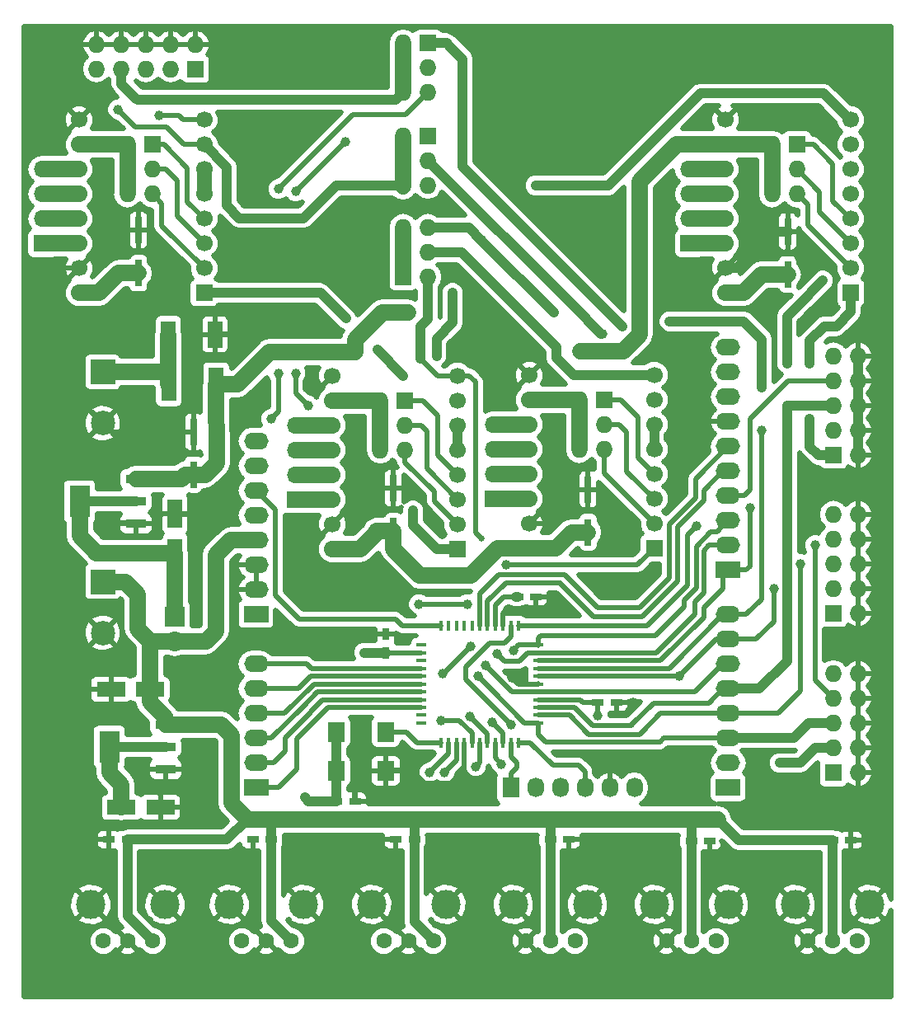
<source format=gtl>
G04 #@! TF.FileFunction,Copper,L1,Top,Signal*
%FSLAX46Y46*%
G04 Gerber Fmt 4.6, Leading zero omitted, Abs format (unit mm)*
G04 Created by KiCad (PCBNEW 4.0.0-rc1-stable) date 28.10.2015 10:15:13*
%MOMM*%
G01*
G04 APERTURE LIST*
%ADD10C,0.150000*%
%ADD11C,1.700000*%
%ADD12R,1.700000X1.700000*%
%ADD13R,0.449580X1.000000*%
%ADD14R,1.000000X0.449580*%
%ADD15R,1.727200X1.727200*%
%ADD16O,1.727200X1.727200*%
%ADD17R,0.700000X2.700000*%
%ADD18R,2.032000X1.727200*%
%ADD19O,2.032000X1.727200*%
%ADD20R,0.750000X1.200000*%
%ADD21R,1.200000X0.750000*%
%ADD22R,1.501140X2.700020*%
%ADD23R,1.600000X3.500000*%
%ADD24C,2.500000*%
%ADD25R,2.500000X2.500000*%
%ADD26R,1.727200X2.032000*%
%ADD27O,1.727200X2.032000*%
%ADD28R,2.500000X1.727200*%
%ADD29O,2.500000X1.727200*%
%ADD30R,1.800000X2.000000*%
%ADD31C,3.000000*%
%ADD32C,1.600000*%
%ADD33R,2.150000X0.950000*%
%ADD34R,2.150000X3.250000*%
%ADD35R,2.999740X1.501140*%
%ADD36R,1.501140X2.999740*%
%ADD37R,2.032000X2.032000*%
%ADD38O,2.032000X2.032000*%
%ADD39C,1.000000*%
%ADD40C,0.647700*%
%ADD41C,1.700000*%
%ADD42C,0.500000*%
%ADD43C,1.000000*%
%ADD44C,1.500000*%
G04 APERTURE END LIST*
D10*
D11*
X170919000Y-60960000D03*
X170919000Y-58420000D03*
X170919000Y-63500000D03*
X170919000Y-66040000D03*
X170919000Y-68580000D03*
X170919000Y-71120000D03*
X170919000Y-73660000D03*
X170919000Y-76200000D03*
D12*
X183769000Y-76200000D03*
D11*
X183769000Y-73660000D03*
X183769000Y-71120000D03*
X183769000Y-68580000D03*
X183769000Y-66040000D03*
X183769000Y-63500000D03*
X183769000Y-58420000D03*
X183769000Y-60960000D03*
X130533000Y-87249000D03*
X130533000Y-84709000D03*
X130533000Y-89789000D03*
X130533000Y-92329000D03*
X130533000Y-94869000D03*
X130533000Y-97409000D03*
X130533000Y-99949000D03*
X130533000Y-102489000D03*
D12*
X143383000Y-102489000D03*
D11*
X143383000Y-99949000D03*
X143383000Y-97409000D03*
X143383000Y-94869000D03*
X143383000Y-92329000D03*
X143383000Y-89789000D03*
X143383000Y-84709000D03*
X143383000Y-87249000D03*
X150726000Y-87185500D03*
X150726000Y-84645500D03*
X150726000Y-89725500D03*
X150726000Y-92265500D03*
X150726000Y-94805500D03*
X150726000Y-97345500D03*
X150726000Y-99885500D03*
X150726000Y-102425500D03*
D12*
X163576000Y-102425500D03*
D11*
X163576000Y-99885500D03*
X163576000Y-97345500D03*
X163576000Y-94805500D03*
X163576000Y-92265500D03*
X163576000Y-89725500D03*
X163576000Y-84645500D03*
X163576000Y-87185500D03*
X104498000Y-60960000D03*
X104498000Y-58420000D03*
X104498000Y-63500000D03*
X104498000Y-66040000D03*
X104498000Y-68580000D03*
X104498000Y-71120000D03*
X104498000Y-73660000D03*
X104498000Y-76200000D03*
D12*
X117348000Y-76200000D03*
D11*
X117348000Y-73660000D03*
X117348000Y-71120000D03*
X117348000Y-68580000D03*
X117348000Y-66040000D03*
X117348000Y-63500000D03*
X117348000Y-58420000D03*
X117348000Y-60960000D03*
D13*
X141668500Y-122364500D03*
X142466060Y-122364500D03*
X143266160Y-122364500D03*
X144066260Y-122364500D03*
X144866360Y-122364500D03*
X145666460Y-122364500D03*
X146466560Y-122364500D03*
X147266660Y-122364500D03*
X148066760Y-122364500D03*
X148866860Y-122364500D03*
X149666960Y-122364500D03*
D14*
X151668480Y-120365520D03*
X151668480Y-119565420D03*
X151668480Y-118765320D03*
X151668480Y-117965220D03*
X151668480Y-117165120D03*
X151668480Y-116365020D03*
X151668480Y-115564920D03*
X151668480Y-114764820D03*
X151668480Y-113964720D03*
X151668480Y-113164620D03*
X151668480Y-112364520D03*
D13*
X149666960Y-110365540D03*
X148866860Y-110365540D03*
X148066760Y-110365540D03*
X147266660Y-110365540D03*
X146466560Y-110365540D03*
X145666460Y-110365540D03*
X144866360Y-110365540D03*
X144066260Y-110365540D03*
X143266160Y-110365540D03*
X142466060Y-110365540D03*
X141668500Y-110365540D03*
D14*
X139669520Y-112364520D03*
X139669520Y-113164620D03*
X139669520Y-113964720D03*
X139669520Y-114764820D03*
X139669520Y-115564920D03*
X139669520Y-116365020D03*
X139669520Y-117165120D03*
X139669520Y-117965220D03*
X139669520Y-118765320D03*
X139669520Y-119565420D03*
X139669520Y-120365520D03*
D15*
X116459000Y-53213000D03*
D16*
X116459000Y-50673000D03*
X113919000Y-53213000D03*
X113919000Y-50673000D03*
X111379000Y-53213000D03*
X111379000Y-50673000D03*
X108839000Y-53213000D03*
X108839000Y-50673000D03*
X106299000Y-53213000D03*
X106299000Y-50673000D03*
D15*
X140335000Y-50546000D03*
D16*
X137795000Y-50546000D03*
X140335000Y-53086000D03*
X137795000Y-53086000D03*
X140335000Y-55626000D03*
X137795000Y-55626000D03*
D17*
X156781500Y-96374500D03*
X156781500Y-100774500D03*
D15*
X158432500Y-87185500D03*
D16*
X155892500Y-87185500D03*
X158432500Y-89725500D03*
X155892500Y-89725500D03*
X158432500Y-92265500D03*
X155892500Y-92265500D03*
D18*
X147193000Y-97345500D03*
D19*
X147193000Y-94805500D03*
X147193000Y-92265500D03*
X147193000Y-89725500D03*
D17*
X136779000Y-96247500D03*
X136779000Y-100647500D03*
D15*
X137985500Y-87249000D03*
D16*
X135445500Y-87249000D03*
X137985500Y-89789000D03*
X135445500Y-89789000D03*
X137985500Y-92329000D03*
X135445500Y-92329000D03*
D18*
X126873000Y-97409000D03*
D19*
X126873000Y-94869000D03*
X126873000Y-92329000D03*
X126873000Y-89789000D03*
D18*
X167259000Y-71120000D03*
D19*
X167259000Y-68580000D03*
X167259000Y-66040000D03*
X167259000Y-63500000D03*
D15*
X178244500Y-60960000D03*
D16*
X175704500Y-60960000D03*
X178244500Y-63500000D03*
X175704500Y-63500000D03*
X178244500Y-66040000D03*
X175704500Y-66040000D03*
D17*
X177292000Y-69895000D03*
X177292000Y-74295000D03*
X110617000Y-69768000D03*
X110617000Y-74168000D03*
D15*
X112014000Y-60960000D03*
D16*
X109474000Y-60960000D03*
X112014000Y-63500000D03*
X109474000Y-63500000D03*
X112014000Y-66040000D03*
X109474000Y-66040000D03*
D18*
X100838000Y-71120000D03*
D19*
X100838000Y-68580000D03*
X100838000Y-66040000D03*
X100838000Y-63500000D03*
D15*
X137795000Y-74549000D03*
D16*
X140335000Y-74549000D03*
X137795000Y-72009000D03*
X140335000Y-72009000D03*
X137795000Y-69469000D03*
X140335000Y-69469000D03*
D15*
X140335000Y-60071000D03*
D16*
X137795000Y-60071000D03*
X140335000Y-62611000D03*
X137795000Y-62611000D03*
X140335000Y-65151000D03*
X137795000Y-65151000D03*
D20*
X136017000Y-113154500D03*
X136017000Y-111254500D03*
D21*
X167388500Y-132461000D03*
X169288500Y-132461000D03*
X149545000Y-107378500D03*
X151445000Y-107378500D03*
X157800000Y-118237000D03*
X159700000Y-118237000D03*
X181866500Y-132397500D03*
X183766500Y-132397500D03*
X130939500Y-128397000D03*
X132839500Y-128397000D03*
X152910500Y-132334000D03*
X154810500Y-132334000D03*
X138935500Y-132334000D03*
X137035500Y-132334000D03*
X124267000Y-132334000D03*
X122367000Y-132334000D03*
D22*
X113677700Y-80454500D03*
X118478300Y-80454500D03*
D23*
X118579900Y-85598000D03*
X113703100Y-85598000D03*
D24*
X106934000Y-89578000D03*
D25*
X106934000Y-84328000D03*
D24*
X106934000Y-111104500D03*
D25*
X106934000Y-105854500D03*
D15*
X181991000Y-125476000D03*
D16*
X184531000Y-125476000D03*
X181991000Y-122936000D03*
X184531000Y-122936000D03*
X181991000Y-120396000D03*
X184531000Y-120396000D03*
X181991000Y-117856000D03*
X184531000Y-117856000D03*
X181991000Y-115316000D03*
X184531000Y-115316000D03*
D15*
X181991000Y-109093000D03*
D16*
X184531000Y-109093000D03*
X181991000Y-106553000D03*
X184531000Y-106553000D03*
X181991000Y-104013000D03*
X184531000Y-104013000D03*
X181991000Y-101473000D03*
X184531000Y-101473000D03*
X181991000Y-98933000D03*
X184531000Y-98933000D03*
D15*
X181991000Y-92837000D03*
D16*
X184531000Y-92837000D03*
X181991000Y-90297000D03*
X184531000Y-90297000D03*
X181991000Y-87757000D03*
X184531000Y-87757000D03*
X181991000Y-85217000D03*
X184531000Y-85217000D03*
X181991000Y-82677000D03*
X184531000Y-82677000D03*
D26*
X148844000Y-127000000D03*
D27*
X151384000Y-127000000D03*
X153924000Y-127000000D03*
X156464000Y-127000000D03*
X159004000Y-127000000D03*
X161544000Y-127000000D03*
D28*
X122682000Y-109200000D03*
D29*
X122682000Y-106660000D03*
X122682000Y-104120000D03*
X122682000Y-101580000D03*
X122682000Y-99040000D03*
X122682000Y-96500000D03*
X122682000Y-93960000D03*
X122682000Y-91420000D03*
D28*
X122682000Y-127000000D03*
D29*
X122682000Y-124460000D03*
X122682000Y-121920000D03*
X122682000Y-119380000D03*
X122682000Y-116840000D03*
X122682000Y-114300000D03*
D28*
X171182000Y-104656000D03*
D29*
X171182000Y-102116000D03*
X171182000Y-99576000D03*
X171182000Y-97036000D03*
X171182000Y-94496000D03*
X171182000Y-91956000D03*
X171182000Y-89416000D03*
X171182000Y-86876000D03*
X171182000Y-84336000D03*
X171182000Y-81796000D03*
D30*
X130937000Y-121285500D03*
X136017000Y-121285500D03*
X136017000Y-125285500D03*
X130937000Y-125285500D03*
D31*
X156718000Y-138998000D03*
D32*
X155448000Y-142748000D03*
X152908000Y-142748000D03*
X150368000Y-142748000D03*
D31*
X149098000Y-138998000D03*
X171196000Y-138998000D03*
D32*
X169926000Y-142748000D03*
X167386000Y-142748000D03*
X164846000Y-142748000D03*
D31*
X163576000Y-138998000D03*
X185674000Y-138998000D03*
D32*
X184404000Y-142748000D03*
X181864000Y-142748000D03*
X179324000Y-142748000D03*
D31*
X178054000Y-138998000D03*
D33*
X110363000Y-95299500D03*
X110363000Y-99899500D03*
X110363000Y-97599500D03*
D34*
X104563000Y-97599500D03*
D28*
X171182000Y-127000000D03*
D29*
X171182000Y-124460000D03*
X171182000Y-121920000D03*
X171182000Y-119380000D03*
X171182000Y-116840000D03*
X171182000Y-114300000D03*
X171182000Y-111760000D03*
X171182000Y-109220000D03*
D21*
X109471500Y-132334000D03*
X107571500Y-132334000D03*
D35*
X112869980Y-129032000D03*
X108872020Y-129032000D03*
X107792520Y-116903500D03*
X111790480Y-116903500D03*
D36*
X114363500Y-98902520D03*
X114363500Y-102900480D03*
D37*
X114363500Y-109410500D03*
D38*
X114363500Y-111950500D03*
D33*
X113411000Y-120509000D03*
X113411000Y-125109000D03*
X113411000Y-122809000D03*
D34*
X107611000Y-122809000D03*
D31*
X113347500Y-138998000D03*
D32*
X112077500Y-142748000D03*
X109537500Y-142748000D03*
X106997500Y-142748000D03*
D31*
X105727500Y-138998000D03*
X127571500Y-138998000D03*
D32*
X126301500Y-142748000D03*
X123761500Y-142748000D03*
X121221500Y-142748000D03*
D31*
X119951500Y-138998000D03*
X142176500Y-138998000D03*
D32*
X140906500Y-142748000D03*
X138366500Y-142748000D03*
X135826500Y-142748000D03*
D31*
X134556500Y-138998000D03*
D17*
X116268500Y-90469000D03*
X116268500Y-94869000D03*
D39*
X138303000Y-78232000D03*
X120777000Y-85598000D03*
D40*
X108585000Y-74168000D03*
D39*
X135001000Y-100711000D03*
X132842000Y-82232500D03*
X157988000Y-105918000D03*
X163563000Y-104669000D03*
X132313000Y-71619000D03*
X164063000Y-123919000D03*
X134112000Y-111252000D03*
X148971000Y-115697000D03*
X153289000Y-107442000D03*
X138684000Y-125222000D03*
X129013000Y-79369000D03*
X122682000Y-60896500D03*
X127635000Y-60071000D03*
X161417000Y-118237000D03*
X121666000Y-66548000D03*
X121666000Y-80391000D03*
X126111000Y-106553000D03*
X128016000Y-111252000D03*
X116586000Y-98933000D03*
X107696000Y-99822000D03*
X129413000Y-137160000D03*
X149415500Y-107378500D03*
X157797500Y-119570500D03*
X133794500Y-113157000D03*
X108872020Y-126715520D03*
X127698500Y-128016000D03*
X155956000Y-82169000D03*
X173418500Y-98298000D03*
X179563000Y-89169000D03*
X179563000Y-83419000D03*
X137795000Y-84709000D03*
X135128000Y-82042000D03*
X138811000Y-98552000D03*
X131913000Y-78819000D03*
X148399500Y-104140000D03*
X146263000Y-114469000D03*
X176463000Y-124469000D03*
D40*
X145796000Y-101409500D03*
D39*
X139573000Y-82931000D03*
X145513000Y-115569000D03*
X141224000Y-82677000D03*
X142875000Y-76200000D03*
X141859000Y-115316000D03*
X124968000Y-65532000D03*
X124206000Y-89154000D03*
X124968000Y-84455000D03*
X144763000Y-112469000D03*
X147463000Y-113269000D03*
X180086000Y-102108000D03*
X166116000Y-115564920D03*
X175895000Y-106553000D03*
X158242000Y-80391000D03*
X178625500Y-104013000D03*
X149113000Y-112919000D03*
X144363000Y-108169000D03*
X139413000Y-108169000D03*
X131889500Y-60642500D03*
X126746000Y-65786000D03*
X126746000Y-84455000D03*
X128016000Y-87757000D03*
X174625000Y-85915500D03*
X165163000Y-79119000D03*
X153289000Y-78232000D03*
X145813000Y-70769000D03*
X151413000Y-65169000D03*
X174625000Y-90297000D03*
X177213000Y-87769000D03*
X177213000Y-83419000D03*
X180911500Y-74930000D03*
X160274000Y-79629000D03*
X167913000Y-100169000D03*
X146913000Y-120269000D03*
X148851500Y-120530500D03*
X140463000Y-125469000D03*
X142063000Y-125419000D03*
X141663000Y-120119000D03*
X145263000Y-124819000D03*
X144663000Y-119669000D03*
X147891500Y-124587000D03*
X112763000Y-57969000D03*
X108513000Y-57369000D03*
D41*
X132842000Y-82232500D02*
X124142500Y-82232500D01*
X124079000Y-82296000D02*
X120777000Y-85598000D01*
X124142500Y-82232500D02*
X124079000Y-82296000D01*
X116268500Y-94869000D02*
X117475000Y-94869000D01*
X117475000Y-94869000D02*
X118618000Y-93726000D01*
X110363000Y-95299500D02*
X115012500Y-95299500D01*
X115443000Y-94869000D02*
X116268500Y-94869000D01*
X115012500Y-95299500D02*
X115443000Y-94869000D01*
X132842000Y-82232500D02*
X132842000Y-81026000D01*
X135636000Y-78232000D02*
X138303000Y-78232000D01*
X132842000Y-81026000D02*
X135636000Y-78232000D01*
X136779000Y-100647500D02*
X136779000Y-102489000D01*
X147510500Y-102425500D02*
X150726000Y-102425500D01*
X144716500Y-105219500D02*
X142049500Y-105219500D01*
X147510500Y-102425500D02*
X144716500Y-105219500D01*
X139509500Y-105219500D02*
X142049500Y-105219500D01*
X136779000Y-102489000D02*
X139509500Y-105219500D01*
X104498000Y-76200000D02*
X106553000Y-76200000D01*
X106553000Y-76200000D02*
X108585000Y-74168000D01*
X110617000Y-74168000D02*
X108585000Y-74168000D01*
X170919000Y-76200000D02*
X172720000Y-76200000D01*
X174625000Y-74295000D02*
X177292000Y-74295000D01*
X172720000Y-76200000D02*
X174625000Y-74295000D01*
X135064500Y-100647500D02*
X135255000Y-100647500D01*
X135001000Y-100711000D02*
X135064500Y-100647500D01*
X118579900Y-85598000D02*
X120777000Y-85598000D01*
X130533000Y-102489000D02*
X133413500Y-102489000D01*
X133413500Y-102489000D02*
X135255000Y-100647500D01*
X135255000Y-100647500D02*
X136779000Y-100647500D01*
X150726000Y-102425500D02*
X153479500Y-102425500D01*
X153479500Y-102425500D02*
X155130500Y-100774500D01*
X155130500Y-100774500D02*
X156781500Y-100774500D01*
X118579900Y-85598000D02*
X118618000Y-93726000D01*
D42*
X118618000Y-93726000D02*
X118592600Y-93751400D01*
X157988000Y-105918000D02*
X162314000Y-105918000D01*
X162314000Y-105918000D02*
X163563000Y-104669000D01*
X159004000Y-125178000D02*
X160263000Y-123919000D01*
X160263000Y-123919000D02*
X164063000Y-123919000D01*
X159004000Y-127000000D02*
X159004000Y-125178000D01*
X136014500Y-111252000D02*
X134112000Y-111252000D01*
X149639020Y-116365020D02*
X148971000Y-115697000D01*
X149639020Y-116365020D02*
X151668480Y-116365020D01*
X148066760Y-110365540D02*
X148066760Y-109115240D01*
X153289000Y-107442000D02*
X151508500Y-107442000D01*
X153289000Y-108093000D02*
X153289000Y-107442000D01*
X152513000Y-108869000D02*
X153289000Y-108093000D01*
X148313000Y-108869000D02*
X152513000Y-108869000D01*
X148066760Y-109115240D02*
X148313000Y-108869000D01*
X144066260Y-122364500D02*
X144066260Y-125715740D01*
X144066260Y-125715740D02*
X144063000Y-125719000D01*
X139981000Y-126519000D02*
X138684000Y-125222000D01*
X136080500Y-125222000D02*
X138684000Y-125222000D01*
X144063000Y-125719000D02*
X143263000Y-126519000D01*
X143263000Y-126519000D02*
X139981000Y-126519000D01*
X150726000Y-99885500D02*
X152846500Y-99885500D01*
X152846500Y-99885500D02*
X154113000Y-98619000D01*
X154113000Y-98619000D02*
X154113000Y-97369000D01*
X154113000Y-97369000D02*
X155107500Y-96374500D01*
X155107500Y-96374500D02*
X156781500Y-96374500D01*
X129013000Y-79369000D02*
X122688000Y-79369000D01*
X122688000Y-79369000D02*
X121666000Y-80391000D01*
X106934000Y-89578000D02*
X106934000Y-89590000D01*
X106934000Y-89590000D02*
X107813000Y-90469000D01*
X107813000Y-90469000D02*
X116268500Y-90469000D01*
X123507500Y-60071000D02*
X122682000Y-60896500D01*
X127635000Y-60071000D02*
X123507500Y-60071000D01*
X183766500Y-132397500D02*
X183766500Y-137090500D01*
X183766500Y-137090500D02*
X185674000Y-138998000D01*
X184531000Y-125476000D02*
X184531000Y-129451000D01*
X183766500Y-130215500D02*
X183766500Y-132397500D01*
X184531000Y-129451000D02*
X183766500Y-130215500D01*
X184531000Y-122936000D02*
X184531000Y-125476000D01*
X184531000Y-120396000D02*
X184531000Y-122936000D01*
X184531000Y-117856000D02*
X184531000Y-120396000D01*
X184531000Y-115316000D02*
X184531000Y-117856000D01*
X184531000Y-109093000D02*
X184531000Y-115316000D01*
X184531000Y-106553000D02*
X184531000Y-109093000D01*
X184531000Y-104013000D02*
X184531000Y-106553000D01*
X184531000Y-101473000D02*
X184531000Y-104013000D01*
X184531000Y-98933000D02*
X184531000Y-101473000D01*
X184531000Y-92837000D02*
X184531000Y-98933000D01*
D43*
X184531000Y-90297000D02*
X184531000Y-92837000D01*
X184531000Y-87757000D02*
X184531000Y-90297000D01*
X184531000Y-85217000D02*
X184531000Y-87757000D01*
X184531000Y-82677000D02*
X184531000Y-85217000D01*
X184531000Y-82677000D02*
X184531000Y-92837000D01*
X170919000Y-73660000D02*
X172072000Y-73660000D01*
X175837000Y-69895000D02*
X177292000Y-69895000D01*
X172072000Y-73660000D02*
X175837000Y-69895000D01*
D42*
X104498000Y-73660000D02*
X102422000Y-73660000D01*
X101713000Y-84357000D02*
X106934000Y-89578000D01*
X101713000Y-74369000D02*
X101713000Y-84357000D01*
X102422000Y-73660000D02*
X101713000Y-74369000D01*
X104498000Y-73660000D02*
X104522000Y-73660000D01*
X104522000Y-73660000D02*
X108414000Y-69768000D01*
X108414000Y-69768000D02*
X110617000Y-69768000D01*
X159700000Y-118237000D02*
X161417000Y-118237000D01*
X118541800Y-80391000D02*
X121666000Y-80391000D01*
X126111000Y-104371000D02*
X126111000Y-106553000D01*
X130533000Y-99949000D02*
X126111000Y-104371000D01*
X136017000Y-111254500D02*
X136014500Y-111252000D01*
X114363500Y-98902520D02*
X114393980Y-98933000D01*
X114393980Y-98933000D02*
X116586000Y-98933000D01*
X118478300Y-80454500D02*
X118541800Y-80391000D01*
X110363000Y-99899500D02*
X110285500Y-99822000D01*
X110285500Y-99822000D02*
X107696000Y-99822000D01*
X136017000Y-125285500D02*
X136080500Y-125222000D01*
X127571500Y-138998000D02*
X129409500Y-137160000D01*
X129409500Y-137160000D02*
X129413000Y-137160000D01*
X151445000Y-107378500D02*
X151508500Y-107442000D01*
X151668480Y-116365020D02*
X151635460Y-116332000D01*
X136017000Y-113154500D02*
X139659400Y-113154500D01*
X139659400Y-113154500D02*
X139669520Y-113164620D01*
D43*
X149545000Y-107378500D02*
X149415500Y-107378500D01*
D42*
X148145500Y-107378500D02*
X149545000Y-107378500D01*
X148145500Y-107378500D02*
X147266660Y-108257340D01*
X147266660Y-110365540D02*
X147266660Y-108257340D01*
X136017000Y-113154500D02*
X136014500Y-113157000D01*
X136014500Y-113157000D02*
X133794500Y-113157000D01*
X136017000Y-113154500D02*
X136027120Y-113164620D01*
X130937000Y-121285500D02*
X130937000Y-125285500D01*
X148844000Y-107378500D02*
X149545000Y-107378500D01*
X148844000Y-107378500D02*
X148145500Y-107378500D01*
X148145500Y-107378500D02*
X147266660Y-108257340D01*
X157800000Y-118237000D02*
X157800000Y-119568000D01*
X157800000Y-119568000D02*
X157797500Y-119570500D01*
X151668480Y-117965220D02*
X156001720Y-117965220D01*
X156273500Y-118237000D02*
X157800000Y-118237000D01*
X156001720Y-117965220D02*
X156273500Y-118237000D01*
X139659400Y-113154500D02*
X139669520Y-113164620D01*
D43*
X133797000Y-113154500D02*
X136017000Y-113154500D01*
X133794500Y-113157000D02*
X133797000Y-113154500D01*
X130937000Y-121285500D02*
X130937000Y-128394500D01*
X130937000Y-128394500D02*
X130939500Y-128397000D01*
X128079500Y-128397000D02*
X130939500Y-128397000D01*
X127698500Y-128016000D02*
X128079500Y-128397000D01*
D41*
X107611000Y-122809000D02*
X107611000Y-125454500D01*
X108872020Y-126715520D02*
X108872020Y-129032000D01*
X107611000Y-125454500D02*
X108872020Y-126715520D01*
D43*
X113411000Y-122809000D02*
X107611000Y-122809000D01*
D41*
X160401000Y-82169000D02*
X162052000Y-80518000D01*
X170919000Y-60960000D02*
X165862000Y-60960000D01*
X155956000Y-82169000D02*
X160401000Y-82169000D01*
X162052000Y-64770000D02*
X165862000Y-60960000D01*
X162052000Y-80518000D02*
X162052000Y-64770000D01*
X109474000Y-63500000D02*
X109474000Y-66040000D01*
X109474000Y-60960000D02*
X109474000Y-63500000D01*
X104498000Y-60960000D02*
X109474000Y-60960000D01*
X175704500Y-66040000D02*
X175704500Y-63500000D01*
X175704500Y-63500000D02*
X175704500Y-60960000D01*
X170919000Y-60960000D02*
X175704500Y-60960000D01*
X155892500Y-87185500D02*
X155892500Y-89725500D01*
X135445500Y-89789000D02*
X135445500Y-87249000D01*
X135445500Y-92329000D02*
X135445500Y-89789000D01*
X130533000Y-87249000D02*
X135445500Y-87249000D01*
X155892500Y-87185500D02*
X155892500Y-92265500D01*
X150726000Y-87185500D02*
X155892500Y-87185500D01*
X114363500Y-111950500D02*
X117538500Y-111950500D01*
X120098500Y-101580000D02*
X122682000Y-101580000D01*
X118554500Y-103124000D02*
X120098500Y-101580000D01*
X118554500Y-110934500D02*
X118554500Y-103124000D01*
X117538500Y-111950500D02*
X118554500Y-110934500D01*
X152908000Y-130238500D02*
X149733000Y-130238500D01*
D43*
X109471500Y-132334000D02*
X119697500Y-132334000D01*
X119697500Y-132334000D02*
X121793000Y-130238500D01*
D41*
X113411000Y-120509000D02*
X119048500Y-120509000D01*
X119048500Y-120509000D02*
X120142000Y-121602500D01*
X120142000Y-121602500D02*
X120142000Y-128587500D01*
X120142000Y-128587500D02*
X121793000Y-130238500D01*
X121793000Y-130238500D02*
X124269500Y-130238500D01*
D43*
X181866500Y-132397500D02*
X172275500Y-132397500D01*
D41*
X170116500Y-130238500D02*
X167386000Y-130238500D01*
D43*
X172275500Y-132397500D02*
X170116500Y-130238500D01*
X167386000Y-130238500D02*
X167386000Y-132458500D01*
X167386000Y-132458500D02*
X167388500Y-132461000D01*
X167386000Y-142748000D02*
X167386000Y-132463500D01*
X167386000Y-132463500D02*
X167388500Y-132461000D01*
X152910500Y-132334000D02*
X152910500Y-130238500D01*
X152910500Y-130238500D02*
X152908000Y-130238500D01*
X152908000Y-130238500D02*
X152908000Y-130556000D01*
X152908000Y-130556000D02*
X152908000Y-130238500D01*
X152908000Y-142748000D02*
X152908000Y-132336500D01*
X152908000Y-132336500D02*
X152910500Y-132334000D01*
D41*
X167386000Y-130238500D02*
X152908000Y-130238500D01*
X149733000Y-130238500D02*
X138938000Y-130238500D01*
D43*
X138938000Y-130238500D02*
X138938000Y-132331500D01*
X138938000Y-132331500D02*
X138935500Y-132334000D01*
X138935500Y-132334000D02*
X138935500Y-140777000D01*
X138935500Y-140777000D02*
X140906500Y-142748000D01*
X124269500Y-130238500D02*
X124269500Y-132331500D01*
X124269500Y-132331500D02*
X124267000Y-132334000D01*
D41*
X124269500Y-130238500D02*
X138938000Y-130238500D01*
D43*
X181864000Y-142748000D02*
X181864000Y-132400000D01*
X181864000Y-132400000D02*
X181866500Y-132397500D01*
X167388500Y-142745500D02*
X167386000Y-142748000D01*
X152910500Y-142745500D02*
X152908000Y-142748000D01*
X124267000Y-132334000D02*
X124267000Y-140713500D01*
X124267000Y-140713500D02*
X126301500Y-142748000D01*
X109471500Y-132334000D02*
X109471500Y-140142000D01*
X109471500Y-140142000D02*
X112077500Y-142748000D01*
D41*
X113411000Y-120509000D02*
X113411000Y-119824500D01*
X113411000Y-119824500D02*
X111790480Y-118203980D01*
X111790480Y-118203980D02*
X111790480Y-116903500D01*
X111790480Y-116903500D02*
X111790480Y-111917480D01*
D43*
X111790480Y-111917480D02*
X111823500Y-111950500D01*
D41*
X106934000Y-105854500D02*
X109283500Y-105854500D01*
X109283500Y-105854500D02*
X110553500Y-107124500D01*
X110553500Y-107124500D02*
X110553500Y-110680500D01*
X110553500Y-110680500D02*
X111823500Y-111950500D01*
X111823500Y-111950500D02*
X113030000Y-111950500D01*
X113030000Y-111950500D02*
X114363500Y-111950500D01*
X104563000Y-97599500D02*
X104563000Y-101134000D01*
X106329480Y-102900480D02*
X114363500Y-102900480D01*
X104563000Y-101134000D02*
X106329480Y-102900480D01*
X114363500Y-109410500D02*
X114363500Y-102900480D01*
D43*
X110363000Y-97599500D02*
X104563000Y-97599500D01*
D42*
X173418500Y-100457000D02*
X173418500Y-104263500D01*
X173418500Y-98298000D02*
X173418500Y-100457000D01*
X173026000Y-104656000D02*
X171182000Y-104656000D01*
X173418500Y-104263500D02*
X173026000Y-104656000D01*
D43*
X179563000Y-89169000D02*
X179563000Y-91969000D01*
X183769000Y-76200000D02*
X183769000Y-78163000D01*
X179563000Y-81119000D02*
X179563000Y-83419000D01*
X181063000Y-79619000D02*
X179563000Y-81119000D01*
X182313000Y-79619000D02*
X181063000Y-79619000D01*
X183769000Y-78163000D02*
X182313000Y-79619000D01*
X180431000Y-92837000D02*
X181991000Y-92837000D01*
X179563000Y-91969000D02*
X180431000Y-92837000D01*
X135128000Y-82042000D02*
X137795000Y-84709000D01*
X143383000Y-102489000D02*
X141224000Y-102489000D01*
X138811000Y-100076000D02*
X138811000Y-98552000D01*
X141224000Y-102489000D02*
X138811000Y-100076000D01*
X129294000Y-76200000D02*
X131913000Y-78819000D01*
X129294000Y-76200000D02*
X117348000Y-76200000D01*
D42*
X148399500Y-104140000D02*
X161861500Y-104140000D01*
X161861500Y-104140000D02*
X163576000Y-102425500D01*
X170643000Y-104656000D02*
X171315000Y-104656000D01*
X158668720Y-113964720D02*
X164228780Y-113964720D01*
X164228780Y-113964720D02*
X168656000Y-109537500D01*
X168656000Y-109537500D02*
X168656000Y-108521500D01*
X168656000Y-108521500D02*
X170643000Y-106534500D01*
X170643000Y-106534500D02*
X170643000Y-104656000D01*
X151668480Y-113964720D02*
X158668720Y-113964720D01*
X148959120Y-117165120D02*
X146263000Y-114469000D01*
X148959120Y-117165120D02*
X151668480Y-117165120D01*
D43*
X176463000Y-124469000D02*
X178563000Y-124469000D01*
X180096000Y-122936000D02*
X181991000Y-122936000D01*
X178563000Y-124469000D02*
X180096000Y-122936000D01*
D42*
X144589500Y-84709000D02*
X145224500Y-85344000D01*
X145224500Y-85344000D02*
X145224500Y-100838000D01*
X145796000Y-101409500D02*
X145224500Y-100838000D01*
X144589500Y-84709000D02*
X143383000Y-84709000D01*
D43*
X140335000Y-74549000D02*
X140335000Y-78867000D01*
X139573000Y-79629000D02*
X139573000Y-82931000D01*
X140335000Y-78867000D02*
X139573000Y-79629000D01*
D42*
X141351000Y-84709000D02*
X139573000Y-82931000D01*
X143383000Y-84709000D02*
X141351000Y-84709000D01*
X158742380Y-117165120D02*
X167777880Y-117165120D01*
X167777880Y-117165120D02*
X170643000Y-114300000D01*
X151668480Y-117165120D02*
X158742380Y-117165120D01*
X158742380Y-117165120D02*
X158750000Y-117157500D01*
X146748500Y-116804500D02*
X145513000Y-115569000D01*
X150274020Y-120365520D02*
X146748500Y-116840000D01*
X151668480Y-120365520D02*
X150274020Y-120365520D01*
X146748500Y-116840000D02*
X146748500Y-116804500D01*
X152400000Y-122301000D02*
X164181000Y-122301000D01*
X170643000Y-121920000D02*
X168402000Y-121920000D01*
X151668480Y-121188480D02*
X151668480Y-120365520D01*
X151668480Y-121569480D02*
X151668480Y-121188480D01*
X152400000Y-122301000D02*
X151668480Y-121569480D01*
X164562000Y-121920000D02*
X168402000Y-121920000D01*
X164181000Y-122301000D02*
X164562000Y-121920000D01*
D43*
X171182000Y-121920000D02*
X177962000Y-121920000D01*
X179486000Y-120396000D02*
X181991000Y-120396000D01*
X177962000Y-121920000D02*
X179486000Y-120396000D01*
X141224000Y-82677000D02*
X141224000Y-80899000D01*
X141224000Y-80899000D02*
X142875000Y-79248000D01*
X142875000Y-79248000D02*
X142875000Y-76200000D01*
D42*
X141859000Y-115316000D02*
X141916000Y-115316000D01*
X124968000Y-65532000D02*
X132588000Y-57912000D01*
X124206000Y-89154000D02*
X124968000Y-88392000D01*
X124968000Y-88392000D02*
X124968000Y-84455000D01*
X140335000Y-55626000D02*
X138049000Y-57912000D01*
X132588000Y-57912000D02*
X138049000Y-57912000D01*
X144763000Y-112469000D02*
X141916000Y-115316000D01*
X150567380Y-113164620D02*
X149713000Y-114019000D01*
X149713000Y-114019000D02*
X148213000Y-114019000D01*
X148213000Y-114019000D02*
X147463000Y-113269000D01*
X150567380Y-113164620D02*
X151668480Y-113164620D01*
X151668480Y-113164620D02*
X151660860Y-113157000D01*
X167767000Y-109156500D02*
X167767000Y-107886500D01*
X163758880Y-113164620D02*
X167767000Y-109156500D01*
X158678880Y-113164620D02*
X163758880Y-113164620D01*
X169219500Y-102116000D02*
X170643000Y-102116000D01*
X168656000Y-102679500D02*
X169219500Y-102116000D01*
X168656000Y-106997500D02*
X168656000Y-102679500D01*
X167767000Y-107886500D02*
X168656000Y-106997500D01*
X180530500Y-116395500D02*
X181991000Y-117856000D01*
X180086000Y-115951000D02*
X180086000Y-110299500D01*
X180340000Y-116205000D02*
X180086000Y-115951000D01*
X180530500Y-116395500D02*
X180340000Y-116205000D01*
X180086000Y-102425500D02*
X180086000Y-110299500D01*
X180086000Y-102108000D02*
X180086000Y-102425500D01*
X151668480Y-113164620D02*
X158678880Y-113164620D01*
X158678880Y-113164620D02*
X158686500Y-113157000D01*
D43*
X140335000Y-72009000D02*
X143827500Y-72009000D01*
X155321000Y-84645500D02*
X163576000Y-84645500D01*
X153543000Y-82867500D02*
X155321000Y-84645500D01*
X153543000Y-81724500D02*
X153543000Y-82867500D01*
X143827500Y-72009000D02*
X153543000Y-81724500D01*
D42*
X151668480Y-115564920D02*
X166116000Y-115564920D01*
X166116000Y-115564920D02*
X166121080Y-115564920D01*
X169926000Y-111760000D02*
X171182000Y-111760000D01*
X166121080Y-115564920D02*
X169926000Y-111760000D01*
X172529500Y-111760000D02*
X174053500Y-111760000D01*
X170643000Y-111760000D02*
X172529500Y-111760000D01*
X175895000Y-109918500D02*
X175895000Y-106553000D01*
X174053500Y-111760000D02*
X175895000Y-109918500D01*
D43*
X140335000Y-62611000D02*
X155194000Y-77470000D01*
X158115000Y-80391000D02*
X155194000Y-77470000D01*
D42*
X158242000Y-80391000D02*
X158115000Y-80391000D01*
X151668480Y-119565420D02*
X154909420Y-119565420D01*
X162306000Y-121285000D02*
X164211000Y-119380000D01*
X164211000Y-119380000D02*
X170643000Y-119380000D01*
X162072000Y-121519000D02*
X162306000Y-121285000D01*
X156863000Y-121519000D02*
X162072000Y-121519000D01*
X154909420Y-119565420D02*
X156863000Y-121519000D01*
X178625500Y-104013000D02*
X178625500Y-110363000D01*
X175133000Y-119380000D02*
X176339500Y-119380000D01*
X175133000Y-119380000D02*
X173545500Y-119380000D01*
X178625500Y-117094000D02*
X178625500Y-110363000D01*
X176339500Y-119380000D02*
X178625500Y-117094000D01*
X170643000Y-119380000D02*
X173545500Y-119380000D01*
X173545500Y-119380000D02*
X173609000Y-119316500D01*
X167894000Y-106489500D02*
X167894000Y-102238000D01*
X166624000Y-108458000D02*
X166624000Y-107759500D01*
X163703000Y-111379000D02*
X166624000Y-108458000D01*
X151955500Y-111379000D02*
X158750000Y-111379000D01*
X151668480Y-111666020D02*
X151955500Y-111379000D01*
X158750000Y-111379000D02*
X163703000Y-111379000D01*
X166624000Y-107759500D02*
X167894000Y-106489500D01*
X151668480Y-112364520D02*
X151668480Y-111666020D01*
X170039000Y-100719000D02*
X171182000Y-99576000D01*
X169413000Y-100719000D02*
X170039000Y-100719000D01*
X167894000Y-102238000D02*
X169413000Y-100719000D01*
X151668480Y-112364520D02*
X149667480Y-112364520D01*
X143713000Y-108169000D02*
X139413000Y-108169000D01*
X126746000Y-84455000D02*
X126746000Y-86487000D01*
X128016000Y-87757000D02*
X126746000Y-86487000D01*
X126746000Y-65786000D02*
X129286000Y-63246000D01*
X131889500Y-60642500D02*
X129286000Y-63246000D01*
X144363000Y-108169000D02*
X143713000Y-108169000D01*
X149667480Y-112364520D02*
X149113000Y-112919000D01*
X151668480Y-112364520D02*
X151638000Y-112395000D01*
X174625000Y-91059000D02*
X174625000Y-106553000D01*
D43*
X172781500Y-79119000D02*
X174561500Y-80899000D01*
X145859500Y-70802500D02*
X153289000Y-78232000D01*
X165163000Y-79119000D02*
X172781500Y-79119000D01*
X174621500Y-80959000D02*
X174561500Y-80899000D01*
X174621500Y-85919000D02*
X174621500Y-80959000D01*
X174621500Y-85919000D02*
X174625000Y-85915500D01*
X183769000Y-58420000D02*
X183664000Y-58420000D01*
X183664000Y-58420000D02*
X180963000Y-55719000D01*
X145813000Y-70769000D02*
X145846500Y-70802500D01*
X145846500Y-70802500D02*
X145859500Y-70802500D01*
X169813000Y-55719000D02*
X168313000Y-55719000D01*
X180963000Y-55719000D02*
X169813000Y-55719000D01*
X168313000Y-55719000D02*
X158863000Y-65169000D01*
X158863000Y-65169000D02*
X151413000Y-65169000D01*
X140335000Y-69469000D02*
X144526000Y-69469000D01*
X144526000Y-69469000D02*
X145859500Y-70802500D01*
D42*
X174625000Y-91059000D02*
X174625000Y-90297000D01*
X173037500Y-109220000D02*
X170643000Y-109220000D01*
X174625000Y-107632500D02*
X174625000Y-106553000D01*
X173037500Y-109220000D02*
X174625000Y-107632500D01*
X158623000Y-114764820D02*
X165098180Y-114764820D01*
X165098180Y-114764820D02*
X170643000Y-109220000D01*
X151668480Y-114764820D02*
X158623000Y-114764820D01*
X161353500Y-120459500D02*
X161353500Y-120478500D01*
X161353500Y-120459500D02*
X163512500Y-118300500D01*
X163512500Y-118300500D02*
X166306500Y-118300500D01*
X169182500Y-118300500D02*
X166306500Y-118300500D01*
X170643000Y-116840000D02*
X169182500Y-118300500D01*
X155409320Y-118765320D02*
X151668480Y-118765320D01*
X157263000Y-120619000D02*
X155409320Y-118765320D01*
X161213000Y-120619000D02*
X157263000Y-120619000D01*
X161353500Y-120478500D02*
X161213000Y-120619000D01*
D43*
X178244500Y-77597000D02*
X178235000Y-77597000D01*
X178235000Y-77597000D02*
X177213000Y-78619000D01*
X177213000Y-78619000D02*
X177213000Y-83419000D01*
X178244500Y-77597000D02*
X180911500Y-74930000D01*
X178025000Y-87757000D02*
X177225000Y-87757000D01*
X177225000Y-87757000D02*
X177213000Y-87769000D01*
X178879500Y-87757000D02*
X178025000Y-87757000D01*
X178879500Y-87757000D02*
X180467000Y-87757000D01*
X181991000Y-87757000D02*
X180467000Y-87757000D01*
X177228500Y-87784500D02*
X177213000Y-87769000D01*
X177228500Y-89408000D02*
X177228500Y-87784500D01*
X174371000Y-116840000D02*
X177228500Y-113982500D01*
X177228500Y-103949500D02*
X177228500Y-103314500D01*
X177228500Y-103949500D02*
X177228500Y-110490000D01*
X177228500Y-110490000D02*
X177228500Y-113982500D01*
X174371000Y-116840000D02*
X171182000Y-116840000D01*
X177228500Y-90932000D02*
X177228500Y-103314500D01*
X177228500Y-90932000D02*
X177228500Y-89408000D01*
X140335000Y-50546000D02*
X142240000Y-50546000D01*
X142621000Y-50927000D02*
X143891000Y-52197000D01*
X160274000Y-79629000D02*
X143891000Y-63246000D01*
X143891000Y-63246000D02*
X143891000Y-52197000D01*
X142240000Y-50546000D02*
X142621000Y-50927000D01*
D42*
X166985500Y-101096500D02*
X166985500Y-106191500D01*
X166985500Y-101096500D02*
X167913000Y-100169000D01*
X177363000Y-85217000D02*
X177363000Y-85219000D01*
X172846000Y-97036000D02*
X172394500Y-97036000D01*
X173463000Y-96419000D02*
X172846000Y-97036000D01*
X173463000Y-89119000D02*
X173463000Y-96419000D01*
X177363000Y-85219000D02*
X173463000Y-89119000D01*
X172394500Y-97036000D02*
X171182000Y-97036000D01*
X165100000Y-108077000D02*
X166985500Y-106191500D01*
X166985500Y-106191500D02*
X167005000Y-106172000D01*
X162811460Y-110365540D02*
X165100000Y-108077000D01*
X154429460Y-110365540D02*
X162811460Y-110365540D01*
X149666960Y-110365540D02*
X154429460Y-110365540D01*
X154429460Y-110365540D02*
X154432000Y-110363000D01*
X170643000Y-97036000D02*
X172394500Y-97036000D01*
X177355500Y-85217000D02*
X177363000Y-85217000D01*
X177363000Y-85217000D02*
X181991000Y-85217000D01*
X148866860Y-122364500D02*
X148866860Y-123822860D01*
X148844000Y-125538000D02*
X148844000Y-127000000D01*
X149463000Y-124919000D02*
X148844000Y-125538000D01*
X149463000Y-124419000D02*
X149463000Y-124919000D01*
X148866860Y-123822860D02*
X149463000Y-124419000D01*
X148066760Y-121422760D02*
X146913000Y-120269000D01*
X148066760Y-122364500D02*
X148066760Y-121422760D01*
X144913000Y-113919000D02*
X144213000Y-114619000D01*
X148213000Y-112119000D02*
X146713000Y-112119000D01*
X146713000Y-112119000D02*
X144913000Y-113919000D01*
X148851500Y-120530500D02*
X145542000Y-117221000D01*
X148866860Y-111465140D02*
X148866860Y-110365540D01*
X144913000Y-116592000D02*
X145542000Y-117221000D01*
X148866860Y-111465140D02*
X148213000Y-112119000D01*
X144213000Y-115892000D02*
X144913000Y-116592000D01*
X144213000Y-114619000D02*
X144213000Y-115892000D01*
X148851500Y-120530500D02*
X148866860Y-120545860D01*
X149666960Y-122364500D02*
X150808500Y-122364500D01*
X156464000Y-125349000D02*
X155829000Y-124714000D01*
X156464000Y-125349000D02*
X156464000Y-127000000D01*
X153158000Y-124714000D02*
X155829000Y-124714000D01*
X150808500Y-122364500D02*
X153158000Y-124714000D01*
X138178540Y-110365540D02*
X137670540Y-110365540D01*
X141668500Y-110365540D02*
X138178540Y-110365540D01*
X124650500Y-98468500D02*
X122682000Y-96500000D01*
X124650500Y-107251500D02*
X124650500Y-98468500D01*
X127127000Y-109728000D02*
X124650500Y-107251500D01*
X137033000Y-109728000D02*
X127127000Y-109728000D01*
X137670540Y-110365540D02*
X137033000Y-109728000D01*
X129013000Y-119869000D02*
X126863000Y-122019000D01*
X130116680Y-118765320D02*
X129013000Y-119869000D01*
X139669520Y-118765320D02*
X130116680Y-118765320D01*
X124982000Y-127000000D02*
X122682000Y-127000000D01*
X126863000Y-125119000D02*
X124982000Y-127000000D01*
X126863000Y-122019000D02*
X126863000Y-125119000D01*
X128270000Y-119189500D02*
X128270000Y-119262000D01*
X124472000Y-124460000D02*
X125413000Y-123519000D01*
X139669520Y-117965220D02*
X129494280Y-117965220D01*
X128270000Y-119189500D02*
X129494280Y-117965220D01*
X124472000Y-124460000D02*
X122682000Y-124460000D01*
X125663000Y-123269000D02*
X125413000Y-123519000D01*
X125663000Y-121869000D02*
X125663000Y-123269000D01*
X128270000Y-119262000D02*
X125663000Y-121869000D01*
X122682000Y-121920000D02*
X124269500Y-121920000D01*
X127508000Y-118681500D02*
X129024380Y-117165120D01*
X129024380Y-117165120D02*
X139669520Y-117165120D01*
X124269500Y-121920000D02*
X127508000Y-118681500D01*
X122682000Y-119380000D02*
X125603000Y-119380000D01*
X128617980Y-116365020D02*
X139669520Y-116365020D01*
X125603000Y-119380000D02*
X128617980Y-116365020D01*
X122682000Y-116840000D02*
X127063500Y-116840000D01*
X128338580Y-115564920D02*
X139669520Y-115564920D01*
X127063500Y-116840000D02*
X128338580Y-115564920D01*
X122682000Y-114300000D02*
X127889000Y-114300000D01*
X128353820Y-114764820D02*
X139669520Y-114764820D01*
X127889000Y-114300000D02*
X128353820Y-114764820D01*
X167830500Y-95567500D02*
X167830500Y-95307500D01*
X167830500Y-97218500D02*
X165100000Y-99949000D01*
X165100000Y-99949000D02*
X165100000Y-105473500D01*
X167830500Y-97155000D02*
X167830500Y-95567500D01*
X145666460Y-107127040D02*
X145666460Y-107063540D01*
X162052000Y-108521500D02*
X165100000Y-105473500D01*
X157734000Y-108521500D02*
X162052000Y-108521500D01*
X154368500Y-105156000D02*
X157734000Y-108521500D01*
X147574000Y-105156000D02*
X154368500Y-105156000D01*
X145666460Y-107063540D02*
X147574000Y-105156000D01*
X167830500Y-97155000D02*
X167830500Y-97218500D01*
X167830500Y-95307500D02*
X171182000Y-91956000D01*
X145666460Y-110365540D02*
X145666460Y-107127040D01*
X145666460Y-107127040D02*
X145669000Y-107124500D01*
X153987500Y-105981500D02*
X153987500Y-106045000D01*
X146466560Y-110365540D02*
X146466560Y-107850940D01*
X148336000Y-105981500D02*
X153987500Y-105981500D01*
X146466560Y-107850940D02*
X148336000Y-105981500D01*
X168656000Y-96483000D02*
X170643000Y-94496000D01*
X168656000Y-97536000D02*
X168656000Y-96483000D01*
X165989000Y-100203000D02*
X168656000Y-97536000D01*
X165989000Y-105791000D02*
X165989000Y-100203000D01*
X162369500Y-109410500D02*
X165989000Y-105791000D01*
X157353000Y-109410500D02*
X162369500Y-109410500D01*
X153987500Y-106045000D02*
X157353000Y-109410500D01*
D41*
X126873000Y-97409000D02*
X130533000Y-97409000D01*
X126873000Y-94869000D02*
X130533000Y-94869000D01*
X126873000Y-92329000D02*
X130533000Y-92329000D01*
X126873000Y-89789000D02*
X130533000Y-89789000D01*
X147193000Y-97345500D02*
X150726000Y-97345500D01*
X147193000Y-94805500D02*
X150726000Y-94805500D01*
X147193000Y-92265500D02*
X150726000Y-92265500D01*
X147193000Y-89725500D02*
X150726000Y-89725500D01*
X167259000Y-71120000D02*
X170919000Y-71120000D01*
X167259000Y-68580000D02*
X170919000Y-68580000D01*
X167259000Y-66040000D02*
X170919000Y-66040000D01*
X167259000Y-63500000D02*
X170919000Y-63500000D01*
D42*
X141668500Y-122364500D02*
X139192000Y-122364500D01*
X138113000Y-121285500D02*
X136017000Y-121285500D01*
X139192000Y-122364500D02*
X138113000Y-121285500D01*
X142466060Y-122364500D02*
X142466060Y-123465940D01*
X142466060Y-123465940D02*
X140463000Y-125469000D01*
X143266160Y-122364500D02*
X143266160Y-124215840D01*
X143266160Y-124215840D02*
X142063000Y-125419000D01*
X144866360Y-122364500D02*
X144866360Y-121422360D01*
X143563000Y-120119000D02*
X141663000Y-120119000D01*
X144866360Y-121422360D02*
X143563000Y-120119000D01*
X145666460Y-124415540D02*
X145263000Y-124819000D01*
X145666460Y-122364500D02*
X145666460Y-124415540D01*
X146466560Y-122364500D02*
X146466560Y-121472560D01*
X146466560Y-121472560D02*
X144663000Y-119669000D01*
X147891500Y-124587000D02*
X147266660Y-123962160D01*
X147266660Y-122364500D02*
X147266660Y-123962160D01*
D43*
X143383000Y-89789000D02*
X143383000Y-92329000D01*
X163576000Y-89725500D02*
X163576000Y-92265500D01*
D41*
X100838000Y-71120000D02*
X104498000Y-71120000D01*
X100838000Y-68580000D02*
X104498000Y-68580000D01*
X100838000Y-66040000D02*
X104498000Y-66040000D01*
X100838000Y-63500000D02*
X104498000Y-63500000D01*
D42*
X114763000Y-57969000D02*
X115214000Y-58420000D01*
X115214000Y-58420000D02*
X117348000Y-58420000D01*
X112763000Y-57969000D02*
X114763000Y-57969000D01*
D41*
X137795000Y-72009000D02*
X137795000Y-74549000D01*
X137795000Y-69469000D02*
X137795000Y-72009000D01*
D43*
X137795000Y-65151000D02*
X130931000Y-65151000D01*
X119663000Y-63275000D02*
X117348000Y-60960000D01*
X119663000Y-67219000D02*
X119663000Y-63275000D01*
X120963000Y-68519000D02*
X119663000Y-67219000D01*
X127563000Y-68519000D02*
X120963000Y-68519000D01*
X130931000Y-65151000D02*
X127563000Y-68519000D01*
D42*
X117348000Y-60960000D02*
X117354000Y-60960000D01*
X117348000Y-60960000D02*
X115304000Y-60960000D01*
X115304000Y-60960000D02*
X113463000Y-59119000D01*
X113463000Y-59119000D02*
X110263000Y-59119000D01*
X110263000Y-59119000D02*
X108513000Y-57369000D01*
D41*
X137795000Y-60071000D02*
X137795000Y-62611000D01*
X137795000Y-62611000D02*
X137795000Y-65151000D01*
X137795000Y-65151000D02*
X137795000Y-65278000D01*
D44*
X117348000Y-63500000D02*
X117348000Y-66040000D01*
D42*
X137985500Y-87249000D02*
X139793000Y-87249000D01*
X141363000Y-92849000D02*
X143383000Y-94869000D01*
X141363000Y-88819000D02*
X141363000Y-92849000D01*
X139793000Y-87249000D02*
X141363000Y-88819000D01*
X137985500Y-89789000D02*
X139633000Y-89789000D01*
X140213000Y-94239000D02*
X143383000Y-97409000D01*
X140213000Y-90369000D02*
X140213000Y-94239000D01*
X139633000Y-89789000D02*
X140213000Y-90369000D01*
X137985500Y-92329000D02*
X137985500Y-93591500D01*
X141013000Y-97579000D02*
X143383000Y-99949000D01*
X141013000Y-96619000D02*
X141013000Y-97579000D01*
X137985500Y-93591500D02*
X141013000Y-96619000D01*
X158432500Y-87185500D02*
X160179500Y-87185500D01*
X161913000Y-93142500D02*
X163576000Y-94805500D01*
X161913000Y-88919000D02*
X161913000Y-93142500D01*
X160179500Y-87185500D02*
X161913000Y-88919000D01*
X158432500Y-89725500D02*
X159969500Y-89725500D01*
X160763000Y-94532500D02*
X163576000Y-97345500D01*
X160763000Y-90519000D02*
X160763000Y-94532500D01*
X159969500Y-89725500D02*
X160763000Y-90519000D01*
X158432500Y-92265500D02*
X158432500Y-94742000D01*
X158432500Y-94742000D02*
X163576000Y-99885500D01*
X178244500Y-60960000D02*
X179959000Y-60960000D01*
X181927500Y-66738500D02*
X183769000Y-68580000D01*
X181927500Y-62928500D02*
X181927500Y-66738500D01*
X179959000Y-60960000D02*
X181927500Y-62928500D01*
X178244500Y-63500000D02*
X178244500Y-63500500D01*
X178244500Y-63500500D02*
X180563000Y-65819000D01*
X180563000Y-65819000D02*
X180563000Y-67914000D01*
X180563000Y-67914000D02*
X183769000Y-71120000D01*
X178244500Y-66040000D02*
X179324000Y-67119500D01*
X179324000Y-69215000D02*
X183769000Y-73660000D01*
X179324000Y-67119500D02*
X179324000Y-69215000D01*
X112014000Y-60960000D02*
X113220500Y-60960000D01*
X115633500Y-66865500D02*
X117348000Y-68580000D01*
X115633500Y-63373000D02*
X115633500Y-66865500D01*
X113220500Y-60960000D02*
X115633500Y-63373000D01*
X112014000Y-63500000D02*
X113411000Y-63500000D01*
X114554000Y-68326000D02*
X117348000Y-71120000D01*
X114554000Y-64643000D02*
X114554000Y-68326000D01*
X113411000Y-63500000D02*
X114554000Y-64643000D01*
X112014000Y-66040000D02*
X112966500Y-66992500D01*
X112966500Y-68199000D02*
X112966500Y-69278500D01*
X112966500Y-69278500D02*
X117348000Y-73660000D01*
X112966500Y-66992500D02*
X112966500Y-68199000D01*
D41*
X106934000Y-84328000D02*
X113665000Y-84328000D01*
X113677700Y-80454500D02*
X113677700Y-85572600D01*
D43*
X113677700Y-85572600D02*
X113703100Y-85598000D01*
X110363000Y-56261000D02*
X110490000Y-56388000D01*
X108839000Y-54737000D02*
X110363000Y-56261000D01*
X108839000Y-53213000D02*
X108839000Y-54737000D01*
X137033000Y-56388000D02*
X137795000Y-55626000D01*
X135128000Y-56388000D02*
X137033000Y-56388000D01*
X110490000Y-56388000D02*
X135128000Y-56388000D01*
D41*
X137795000Y-53086000D02*
X137795000Y-55626000D01*
X137795000Y-50546000D02*
X137795000Y-53086000D01*
D42*
G36*
X187889000Y-138476813D02*
X187634886Y-137791676D01*
X187538897Y-137648016D01*
X187170756Y-137506901D01*
X185679657Y-138998000D01*
X187170756Y-140489099D01*
X187538897Y-140347984D01*
X187889000Y-139585067D01*
X187889000Y-148519000D01*
X98877000Y-148519000D01*
X98877000Y-143056546D01*
X105439230Y-143056546D01*
X105675922Y-143629383D01*
X106113812Y-144068038D01*
X106686235Y-144305729D01*
X107306046Y-144306270D01*
X107878883Y-144069578D01*
X108208954Y-143740083D01*
X108551074Y-143740083D01*
X108607029Y-144035489D01*
X109170558Y-144293561D01*
X109789950Y-144316335D01*
X110370909Y-144100344D01*
X110467971Y-144035489D01*
X110523926Y-143740083D01*
X109537500Y-142753657D01*
X108551074Y-143740083D01*
X108208954Y-143740083D01*
X108267378Y-143681761D01*
X108545417Y-143734426D01*
X109531843Y-142748000D01*
X108545417Y-141761574D01*
X108266885Y-141814333D01*
X107881188Y-141427962D01*
X107308765Y-141190271D01*
X106688954Y-141189730D01*
X106116117Y-141426422D01*
X105677462Y-141864312D01*
X105439771Y-142436735D01*
X105439230Y-143056546D01*
X98877000Y-143056546D01*
X98877000Y-140494756D01*
X104236401Y-140494756D01*
X104377516Y-140862897D01*
X105193943Y-141237556D01*
X106091599Y-141271263D01*
X106933824Y-140958886D01*
X107077484Y-140862897D01*
X107218599Y-140494756D01*
X105727500Y-139003657D01*
X104236401Y-140494756D01*
X98877000Y-140494756D01*
X98877000Y-139362099D01*
X103454237Y-139362099D01*
X103766614Y-140204324D01*
X103862603Y-140347984D01*
X104230744Y-140489099D01*
X105721843Y-138998000D01*
X105733157Y-138998000D01*
X107224256Y-140489099D01*
X107592397Y-140347984D01*
X107967056Y-139531557D01*
X108000763Y-138633901D01*
X107688386Y-137791676D01*
X107592397Y-137648016D01*
X107224256Y-137506901D01*
X105733157Y-138998000D01*
X105721843Y-138998000D01*
X104230744Y-137506901D01*
X103862603Y-137648016D01*
X103487944Y-138464443D01*
X103454237Y-139362099D01*
X98877000Y-139362099D01*
X98877000Y-137501244D01*
X104236401Y-137501244D01*
X105727500Y-138992343D01*
X107218599Y-137501244D01*
X107077484Y-137133103D01*
X106261057Y-136758444D01*
X105363401Y-136724737D01*
X104521176Y-137037114D01*
X104377516Y-137133103D01*
X104236401Y-137501244D01*
X98877000Y-137501244D01*
X98877000Y-132527500D01*
X106213500Y-132527500D01*
X106213500Y-132859775D01*
X106328898Y-133138372D01*
X106542127Y-133351601D01*
X106820724Y-133467000D01*
X107378000Y-133467000D01*
X107567500Y-133277500D01*
X107567500Y-132338000D01*
X106403000Y-132338000D01*
X106213500Y-132527500D01*
X98877000Y-132527500D01*
X98877000Y-131808225D01*
X106213500Y-131808225D01*
X106213500Y-132140500D01*
X106403000Y-132330000D01*
X107567500Y-132330000D01*
X107567500Y-131390500D01*
X107378000Y-131201000D01*
X106820724Y-131201000D01*
X106542127Y-131316399D01*
X106328898Y-131529628D01*
X106213500Y-131808225D01*
X98877000Y-131808225D01*
X98877000Y-117097000D01*
X105534650Y-117097000D01*
X105534650Y-117804845D01*
X105650048Y-118083442D01*
X105863277Y-118296671D01*
X106141874Y-118412070D01*
X107599020Y-118412070D01*
X107788520Y-118222570D01*
X107788520Y-116907500D01*
X105724150Y-116907500D01*
X105534650Y-117097000D01*
X98877000Y-117097000D01*
X98877000Y-116002155D01*
X105534650Y-116002155D01*
X105534650Y-116710000D01*
X105724150Y-116899500D01*
X107788520Y-116899500D01*
X107788520Y-115584430D01*
X107599020Y-115394930D01*
X106141874Y-115394930D01*
X105863277Y-115510329D01*
X105650048Y-115723558D01*
X105534650Y-116002155D01*
X98877000Y-116002155D01*
X98877000Y-112421016D01*
X105623141Y-112421016D01*
X105733843Y-112763180D01*
X106459949Y-113096201D01*
X107258225Y-113126004D01*
X108007141Y-112848051D01*
X108134157Y-112763180D01*
X108244859Y-112421016D01*
X106934000Y-111110157D01*
X105623141Y-112421016D01*
X98877000Y-112421016D01*
X98877000Y-111428725D01*
X104912496Y-111428725D01*
X105190449Y-112177641D01*
X105275320Y-112304657D01*
X105617484Y-112415359D01*
X106928343Y-111104500D01*
X106939657Y-111104500D01*
X108250516Y-112415359D01*
X108592680Y-112304657D01*
X108925701Y-111578551D01*
X108955504Y-110780275D01*
X108677551Y-110031359D01*
X108592680Y-109904343D01*
X108250516Y-109793641D01*
X106939657Y-111104500D01*
X106928343Y-111104500D01*
X105617484Y-109793641D01*
X105275320Y-109904343D01*
X104942299Y-110630449D01*
X104912496Y-111428725D01*
X98877000Y-111428725D01*
X98877000Y-109787984D01*
X105623141Y-109787984D01*
X106934000Y-111098843D01*
X108244859Y-109787984D01*
X108134157Y-109445820D01*
X107408051Y-109112799D01*
X106609775Y-109082996D01*
X105860859Y-109360949D01*
X105733843Y-109445820D01*
X105623141Y-109787984D01*
X98877000Y-109787984D01*
X98877000Y-90894516D01*
X105623141Y-90894516D01*
X105733843Y-91236680D01*
X106459949Y-91569701D01*
X107258225Y-91599504D01*
X108007141Y-91321551D01*
X108134157Y-91236680D01*
X108244859Y-90894516D01*
X106934000Y-89583657D01*
X105623141Y-90894516D01*
X98877000Y-90894516D01*
X98877000Y-89902225D01*
X104912496Y-89902225D01*
X105190449Y-90651141D01*
X105275320Y-90778157D01*
X105617484Y-90888859D01*
X106928343Y-89578000D01*
X106939657Y-89578000D01*
X108250516Y-90888859D01*
X108592680Y-90778157D01*
X108645724Y-90662500D01*
X115160500Y-90662500D01*
X115160500Y-91969775D01*
X115275898Y-92248372D01*
X115489127Y-92461601D01*
X115767724Y-92577000D01*
X116075000Y-92577000D01*
X116264500Y-92387500D01*
X116264500Y-90473000D01*
X115350000Y-90473000D01*
X115160500Y-90662500D01*
X108645724Y-90662500D01*
X108925701Y-90052051D01*
X108955504Y-89253775D01*
X108849525Y-88968225D01*
X115160500Y-88968225D01*
X115160500Y-90275500D01*
X115350000Y-90465000D01*
X116264500Y-90465000D01*
X116264500Y-88550500D01*
X116075000Y-88361000D01*
X115767724Y-88361000D01*
X115489127Y-88476399D01*
X115275898Y-88689628D01*
X115160500Y-88968225D01*
X108849525Y-88968225D01*
X108677551Y-88504859D01*
X108592680Y-88377843D01*
X108250516Y-88267141D01*
X106939657Y-89578000D01*
X106928343Y-89578000D01*
X105617484Y-88267141D01*
X105275320Y-88377843D01*
X104942299Y-89103949D01*
X104912496Y-89902225D01*
X98877000Y-89902225D01*
X98877000Y-88261484D01*
X105623141Y-88261484D01*
X106934000Y-89572343D01*
X108244859Y-88261484D01*
X108134157Y-87919320D01*
X107408051Y-87586299D01*
X106609775Y-87556496D01*
X105860859Y-87834449D01*
X105733843Y-87919320D01*
X105623141Y-88261484D01*
X98877000Y-88261484D01*
X98877000Y-83078000D01*
X104911150Y-83078000D01*
X104911150Y-85578000D01*
X104964005Y-85858898D01*
X105130015Y-86116886D01*
X105383318Y-86289960D01*
X105684000Y-86350850D01*
X108184000Y-86350850D01*
X108464898Y-86297995D01*
X108722886Y-86131985D01*
X108856796Y-85936000D01*
X112130250Y-85936000D01*
X112130250Y-87348000D01*
X112183105Y-87628898D01*
X112349115Y-87886886D01*
X112602418Y-88059960D01*
X112903100Y-88120850D01*
X114503100Y-88120850D01*
X114783998Y-88067995D01*
X115041986Y-87901985D01*
X115215060Y-87648682D01*
X115275950Y-87348000D01*
X115275950Y-85621616D01*
X115285700Y-85572600D01*
X115285700Y-80648000D01*
X116969730Y-80648000D01*
X116969730Y-81955285D01*
X117085128Y-82233882D01*
X117298357Y-82447111D01*
X117576954Y-82562510D01*
X118284800Y-82562510D01*
X118474300Y-82373010D01*
X118474300Y-80458500D01*
X118482300Y-80458500D01*
X118482300Y-82373010D01*
X118671800Y-82562510D01*
X119379646Y-82562510D01*
X119658243Y-82447111D01*
X119871472Y-82233882D01*
X119986870Y-81955285D01*
X119986870Y-80648000D01*
X119797370Y-80458500D01*
X118482300Y-80458500D01*
X118474300Y-80458500D01*
X117159230Y-80458500D01*
X116969730Y-80648000D01*
X115285700Y-80648000D01*
X115285700Y-80454500D01*
X115201120Y-80029289D01*
X115201120Y-79104490D01*
X115172750Y-78953715D01*
X116969730Y-78953715D01*
X116969730Y-80261000D01*
X117159230Y-80450500D01*
X118474300Y-80450500D01*
X118474300Y-78535990D01*
X118482300Y-78535990D01*
X118482300Y-80450500D01*
X119797370Y-80450500D01*
X119986870Y-80261000D01*
X119986870Y-78953715D01*
X119871472Y-78675118D01*
X119658243Y-78461889D01*
X119379646Y-78346490D01*
X118671800Y-78346490D01*
X118482300Y-78535990D01*
X118474300Y-78535990D01*
X118284800Y-78346490D01*
X117576954Y-78346490D01*
X117298357Y-78461889D01*
X117085128Y-78675118D01*
X116969730Y-78953715D01*
X115172750Y-78953715D01*
X115148265Y-78823592D01*
X114982255Y-78565604D01*
X114728952Y-78392530D01*
X114428270Y-78331640D01*
X112927130Y-78331640D01*
X112646232Y-78384495D01*
X112388244Y-78550505D01*
X112215170Y-78803808D01*
X112154280Y-79104490D01*
X112154280Y-80029289D01*
X112069700Y-80454500D01*
X112069700Y-82720000D01*
X108854381Y-82720000D01*
X108737985Y-82539114D01*
X108484682Y-82366040D01*
X108184000Y-82305150D01*
X105684000Y-82305150D01*
X105403102Y-82358005D01*
X105145114Y-82524015D01*
X104972040Y-82777318D01*
X104911150Y-83078000D01*
X98877000Y-83078000D01*
X98877000Y-76518448D01*
X102889721Y-76518448D01*
X103134009Y-77109669D01*
X103585952Y-77562402D01*
X104176746Y-77807721D01*
X104816448Y-77808279D01*
X104817123Y-77808000D01*
X106553000Y-77808000D01*
X107168355Y-77685598D01*
X107690028Y-77337028D01*
X109251056Y-75776000D01*
X109542696Y-75776000D01*
X109547005Y-75798898D01*
X109713015Y-76056886D01*
X109966318Y-76229960D01*
X110267000Y-76290850D01*
X110967000Y-76290850D01*
X111247898Y-76237995D01*
X111505886Y-76071985D01*
X111678960Y-75818682D01*
X111739850Y-75518000D01*
X111739850Y-75314501D01*
X111754028Y-75305028D01*
X112102598Y-74783355D01*
X112225000Y-74168000D01*
X112102598Y-73552645D01*
X111754028Y-73030972D01*
X111739850Y-73021499D01*
X111739850Y-72818000D01*
X111686995Y-72537102D01*
X111520985Y-72279114D01*
X111267682Y-72106040D01*
X110967000Y-72045150D01*
X110267000Y-72045150D01*
X109986102Y-72098005D01*
X109728114Y-72264015D01*
X109555040Y-72517318D01*
X109546397Y-72560000D01*
X108585000Y-72560000D01*
X107969645Y-72682402D01*
X107447972Y-73030972D01*
X105886944Y-74592000D01*
X105839758Y-74592000D01*
X106093132Y-74038843D01*
X106116687Y-73399575D01*
X105893811Y-72799954D01*
X105826733Y-72699564D01*
X105526131Y-72637526D01*
X104503657Y-73660000D01*
X104517799Y-73674142D01*
X104512142Y-73679799D01*
X104498000Y-73665657D01*
X103475526Y-74688131D01*
X103520102Y-74904119D01*
X103135598Y-75287952D01*
X102890279Y-75878746D01*
X102889721Y-76518448D01*
X98877000Y-76518448D01*
X98877000Y-63500000D01*
X99029245Y-63500000D01*
X99152682Y-64120559D01*
X99504201Y-64646644D01*
X99688816Y-64770000D01*
X99504201Y-64893356D01*
X99152682Y-65419441D01*
X99029245Y-66040000D01*
X99152682Y-66660559D01*
X99504201Y-67186644D01*
X99688816Y-67310000D01*
X99504201Y-67433356D01*
X99152682Y-67959441D01*
X99029245Y-68580000D01*
X99152682Y-69200559D01*
X99426403Y-69610211D01*
X99283114Y-69702415D01*
X99110040Y-69955718D01*
X99049150Y-70256400D01*
X99049150Y-71983600D01*
X99102005Y-72264498D01*
X99268015Y-72522486D01*
X99521318Y-72695560D01*
X99822000Y-72756450D01*
X101854000Y-72756450D01*
X102005198Y-72728000D01*
X103156242Y-72728000D01*
X102902868Y-73281157D01*
X102879313Y-73920425D01*
X103102189Y-74520046D01*
X103169267Y-74620436D01*
X103469869Y-74682474D01*
X104492343Y-73660000D01*
X104478201Y-73645858D01*
X104483858Y-73640201D01*
X104498000Y-73654343D01*
X105520474Y-72631869D01*
X105475898Y-72415881D01*
X105860402Y-72032048D01*
X106105721Y-71441254D01*
X106106279Y-70801552D01*
X105861991Y-70210331D01*
X105613595Y-69961500D01*
X109509000Y-69961500D01*
X109509000Y-71268775D01*
X109624398Y-71547372D01*
X109837627Y-71760601D01*
X110116224Y-71876000D01*
X110423500Y-71876000D01*
X110613000Y-71686500D01*
X110613000Y-69772000D01*
X110621000Y-69772000D01*
X110621000Y-71686500D01*
X110810500Y-71876000D01*
X111117776Y-71876000D01*
X111396373Y-71760601D01*
X111609602Y-71547372D01*
X111725000Y-71268775D01*
X111725000Y-69961500D01*
X111535500Y-69772000D01*
X110621000Y-69772000D01*
X110613000Y-69772000D01*
X109698500Y-69772000D01*
X109509000Y-69961500D01*
X105613595Y-69961500D01*
X105502057Y-69849768D01*
X105860402Y-69492048D01*
X106105721Y-68901254D01*
X106106274Y-68267225D01*
X109509000Y-68267225D01*
X109509000Y-69574500D01*
X109698500Y-69764000D01*
X110613000Y-69764000D01*
X110613000Y-67849500D01*
X110621000Y-67849500D01*
X110621000Y-69764000D01*
X111535500Y-69764000D01*
X111725000Y-69574500D01*
X111725000Y-68267225D01*
X111609602Y-67988628D01*
X111396373Y-67775399D01*
X111117776Y-67660000D01*
X110810500Y-67660000D01*
X110621000Y-67849500D01*
X110613000Y-67849500D01*
X110423500Y-67660000D01*
X110116224Y-67660000D01*
X109837627Y-67775399D01*
X109624398Y-67988628D01*
X109509000Y-68267225D01*
X106106274Y-68267225D01*
X106106279Y-68261552D01*
X105861991Y-67670331D01*
X105502057Y-67309768D01*
X105860402Y-66952048D01*
X106105721Y-66361254D01*
X106106279Y-65721552D01*
X105861991Y-65130331D01*
X105502057Y-64769768D01*
X105860402Y-64412048D01*
X106105721Y-63821254D01*
X106106279Y-63181552D01*
X105861991Y-62590331D01*
X105839699Y-62568000D01*
X107866000Y-62568000D01*
X107866000Y-63399859D01*
X107852400Y-63468231D01*
X107852400Y-63531769D01*
X107866000Y-63600141D01*
X107866000Y-65939859D01*
X107852400Y-66008231D01*
X107852400Y-66071769D01*
X107975837Y-66692328D01*
X108327356Y-67218413D01*
X108853441Y-67569932D01*
X109474000Y-67693369D01*
X110094559Y-67569932D01*
X110620644Y-67218413D01*
X110744000Y-67033798D01*
X110867356Y-67218413D01*
X111393441Y-67569932D01*
X111958500Y-67682329D01*
X111958500Y-69278495D01*
X111958499Y-69278500D01*
X112035229Y-69664245D01*
X112253736Y-69991264D01*
X115740158Y-73477685D01*
X115739721Y-73978448D01*
X115984009Y-74569669D01*
X116111849Y-74697733D01*
X115959114Y-74796015D01*
X115786040Y-75049318D01*
X115725150Y-75350000D01*
X115725150Y-77050000D01*
X115778005Y-77330898D01*
X115944015Y-77588886D01*
X116197318Y-77761960D01*
X116498000Y-77822850D01*
X118198000Y-77822850D01*
X118478898Y-77769995D01*
X118736886Y-77603985D01*
X118836633Y-77458000D01*
X128772920Y-77458000D01*
X131022970Y-79708051D01*
X131199470Y-79884859D01*
X131597333Y-80050066D01*
X131356402Y-80410645D01*
X131313863Y-80624500D01*
X124142505Y-80624500D01*
X124142500Y-80624499D01*
X123629240Y-80726594D01*
X123527145Y-80746902D01*
X123005472Y-81095472D01*
X123005470Y-81095475D01*
X122941972Y-81158972D01*
X120152750Y-83948194D01*
X120152750Y-83848000D01*
X120099895Y-83567102D01*
X119933885Y-83309114D01*
X119680582Y-83136040D01*
X119379900Y-83075150D01*
X117779900Y-83075150D01*
X117499002Y-83128005D01*
X117241014Y-83294015D01*
X117067940Y-83547318D01*
X117007050Y-83848000D01*
X117007050Y-85421289D01*
X116971900Y-85598000D01*
X116972649Y-85601768D01*
X116971918Y-85605537D01*
X116985254Y-88450461D01*
X116769276Y-88361000D01*
X116462000Y-88361000D01*
X116272500Y-88550500D01*
X116272500Y-90465000D01*
X116292500Y-90465000D01*
X116292500Y-90473000D01*
X116272500Y-90473000D01*
X116272500Y-92387500D01*
X116462000Y-92577000D01*
X116769276Y-92577000D01*
X117004141Y-92479716D01*
X117005953Y-92866328D01*
X116919182Y-92807040D01*
X116618500Y-92746150D01*
X115918500Y-92746150D01*
X115637602Y-92799005D01*
X115379614Y-92965015D01*
X115206540Y-93218318D01*
X115187609Y-93311801D01*
X114827645Y-93383402D01*
X114366543Y-93691500D01*
X110363000Y-93691500D01*
X109747645Y-93813902D01*
X109391829Y-94051650D01*
X109288000Y-94051650D01*
X109007102Y-94104505D01*
X108749114Y-94270515D01*
X108576040Y-94523818D01*
X108515150Y-94824500D01*
X108515150Y-95774500D01*
X108568005Y-96055398D01*
X108734015Y-96313386D01*
X108775161Y-96341500D01*
X106410850Y-96341500D01*
X106410850Y-95974500D01*
X106357995Y-95693602D01*
X106191985Y-95435614D01*
X105938682Y-95262540D01*
X105638000Y-95201650D01*
X103488000Y-95201650D01*
X103207102Y-95254505D01*
X102949114Y-95420515D01*
X102776040Y-95673818D01*
X102715150Y-95974500D01*
X102715150Y-99224500D01*
X102768005Y-99505398D01*
X102934015Y-99763386D01*
X102955000Y-99777724D01*
X102955000Y-101134000D01*
X103077402Y-101749355D01*
X103425972Y-102271028D01*
X105181832Y-104026888D01*
X105145114Y-104050515D01*
X104972040Y-104303818D01*
X104911150Y-104604500D01*
X104911150Y-107104500D01*
X104964005Y-107385398D01*
X105130015Y-107643386D01*
X105383318Y-107816460D01*
X105684000Y-107877350D01*
X108184000Y-107877350D01*
X108464898Y-107824495D01*
X108722886Y-107658485D01*
X108759639Y-107604695D01*
X108945500Y-107790556D01*
X108945500Y-110680500D01*
X109067902Y-111295855D01*
X109416472Y-111817528D01*
X110182480Y-112583536D01*
X110182480Y-115400426D01*
X110009712Y-115432935D01*
X109787414Y-115575980D01*
X109721763Y-115510329D01*
X109443166Y-115394930D01*
X107986020Y-115394930D01*
X107796520Y-115584430D01*
X107796520Y-116899500D01*
X107816520Y-116899500D01*
X107816520Y-116907500D01*
X107796520Y-116907500D01*
X107796520Y-118222570D01*
X107986020Y-118412070D01*
X109443166Y-118412070D01*
X109721763Y-118296671D01*
X109789411Y-118229023D01*
X109989928Y-118366030D01*
X110224148Y-118413461D01*
X110304882Y-118819335D01*
X110653452Y-119341008D01*
X111563150Y-120250705D01*
X111563150Y-120984000D01*
X111616005Y-121264898D01*
X111782015Y-121522886D01*
X111823161Y-121551000D01*
X109458850Y-121551000D01*
X109458850Y-121184000D01*
X109405995Y-120903102D01*
X109239985Y-120645114D01*
X108986682Y-120472040D01*
X108686000Y-120411150D01*
X106536000Y-120411150D01*
X106255102Y-120464005D01*
X105997114Y-120630015D01*
X105824040Y-120883318D01*
X105763150Y-121184000D01*
X105763150Y-124434000D01*
X105816005Y-124714898D01*
X105982015Y-124972886D01*
X106003000Y-124987224D01*
X106003000Y-125454500D01*
X106125402Y-126069855D01*
X106473972Y-126591528D01*
X107264020Y-127381575D01*
X107264020Y-127528926D01*
X107091252Y-127561435D01*
X106833264Y-127727445D01*
X106660190Y-127980748D01*
X106599300Y-128281430D01*
X106599300Y-129782570D01*
X106652155Y-130063468D01*
X106818165Y-130321456D01*
X107071468Y-130494530D01*
X107372150Y-130555420D01*
X108446809Y-130555420D01*
X108872020Y-130640000D01*
X109297231Y-130555420D01*
X110371890Y-130555420D01*
X110652788Y-130502565D01*
X110875086Y-130359520D01*
X110940737Y-130425171D01*
X111219334Y-130540570D01*
X112676480Y-130540570D01*
X112865980Y-130351070D01*
X112865980Y-129036000D01*
X112873980Y-129036000D01*
X112873980Y-130351070D01*
X113063480Y-130540570D01*
X114520626Y-130540570D01*
X114799223Y-130425171D01*
X115012452Y-130211942D01*
X115127850Y-129933345D01*
X115127850Y-129225500D01*
X114938350Y-129036000D01*
X112873980Y-129036000D01*
X112865980Y-129036000D01*
X112845980Y-129036000D01*
X112845980Y-129028000D01*
X112865980Y-129028000D01*
X112865980Y-127712930D01*
X112873980Y-127712930D01*
X112873980Y-129028000D01*
X114938350Y-129028000D01*
X115127850Y-128838500D01*
X115127850Y-128130655D01*
X115012452Y-127852058D01*
X114799223Y-127638829D01*
X114520626Y-127523430D01*
X113063480Y-127523430D01*
X112873980Y-127712930D01*
X112865980Y-127712930D01*
X112676480Y-127523430D01*
X111219334Y-127523430D01*
X110940737Y-127638829D01*
X110873089Y-127706477D01*
X110672572Y-127569470D01*
X110480020Y-127530477D01*
X110480020Y-126715525D01*
X110480021Y-126715520D01*
X110368028Y-126152500D01*
X110357618Y-126100165D01*
X110009048Y-125578492D01*
X110009045Y-125578490D01*
X109733056Y-125302500D01*
X111578000Y-125302500D01*
X111578000Y-125734776D01*
X111693399Y-126013373D01*
X111906628Y-126226602D01*
X112185225Y-126342000D01*
X113217500Y-126342000D01*
X113407000Y-126152500D01*
X113407000Y-125113000D01*
X113415000Y-125113000D01*
X113415000Y-126152500D01*
X113604500Y-126342000D01*
X114636775Y-126342000D01*
X114915372Y-126226602D01*
X115128601Y-126013373D01*
X115244000Y-125734776D01*
X115244000Y-125302500D01*
X115054500Y-125113000D01*
X113415000Y-125113000D01*
X113407000Y-125113000D01*
X111767500Y-125113000D01*
X111578000Y-125302500D01*
X109733056Y-125302500D01*
X109303494Y-124872938D01*
X109397960Y-124734682D01*
X109458850Y-124434000D01*
X109458850Y-124067000D01*
X111831026Y-124067000D01*
X111693399Y-124204627D01*
X111578000Y-124483224D01*
X111578000Y-124915500D01*
X111767500Y-125105000D01*
X113407000Y-125105000D01*
X113407000Y-125085000D01*
X113415000Y-125085000D01*
X113415000Y-125105000D01*
X115054500Y-125105000D01*
X115244000Y-124915500D01*
X115244000Y-124483224D01*
X115128601Y-124204627D01*
X114915372Y-123991398D01*
X114836953Y-123958916D01*
X115024886Y-123837985D01*
X115197960Y-123584682D01*
X115258850Y-123284000D01*
X115258850Y-122334000D01*
X115218018Y-122117000D01*
X118382444Y-122117000D01*
X118534000Y-122268555D01*
X118534000Y-128587500D01*
X118656402Y-129202855D01*
X119004972Y-129724528D01*
X119766432Y-130485988D01*
X119176420Y-131076000D01*
X109471500Y-131076000D01*
X108990084Y-131171760D01*
X108968548Y-131186150D01*
X108871500Y-131186150D01*
X108590602Y-131239005D01*
X108521452Y-131283502D01*
X108322276Y-131201000D01*
X107765000Y-131201000D01*
X107575500Y-131390500D01*
X107575500Y-132330000D01*
X107595500Y-132330000D01*
X107595500Y-132338000D01*
X107575500Y-132338000D01*
X107575500Y-133277500D01*
X107765000Y-133467000D01*
X108213500Y-133467000D01*
X108213500Y-140142000D01*
X108309260Y-140623416D01*
X108533414Y-140958886D01*
X108581960Y-141031540D01*
X108880493Y-141330073D01*
X108704091Y-141395656D01*
X108607029Y-141460511D01*
X108551074Y-141755917D01*
X109537500Y-142742343D01*
X109551642Y-142728201D01*
X109557299Y-142733858D01*
X109543157Y-142748000D01*
X110529583Y-143734426D01*
X110808115Y-143681667D01*
X111193812Y-144068038D01*
X111766235Y-144305729D01*
X112386046Y-144306270D01*
X112958883Y-144069578D01*
X113397538Y-143631688D01*
X113635229Y-143059265D01*
X113635231Y-143056546D01*
X119663230Y-143056546D01*
X119899922Y-143629383D01*
X120337812Y-144068038D01*
X120910235Y-144305729D01*
X121530046Y-144306270D01*
X122102883Y-144069578D01*
X122432954Y-143740083D01*
X122775074Y-143740083D01*
X122831029Y-144035489D01*
X123394558Y-144293561D01*
X124013950Y-144316335D01*
X124594909Y-144100344D01*
X124691971Y-144035489D01*
X124747926Y-143740083D01*
X123761500Y-142753657D01*
X122775074Y-143740083D01*
X122432954Y-143740083D01*
X122491378Y-143681761D01*
X122769417Y-143734426D01*
X123755843Y-142748000D01*
X122769417Y-141761574D01*
X122490885Y-141814333D01*
X122105188Y-141427962D01*
X121532765Y-141190271D01*
X120912954Y-141189730D01*
X120340117Y-141426422D01*
X119901462Y-141864312D01*
X119663771Y-142436735D01*
X119663230Y-143056546D01*
X113635231Y-143056546D01*
X113635770Y-142439454D01*
X113399078Y-141866617D01*
X112961188Y-141427962D01*
X112388765Y-141190271D01*
X112298773Y-141190192D01*
X111729870Y-140621290D01*
X111856402Y-140494758D01*
X111997516Y-140862897D01*
X112813943Y-141237556D01*
X113711599Y-141271263D01*
X114553824Y-140958886D01*
X114697484Y-140862897D01*
X114838599Y-140494756D01*
X118460401Y-140494756D01*
X118601516Y-140862897D01*
X119417943Y-141237556D01*
X120315599Y-141271263D01*
X121157824Y-140958886D01*
X121301484Y-140862897D01*
X121442599Y-140494756D01*
X119951500Y-139003657D01*
X118460401Y-140494756D01*
X114838599Y-140494756D01*
X113347500Y-139003657D01*
X113333358Y-139017799D01*
X113327701Y-139012142D01*
X113341843Y-138998000D01*
X113353157Y-138998000D01*
X114844256Y-140489099D01*
X115212397Y-140347984D01*
X115587056Y-139531557D01*
X115593419Y-139362099D01*
X117678237Y-139362099D01*
X117990614Y-140204324D01*
X118086603Y-140347984D01*
X118454744Y-140489099D01*
X119945843Y-138998000D01*
X119957157Y-138998000D01*
X121448256Y-140489099D01*
X121816397Y-140347984D01*
X122191056Y-139531557D01*
X122224763Y-138633901D01*
X121912386Y-137791676D01*
X121816397Y-137648016D01*
X121448256Y-137506901D01*
X119957157Y-138998000D01*
X119945843Y-138998000D01*
X118454744Y-137506901D01*
X118086603Y-137648016D01*
X117711944Y-138464443D01*
X117678237Y-139362099D01*
X115593419Y-139362099D01*
X115620763Y-138633901D01*
X115308386Y-137791676D01*
X115212397Y-137648016D01*
X114844256Y-137506901D01*
X113353157Y-138998000D01*
X113341843Y-138998000D01*
X111850744Y-137506901D01*
X111482603Y-137648016D01*
X111107944Y-138464443D01*
X111074237Y-139362099D01*
X111386614Y-140204324D01*
X111482603Y-140347984D01*
X111850742Y-140489098D01*
X111724210Y-140615630D01*
X110729500Y-139620920D01*
X110729500Y-137501244D01*
X111856401Y-137501244D01*
X113347500Y-138992343D01*
X114838599Y-137501244D01*
X118460401Y-137501244D01*
X119951500Y-138992343D01*
X121442599Y-137501244D01*
X121301484Y-137133103D01*
X120485057Y-136758444D01*
X119587401Y-136724737D01*
X118745176Y-137037114D01*
X118601516Y-137133103D01*
X118460401Y-137501244D01*
X114838599Y-137501244D01*
X114697484Y-137133103D01*
X113881057Y-136758444D01*
X112983401Y-136724737D01*
X112141176Y-137037114D01*
X111997516Y-137133103D01*
X111856401Y-137501244D01*
X110729500Y-137501244D01*
X110729500Y-133592000D01*
X119697500Y-133592000D01*
X120178916Y-133496240D01*
X120587040Y-133223540D01*
X121009000Y-132801580D01*
X121009000Y-132859775D01*
X121124398Y-133138372D01*
X121337627Y-133351601D01*
X121616224Y-133467000D01*
X122173500Y-133467000D01*
X122363000Y-133277500D01*
X122363000Y-132338000D01*
X122343000Y-132338000D01*
X122343000Y-132330000D01*
X122363000Y-132330000D01*
X122363000Y-132310000D01*
X122371000Y-132310000D01*
X122371000Y-132330000D01*
X122391000Y-132330000D01*
X122391000Y-132338000D01*
X122371000Y-132338000D01*
X122371000Y-133277500D01*
X122560500Y-133467000D01*
X123009000Y-133467000D01*
X123009000Y-140713500D01*
X123104760Y-141194916D01*
X123177046Y-141303099D01*
X122928091Y-141395656D01*
X122831029Y-141460511D01*
X122775074Y-141755917D01*
X123761500Y-142742343D01*
X123775642Y-142728201D01*
X123781299Y-142733858D01*
X123767157Y-142748000D01*
X124753583Y-143734426D01*
X125032115Y-143681667D01*
X125417812Y-144068038D01*
X125990235Y-144305729D01*
X126610046Y-144306270D01*
X127182883Y-144069578D01*
X127621538Y-143631688D01*
X127859229Y-143059265D01*
X127859231Y-143056546D01*
X134268230Y-143056546D01*
X134504922Y-143629383D01*
X134942812Y-144068038D01*
X135515235Y-144305729D01*
X136135046Y-144306270D01*
X136707883Y-144069578D01*
X137037954Y-143740083D01*
X137380074Y-143740083D01*
X137436029Y-144035489D01*
X137999558Y-144293561D01*
X138618950Y-144316335D01*
X139199909Y-144100344D01*
X139296971Y-144035489D01*
X139352926Y-143740083D01*
X138366500Y-142753657D01*
X137380074Y-143740083D01*
X137037954Y-143740083D01*
X137096378Y-143681761D01*
X137374417Y-143734426D01*
X138360843Y-142748000D01*
X137374417Y-141761574D01*
X137095885Y-141814333D01*
X136710188Y-141427962D01*
X136137765Y-141190271D01*
X135517954Y-141189730D01*
X134945117Y-141426422D01*
X134506462Y-141864312D01*
X134268771Y-142436735D01*
X134268230Y-143056546D01*
X127859231Y-143056546D01*
X127859770Y-142439454D01*
X127623078Y-141866617D01*
X127185188Y-141427962D01*
X126612765Y-141190271D01*
X126522773Y-141190192D01*
X125953870Y-140621290D01*
X126080402Y-140494758D01*
X126221516Y-140862897D01*
X127037943Y-141237556D01*
X127935599Y-141271263D01*
X128777824Y-140958886D01*
X128921484Y-140862897D01*
X129062599Y-140494756D01*
X133065401Y-140494756D01*
X133206516Y-140862897D01*
X134022943Y-141237556D01*
X134920599Y-141271263D01*
X135762824Y-140958886D01*
X135906484Y-140862897D01*
X136047599Y-140494756D01*
X134556500Y-139003657D01*
X133065401Y-140494756D01*
X129062599Y-140494756D01*
X127571500Y-139003657D01*
X127557358Y-139017799D01*
X127551701Y-139012142D01*
X127565843Y-138998000D01*
X127577157Y-138998000D01*
X129068256Y-140489099D01*
X129436397Y-140347984D01*
X129811056Y-139531557D01*
X129817419Y-139362099D01*
X132283237Y-139362099D01*
X132595614Y-140204324D01*
X132691603Y-140347984D01*
X133059744Y-140489099D01*
X134550843Y-138998000D01*
X134562157Y-138998000D01*
X136053256Y-140489099D01*
X136421397Y-140347984D01*
X136796056Y-139531557D01*
X136829763Y-138633901D01*
X136517386Y-137791676D01*
X136421397Y-137648016D01*
X136053256Y-137506901D01*
X134562157Y-138998000D01*
X134550843Y-138998000D01*
X133059744Y-137506901D01*
X132691603Y-137648016D01*
X132316944Y-138464443D01*
X132283237Y-139362099D01*
X129817419Y-139362099D01*
X129844763Y-138633901D01*
X129532386Y-137791676D01*
X129436397Y-137648016D01*
X129068256Y-137506901D01*
X127577157Y-138998000D01*
X127565843Y-138998000D01*
X126074744Y-137506901D01*
X125706603Y-137648016D01*
X125525000Y-138043751D01*
X125525000Y-137501244D01*
X126080401Y-137501244D01*
X127571500Y-138992343D01*
X129062599Y-137501244D01*
X133065401Y-137501244D01*
X134556500Y-138992343D01*
X136047599Y-137501244D01*
X135906484Y-137133103D01*
X135090057Y-136758444D01*
X134192401Y-136724737D01*
X133350176Y-137037114D01*
X133206516Y-137133103D01*
X133065401Y-137501244D01*
X129062599Y-137501244D01*
X128921484Y-137133103D01*
X128105057Y-136758444D01*
X127207401Y-136724737D01*
X126365176Y-137037114D01*
X126221516Y-137133103D01*
X126080401Y-137501244D01*
X125525000Y-137501244D01*
X125525000Y-133088655D01*
X125578960Y-133009682D01*
X125639850Y-132709000D01*
X125639850Y-132527500D01*
X135677500Y-132527500D01*
X135677500Y-132859775D01*
X135792898Y-133138372D01*
X136006127Y-133351601D01*
X136284724Y-133467000D01*
X136842000Y-133467000D01*
X137031500Y-133277500D01*
X137031500Y-132338000D01*
X135867000Y-132338000D01*
X135677500Y-132527500D01*
X125639850Y-132527500D01*
X125639850Y-131959000D01*
X125618682Y-131846500D01*
X135677500Y-131846500D01*
X135677500Y-132140500D01*
X135867000Y-132330000D01*
X137031500Y-132330000D01*
X137031500Y-132310000D01*
X137039500Y-132310000D01*
X137039500Y-132330000D01*
X137059500Y-132330000D01*
X137059500Y-132338000D01*
X137039500Y-132338000D01*
X137039500Y-133277500D01*
X137229000Y-133467000D01*
X137677500Y-133467000D01*
X137677500Y-140777000D01*
X137773260Y-141258416D01*
X137798923Y-141296824D01*
X137533091Y-141395656D01*
X137436029Y-141460511D01*
X137380074Y-141755917D01*
X138366500Y-142742343D01*
X138380642Y-142728201D01*
X138386299Y-142733858D01*
X138372157Y-142748000D01*
X139358583Y-143734426D01*
X139637115Y-143681667D01*
X140022812Y-144068038D01*
X140595235Y-144305729D01*
X141215046Y-144306270D01*
X141787883Y-144069578D01*
X142117953Y-143740083D01*
X149381574Y-143740083D01*
X149437529Y-144035489D01*
X150001058Y-144293561D01*
X150620450Y-144316335D01*
X151201409Y-144100344D01*
X151298471Y-144035489D01*
X151354426Y-143740083D01*
X150368000Y-142753657D01*
X149381574Y-143740083D01*
X142117953Y-143740083D01*
X142226538Y-143631688D01*
X142464229Y-143059265D01*
X142464280Y-143000450D01*
X148799665Y-143000450D01*
X149015656Y-143581409D01*
X149080511Y-143678471D01*
X149375917Y-143734426D01*
X150362343Y-142748000D01*
X149375917Y-141761574D01*
X149080511Y-141817529D01*
X148822439Y-142381058D01*
X148799665Y-143000450D01*
X142464280Y-143000450D01*
X142464770Y-142439454D01*
X142228078Y-141866617D01*
X142117572Y-141755917D01*
X149381574Y-141755917D01*
X150368000Y-142742343D01*
X151354426Y-141755917D01*
X151298471Y-141460511D01*
X150734942Y-141202439D01*
X150115550Y-141179665D01*
X149534591Y-141395656D01*
X149437529Y-141460511D01*
X149381574Y-141755917D01*
X142117572Y-141755917D01*
X141790188Y-141427962D01*
X141217765Y-141190271D01*
X141127772Y-141190192D01*
X140558870Y-140621290D01*
X140685402Y-140494758D01*
X140826516Y-140862897D01*
X141642943Y-141237556D01*
X142540599Y-141271263D01*
X143382824Y-140958886D01*
X143526484Y-140862897D01*
X143667599Y-140494756D01*
X147606901Y-140494756D01*
X147748016Y-140862897D01*
X148564443Y-141237556D01*
X149462099Y-141271263D01*
X150304324Y-140958886D01*
X150447984Y-140862897D01*
X150589099Y-140494756D01*
X149098000Y-139003657D01*
X147606901Y-140494756D01*
X143667599Y-140494756D01*
X142176500Y-139003657D01*
X142162358Y-139017799D01*
X142156701Y-139012142D01*
X142170843Y-138998000D01*
X142182157Y-138998000D01*
X143673256Y-140489099D01*
X144041397Y-140347984D01*
X144416056Y-139531557D01*
X144422419Y-139362099D01*
X146824737Y-139362099D01*
X147137114Y-140204324D01*
X147233103Y-140347984D01*
X147601244Y-140489099D01*
X149092343Y-138998000D01*
X149103657Y-138998000D01*
X150594756Y-140489099D01*
X150962897Y-140347984D01*
X151337556Y-139531557D01*
X151371263Y-138633901D01*
X151058886Y-137791676D01*
X150962897Y-137648016D01*
X150594756Y-137506901D01*
X149103657Y-138998000D01*
X149092343Y-138998000D01*
X147601244Y-137506901D01*
X147233103Y-137648016D01*
X146858444Y-138464443D01*
X146824737Y-139362099D01*
X144422419Y-139362099D01*
X144449763Y-138633901D01*
X144137386Y-137791676D01*
X144041397Y-137648016D01*
X143673256Y-137506901D01*
X142182157Y-138998000D01*
X142170843Y-138998000D01*
X140679744Y-137506901D01*
X140311603Y-137648016D01*
X140193500Y-137905377D01*
X140193500Y-137501244D01*
X140685401Y-137501244D01*
X142176500Y-138992343D01*
X143667599Y-137501244D01*
X147606901Y-137501244D01*
X149098000Y-138992343D01*
X150589099Y-137501244D01*
X150447984Y-137133103D01*
X149631557Y-136758444D01*
X148733901Y-136724737D01*
X147891676Y-137037114D01*
X147748016Y-137133103D01*
X147606901Y-137501244D01*
X143667599Y-137501244D01*
X143526484Y-137133103D01*
X142710057Y-136758444D01*
X141812401Y-136724737D01*
X140970176Y-137037114D01*
X140826516Y-137133103D01*
X140685401Y-137501244D01*
X140193500Y-137501244D01*
X140193500Y-133088655D01*
X140247460Y-133009682D01*
X140308350Y-132709000D01*
X140308350Y-131959000D01*
X140287182Y-131846500D01*
X151560432Y-131846500D01*
X151537650Y-131959000D01*
X151537650Y-132709000D01*
X151590505Y-132989898D01*
X151650000Y-133082356D01*
X151650000Y-141802382D01*
X151638122Y-141814239D01*
X151360083Y-141761574D01*
X150373657Y-142748000D01*
X151360083Y-143734426D01*
X151638615Y-143681667D01*
X152024312Y-144068038D01*
X152596735Y-144305729D01*
X153216546Y-144306270D01*
X153789383Y-144069578D01*
X154178294Y-143681345D01*
X154564312Y-144068038D01*
X155136735Y-144305729D01*
X155756546Y-144306270D01*
X156329383Y-144069578D01*
X156659453Y-143740083D01*
X163859574Y-143740083D01*
X163915529Y-144035489D01*
X164479058Y-144293561D01*
X165098450Y-144316335D01*
X165679409Y-144100344D01*
X165776471Y-144035489D01*
X165832426Y-143740083D01*
X164846000Y-142753657D01*
X163859574Y-143740083D01*
X156659453Y-143740083D01*
X156768038Y-143631688D01*
X157005729Y-143059265D01*
X157005780Y-143000450D01*
X163277665Y-143000450D01*
X163493656Y-143581409D01*
X163558511Y-143678471D01*
X163853917Y-143734426D01*
X164840343Y-142748000D01*
X163853917Y-141761574D01*
X163558511Y-141817529D01*
X163300439Y-142381058D01*
X163277665Y-143000450D01*
X157005780Y-143000450D01*
X157006270Y-142439454D01*
X156769578Y-141866617D01*
X156659072Y-141755917D01*
X163859574Y-141755917D01*
X164846000Y-142742343D01*
X165832426Y-141755917D01*
X165776471Y-141460511D01*
X165212942Y-141202439D01*
X164593550Y-141179665D01*
X164012591Y-141395656D01*
X163915529Y-141460511D01*
X163859574Y-141755917D01*
X156659072Y-141755917D01*
X156331688Y-141427962D01*
X155759265Y-141190271D01*
X155139454Y-141189730D01*
X154566617Y-141426422D01*
X154177706Y-141814655D01*
X154166000Y-141802928D01*
X154166000Y-140494756D01*
X155226901Y-140494756D01*
X155368016Y-140862897D01*
X156184443Y-141237556D01*
X157082099Y-141271263D01*
X157924324Y-140958886D01*
X158067984Y-140862897D01*
X158209099Y-140494756D01*
X162084901Y-140494756D01*
X162226016Y-140862897D01*
X163042443Y-141237556D01*
X163940099Y-141271263D01*
X164782324Y-140958886D01*
X164925984Y-140862897D01*
X165067099Y-140494756D01*
X163576000Y-139003657D01*
X162084901Y-140494756D01*
X158209099Y-140494756D01*
X156718000Y-139003657D01*
X155226901Y-140494756D01*
X154166000Y-140494756D01*
X154166000Y-139362099D01*
X154444737Y-139362099D01*
X154757114Y-140204324D01*
X154853103Y-140347984D01*
X155221244Y-140489099D01*
X156712343Y-138998000D01*
X156723657Y-138998000D01*
X158214756Y-140489099D01*
X158582897Y-140347984D01*
X158957556Y-139531557D01*
X158963919Y-139362099D01*
X161302737Y-139362099D01*
X161615114Y-140204324D01*
X161711103Y-140347984D01*
X162079244Y-140489099D01*
X163570343Y-138998000D01*
X163581657Y-138998000D01*
X165072756Y-140489099D01*
X165440897Y-140347984D01*
X165815556Y-139531557D01*
X165849263Y-138633901D01*
X165536886Y-137791676D01*
X165440897Y-137648016D01*
X165072756Y-137506901D01*
X163581657Y-138998000D01*
X163570343Y-138998000D01*
X162079244Y-137506901D01*
X161711103Y-137648016D01*
X161336444Y-138464443D01*
X161302737Y-139362099D01*
X158963919Y-139362099D01*
X158991263Y-138633901D01*
X158678886Y-137791676D01*
X158582897Y-137648016D01*
X158214756Y-137506901D01*
X156723657Y-138998000D01*
X156712343Y-138998000D01*
X155221244Y-137506901D01*
X154853103Y-137648016D01*
X154478444Y-138464443D01*
X154444737Y-139362099D01*
X154166000Y-139362099D01*
X154166000Y-137501244D01*
X155226901Y-137501244D01*
X156718000Y-138992343D01*
X158209099Y-137501244D01*
X162084901Y-137501244D01*
X163576000Y-138992343D01*
X165067099Y-137501244D01*
X164925984Y-137133103D01*
X164109557Y-136758444D01*
X163211901Y-136724737D01*
X162369676Y-137037114D01*
X162226016Y-137133103D01*
X162084901Y-137501244D01*
X158209099Y-137501244D01*
X158067984Y-137133103D01*
X157251557Y-136758444D01*
X156353901Y-136724737D01*
X155511676Y-137037114D01*
X155368016Y-137133103D01*
X155226901Y-137501244D01*
X154166000Y-137501244D01*
X154166000Y-133467000D01*
X154617000Y-133467000D01*
X154806500Y-133277500D01*
X154806500Y-132338000D01*
X154814500Y-132338000D01*
X154814500Y-133277500D01*
X155004000Y-133467000D01*
X155561276Y-133467000D01*
X155839873Y-133351601D01*
X156053102Y-133138372D01*
X156168500Y-132859775D01*
X156168500Y-132527500D01*
X155979000Y-132338000D01*
X154814500Y-132338000D01*
X154806500Y-132338000D01*
X154786500Y-132338000D01*
X154786500Y-132330000D01*
X154806500Y-132330000D01*
X154806500Y-132310000D01*
X154814500Y-132310000D01*
X154814500Y-132330000D01*
X155979000Y-132330000D01*
X156168500Y-132140500D01*
X156168500Y-131846500D01*
X166064150Y-131846500D01*
X166015650Y-132086000D01*
X166015650Y-132836000D01*
X166068505Y-133116898D01*
X166128000Y-133209356D01*
X166128000Y-141802382D01*
X166116122Y-141814239D01*
X165838083Y-141761574D01*
X164851657Y-142748000D01*
X165838083Y-143734426D01*
X166116615Y-143681667D01*
X166502312Y-144068038D01*
X167074735Y-144305729D01*
X167694546Y-144306270D01*
X168267383Y-144069578D01*
X168656294Y-143681345D01*
X169042312Y-144068038D01*
X169614735Y-144305729D01*
X170234546Y-144306270D01*
X170807383Y-144069578D01*
X171137453Y-143740083D01*
X178337574Y-143740083D01*
X178393529Y-144035489D01*
X178957058Y-144293561D01*
X179576450Y-144316335D01*
X180157409Y-144100344D01*
X180254471Y-144035489D01*
X180310426Y-143740083D01*
X179324000Y-142753657D01*
X178337574Y-143740083D01*
X171137453Y-143740083D01*
X171246038Y-143631688D01*
X171483729Y-143059265D01*
X171483780Y-143000450D01*
X177755665Y-143000450D01*
X177971656Y-143581409D01*
X178036511Y-143678471D01*
X178331917Y-143734426D01*
X179318343Y-142748000D01*
X178331917Y-141761574D01*
X178036511Y-141817529D01*
X177778439Y-142381058D01*
X177755665Y-143000450D01*
X171483780Y-143000450D01*
X171484270Y-142439454D01*
X171247578Y-141866617D01*
X171137072Y-141755917D01*
X178337574Y-141755917D01*
X179324000Y-142742343D01*
X180310426Y-141755917D01*
X180254471Y-141460511D01*
X179690942Y-141202439D01*
X179071550Y-141179665D01*
X178490591Y-141395656D01*
X178393529Y-141460511D01*
X178337574Y-141755917D01*
X171137072Y-141755917D01*
X170809688Y-141427962D01*
X170237265Y-141190271D01*
X169617454Y-141189730D01*
X169044617Y-141426422D01*
X168655706Y-141814655D01*
X168644000Y-141802928D01*
X168644000Y-140494756D01*
X169704901Y-140494756D01*
X169846016Y-140862897D01*
X170662443Y-141237556D01*
X171560099Y-141271263D01*
X172402324Y-140958886D01*
X172545984Y-140862897D01*
X172687099Y-140494756D01*
X176562901Y-140494756D01*
X176704016Y-140862897D01*
X177520443Y-141237556D01*
X178418099Y-141271263D01*
X179260324Y-140958886D01*
X179403984Y-140862897D01*
X179545099Y-140494756D01*
X178054000Y-139003657D01*
X176562901Y-140494756D01*
X172687099Y-140494756D01*
X171196000Y-139003657D01*
X169704901Y-140494756D01*
X168644000Y-140494756D01*
X168644000Y-139362099D01*
X168922737Y-139362099D01*
X169235114Y-140204324D01*
X169331103Y-140347984D01*
X169699244Y-140489099D01*
X171190343Y-138998000D01*
X171201657Y-138998000D01*
X172692756Y-140489099D01*
X173060897Y-140347984D01*
X173435556Y-139531557D01*
X173441919Y-139362099D01*
X175780737Y-139362099D01*
X176093114Y-140204324D01*
X176189103Y-140347984D01*
X176557244Y-140489099D01*
X178048343Y-138998000D01*
X178059657Y-138998000D01*
X179550756Y-140489099D01*
X179918897Y-140347984D01*
X180293556Y-139531557D01*
X180327263Y-138633901D01*
X180014886Y-137791676D01*
X179918897Y-137648016D01*
X179550756Y-137506901D01*
X178059657Y-138998000D01*
X178048343Y-138998000D01*
X176557244Y-137506901D01*
X176189103Y-137648016D01*
X175814444Y-138464443D01*
X175780737Y-139362099D01*
X173441919Y-139362099D01*
X173469263Y-138633901D01*
X173156886Y-137791676D01*
X173060897Y-137648016D01*
X172692756Y-137506901D01*
X171201657Y-138998000D01*
X171190343Y-138998000D01*
X169699244Y-137506901D01*
X169331103Y-137648016D01*
X168956444Y-138464443D01*
X168922737Y-139362099D01*
X168644000Y-139362099D01*
X168644000Y-137501244D01*
X169704901Y-137501244D01*
X171196000Y-138992343D01*
X172687099Y-137501244D01*
X176562901Y-137501244D01*
X178054000Y-138992343D01*
X179545099Y-137501244D01*
X179403984Y-137133103D01*
X178587557Y-136758444D01*
X177689901Y-136724737D01*
X176847676Y-137037114D01*
X176704016Y-137133103D01*
X176562901Y-137501244D01*
X172687099Y-137501244D01*
X172545984Y-137133103D01*
X171729557Y-136758444D01*
X170831901Y-136724737D01*
X169989676Y-137037114D01*
X169846016Y-137133103D01*
X169704901Y-137501244D01*
X168644000Y-137501244D01*
X168644000Y-133594000D01*
X169095000Y-133594000D01*
X169284500Y-133404500D01*
X169284500Y-132465000D01*
X169264500Y-132465000D01*
X169264500Y-132457000D01*
X169284500Y-132457000D01*
X169284500Y-132437000D01*
X169292500Y-132437000D01*
X169292500Y-132457000D01*
X169312500Y-132457000D01*
X169312500Y-132465000D01*
X169292500Y-132465000D01*
X169292500Y-133404500D01*
X169482000Y-133594000D01*
X170039276Y-133594000D01*
X170317873Y-133478601D01*
X170531102Y-133265372D01*
X170646500Y-132986775D01*
X170646500Y-132654500D01*
X170457002Y-132465002D01*
X170563922Y-132465002D01*
X171385960Y-133287040D01*
X171794084Y-133559740D01*
X172275500Y-133655500D01*
X180606000Y-133655500D01*
X180606000Y-141802382D01*
X180594122Y-141814239D01*
X180316083Y-141761574D01*
X179329657Y-142748000D01*
X180316083Y-143734426D01*
X180594615Y-143681667D01*
X180980312Y-144068038D01*
X181552735Y-144305729D01*
X182172546Y-144306270D01*
X182745383Y-144069578D01*
X183134294Y-143681345D01*
X183520312Y-144068038D01*
X184092735Y-144305729D01*
X184712546Y-144306270D01*
X185285383Y-144069578D01*
X185724038Y-143631688D01*
X185961729Y-143059265D01*
X185962270Y-142439454D01*
X185725578Y-141866617D01*
X185287688Y-141427962D01*
X184715265Y-141190271D01*
X184095454Y-141189730D01*
X183522617Y-141426422D01*
X183133706Y-141814655D01*
X183122000Y-141802928D01*
X183122000Y-140494756D01*
X184182901Y-140494756D01*
X184324016Y-140862897D01*
X185140443Y-141237556D01*
X186038099Y-141271263D01*
X186880324Y-140958886D01*
X187023984Y-140862897D01*
X187165099Y-140494756D01*
X185674000Y-139003657D01*
X184182901Y-140494756D01*
X183122000Y-140494756D01*
X183122000Y-139362099D01*
X183400737Y-139362099D01*
X183713114Y-140204324D01*
X183809103Y-140347984D01*
X184177244Y-140489099D01*
X185668343Y-138998000D01*
X184177244Y-137506901D01*
X183809103Y-137648016D01*
X183434444Y-138464443D01*
X183400737Y-139362099D01*
X183122000Y-139362099D01*
X183122000Y-137501244D01*
X184182901Y-137501244D01*
X185674000Y-138992343D01*
X187165099Y-137501244D01*
X187023984Y-137133103D01*
X186207557Y-136758444D01*
X185309901Y-136724737D01*
X184467676Y-137037114D01*
X184324016Y-137133103D01*
X184182901Y-137501244D01*
X183122000Y-137501244D01*
X183122000Y-133530500D01*
X183573000Y-133530500D01*
X183762500Y-133341000D01*
X183762500Y-132401500D01*
X183770500Y-132401500D01*
X183770500Y-133341000D01*
X183960000Y-133530500D01*
X184517276Y-133530500D01*
X184795873Y-133415101D01*
X185009102Y-133201872D01*
X185124500Y-132923275D01*
X185124500Y-132591000D01*
X184935000Y-132401500D01*
X183770500Y-132401500D01*
X183762500Y-132401500D01*
X183742500Y-132401500D01*
X183742500Y-132393500D01*
X183762500Y-132393500D01*
X183762500Y-131454000D01*
X183770500Y-131454000D01*
X183770500Y-132393500D01*
X184935000Y-132393500D01*
X185124500Y-132204000D01*
X185124500Y-131871725D01*
X185009102Y-131593128D01*
X184795873Y-131379899D01*
X184517276Y-131264500D01*
X183960000Y-131264500D01*
X183770500Y-131454000D01*
X183762500Y-131454000D01*
X183573000Y-131264500D01*
X183015724Y-131264500D01*
X182819037Y-131345971D01*
X182767182Y-131310540D01*
X182466500Y-131249650D01*
X182369454Y-131249650D01*
X182347916Y-131235259D01*
X181866500Y-131139500D01*
X172796580Y-131139500D01*
X171682020Y-130024940D01*
X171602098Y-129623145D01*
X171253528Y-129101472D01*
X170731855Y-128752902D01*
X170146413Y-128636450D01*
X172432000Y-128636450D01*
X172712898Y-128583595D01*
X172970886Y-128417585D01*
X173143960Y-128164282D01*
X173204850Y-127863600D01*
X173204850Y-126136400D01*
X173151995Y-125855502D01*
X172985985Y-125597514D01*
X172831166Y-125491731D01*
X173105902Y-125080559D01*
X173229339Y-124460000D01*
X173105902Y-123839441D01*
X172754383Y-123313356D01*
X172569768Y-123190000D01*
X172587727Y-123178000D01*
X177962000Y-123178000D01*
X178102958Y-123149962D01*
X178041920Y-123211000D01*
X176463525Y-123211000D01*
X176213866Y-123210782D01*
X175751331Y-123401897D01*
X175397141Y-123755470D01*
X175205219Y-124217670D01*
X175204782Y-124718134D01*
X175395897Y-125180669D01*
X175749470Y-125534859D01*
X176211670Y-125726781D01*
X176712134Y-125727218D01*
X176712662Y-125727000D01*
X178563000Y-125727000D01*
X179044416Y-125631240D01*
X179452540Y-125358540D01*
X180394130Y-124416951D01*
X180354550Y-124612400D01*
X180354550Y-126339600D01*
X180407405Y-126620498D01*
X180573415Y-126878486D01*
X180826718Y-127051560D01*
X181127400Y-127112450D01*
X182854600Y-127112450D01*
X183135498Y-127059595D01*
X183393486Y-126893585D01*
X183513675Y-126717683D01*
X183581087Y-126790249D01*
X184156336Y-127053724D01*
X184273376Y-127077005D01*
X184527000Y-126908094D01*
X184527000Y-125480000D01*
X184535000Y-125480000D01*
X184535000Y-126908094D01*
X184788624Y-127077005D01*
X184905664Y-127053724D01*
X185480913Y-126790249D01*
X185911547Y-126326692D01*
X186132005Y-125733624D01*
X185963095Y-125480000D01*
X184535000Y-125480000D01*
X184527000Y-125480000D01*
X184507000Y-125480000D01*
X184507000Y-125472000D01*
X184527000Y-125472000D01*
X184527000Y-122940000D01*
X184535000Y-122940000D01*
X184535000Y-125472000D01*
X185963095Y-125472000D01*
X186132005Y-125218376D01*
X185911547Y-124625308D01*
X185522019Y-124206000D01*
X185911547Y-123786692D01*
X186132005Y-123193624D01*
X185963095Y-122940000D01*
X184535000Y-122940000D01*
X184527000Y-122940000D01*
X184507000Y-122940000D01*
X184507000Y-122932000D01*
X184527000Y-122932000D01*
X184527000Y-120400000D01*
X184535000Y-120400000D01*
X184535000Y-122932000D01*
X185963095Y-122932000D01*
X186132005Y-122678376D01*
X185911547Y-122085308D01*
X185522019Y-121666000D01*
X185911547Y-121246692D01*
X186132005Y-120653624D01*
X185963095Y-120400000D01*
X184535000Y-120400000D01*
X184527000Y-120400000D01*
X184507000Y-120400000D01*
X184507000Y-120392000D01*
X184527000Y-120392000D01*
X184527000Y-117860000D01*
X184535000Y-117860000D01*
X184535000Y-120392000D01*
X185963095Y-120392000D01*
X186132005Y-120138376D01*
X185911547Y-119545308D01*
X185522019Y-119126000D01*
X185911547Y-118706692D01*
X186132005Y-118113624D01*
X185963095Y-117860000D01*
X184535000Y-117860000D01*
X184527000Y-117860000D01*
X184507000Y-117860000D01*
X184507000Y-117852000D01*
X184527000Y-117852000D01*
X184527000Y-115320000D01*
X184535000Y-115320000D01*
X184535000Y-117852000D01*
X185963095Y-117852000D01*
X186132005Y-117598376D01*
X185911547Y-117005308D01*
X185522019Y-116586000D01*
X185911547Y-116166692D01*
X186132005Y-115573624D01*
X185963095Y-115320000D01*
X184535000Y-115320000D01*
X184527000Y-115320000D01*
X184507000Y-115320000D01*
X184507000Y-115312000D01*
X184527000Y-115312000D01*
X184527000Y-113883906D01*
X184535000Y-113883906D01*
X184535000Y-115312000D01*
X185963095Y-115312000D01*
X186132005Y-115058376D01*
X185911547Y-114465308D01*
X185480913Y-114001751D01*
X184905664Y-113738276D01*
X184788624Y-113714995D01*
X184535000Y-113883906D01*
X184527000Y-113883906D01*
X184273376Y-113714995D01*
X184156336Y-113738276D01*
X183581087Y-114001751D01*
X183270369Y-114336224D01*
X183137644Y-114137587D01*
X182611559Y-113786068D01*
X181991000Y-113662631D01*
X181370441Y-113786068D01*
X181094000Y-113970780D01*
X181094000Y-110722686D01*
X181127400Y-110729450D01*
X182854600Y-110729450D01*
X183135498Y-110676595D01*
X183393486Y-110510585D01*
X183513675Y-110334683D01*
X183581087Y-110407249D01*
X184156336Y-110670724D01*
X184273376Y-110694005D01*
X184527000Y-110525094D01*
X184527000Y-109097000D01*
X184535000Y-109097000D01*
X184535000Y-110525094D01*
X184788624Y-110694005D01*
X184905664Y-110670724D01*
X185480913Y-110407249D01*
X185911547Y-109943692D01*
X186132005Y-109350624D01*
X185963095Y-109097000D01*
X184535000Y-109097000D01*
X184527000Y-109097000D01*
X184507000Y-109097000D01*
X184507000Y-109089000D01*
X184527000Y-109089000D01*
X184527000Y-106557000D01*
X184535000Y-106557000D01*
X184535000Y-109089000D01*
X185963095Y-109089000D01*
X186132005Y-108835376D01*
X185911547Y-108242308D01*
X185522019Y-107823000D01*
X185911547Y-107403692D01*
X186132005Y-106810624D01*
X185963095Y-106557000D01*
X184535000Y-106557000D01*
X184527000Y-106557000D01*
X184507000Y-106557000D01*
X184507000Y-106549000D01*
X184527000Y-106549000D01*
X184527000Y-104017000D01*
X184535000Y-104017000D01*
X184535000Y-106549000D01*
X185963095Y-106549000D01*
X186132005Y-106295376D01*
X185911547Y-105702308D01*
X185522019Y-105283000D01*
X185911547Y-104863692D01*
X186132005Y-104270624D01*
X185963095Y-104017000D01*
X184535000Y-104017000D01*
X184527000Y-104017000D01*
X184507000Y-104017000D01*
X184507000Y-104009000D01*
X184527000Y-104009000D01*
X184527000Y-101477000D01*
X184535000Y-101477000D01*
X184535000Y-104009000D01*
X185963095Y-104009000D01*
X186132005Y-103755376D01*
X185911547Y-103162308D01*
X185522019Y-102743000D01*
X185911547Y-102323692D01*
X186132005Y-101730624D01*
X185963095Y-101477000D01*
X184535000Y-101477000D01*
X184527000Y-101477000D01*
X184507000Y-101477000D01*
X184507000Y-101469000D01*
X184527000Y-101469000D01*
X184527000Y-98937000D01*
X184535000Y-98937000D01*
X184535000Y-101469000D01*
X185963095Y-101469000D01*
X186132005Y-101215376D01*
X185911547Y-100622308D01*
X185522019Y-100203000D01*
X185911547Y-99783692D01*
X186132005Y-99190624D01*
X185963095Y-98937000D01*
X184535000Y-98937000D01*
X184527000Y-98937000D01*
X184507000Y-98937000D01*
X184507000Y-98929000D01*
X184527000Y-98929000D01*
X184527000Y-97500906D01*
X184535000Y-97500906D01*
X184535000Y-98929000D01*
X185963095Y-98929000D01*
X186132005Y-98675376D01*
X185911547Y-98082308D01*
X185480913Y-97618751D01*
X184905664Y-97355276D01*
X184788624Y-97331995D01*
X184535000Y-97500906D01*
X184527000Y-97500906D01*
X184273376Y-97331995D01*
X184156336Y-97355276D01*
X183581087Y-97618751D01*
X183270369Y-97953224D01*
X183137644Y-97754587D01*
X182611559Y-97403068D01*
X181991000Y-97279631D01*
X181370441Y-97403068D01*
X180844356Y-97754587D01*
X180492837Y-98280672D01*
X180369400Y-98901231D01*
X180369400Y-98964769D01*
X180492837Y-99585328D01*
X180844356Y-100111413D01*
X180981426Y-100203000D01*
X180844356Y-100294587D01*
X180492837Y-100820672D01*
X180475544Y-100907610D01*
X180337330Y-100850219D01*
X179836866Y-100849782D01*
X179374331Y-101040897D01*
X179020141Y-101394470D01*
X178828219Y-101856670D01*
X178827782Y-102357134D01*
X179016174Y-102813080D01*
X178876830Y-102755219D01*
X178486500Y-102754878D01*
X178486500Y-92578735D01*
X178630823Y-92794729D01*
X178673460Y-92858540D01*
X179541459Y-93726540D01*
X179889856Y-93959331D01*
X179949584Y-93999240D01*
X180431000Y-94095000D01*
X180480441Y-94095000D01*
X180573415Y-94239486D01*
X180826718Y-94412560D01*
X181127400Y-94473450D01*
X182854600Y-94473450D01*
X183135498Y-94420595D01*
X183393486Y-94254585D01*
X183513675Y-94078683D01*
X183581087Y-94151249D01*
X184156336Y-94414724D01*
X184273376Y-94438005D01*
X184527000Y-94269094D01*
X184527000Y-92841000D01*
X184535000Y-92841000D01*
X184535000Y-94269094D01*
X184788624Y-94438005D01*
X184905664Y-94414724D01*
X185480913Y-94151249D01*
X185911547Y-93687692D01*
X186132005Y-93094624D01*
X185963095Y-92841000D01*
X184535000Y-92841000D01*
X184527000Y-92841000D01*
X184507000Y-92841000D01*
X184507000Y-92833000D01*
X184527000Y-92833000D01*
X184527000Y-90301000D01*
X184535000Y-90301000D01*
X184535000Y-92833000D01*
X185963095Y-92833000D01*
X186132005Y-92579376D01*
X185911547Y-91986308D01*
X185522019Y-91567000D01*
X185911547Y-91147692D01*
X186132005Y-90554624D01*
X185963095Y-90301000D01*
X184535000Y-90301000D01*
X184527000Y-90301000D01*
X184507000Y-90301000D01*
X184507000Y-90293000D01*
X184527000Y-90293000D01*
X184527000Y-87761000D01*
X184535000Y-87761000D01*
X184535000Y-90293000D01*
X185963095Y-90293000D01*
X186132005Y-90039376D01*
X185911547Y-89446308D01*
X185522019Y-89027000D01*
X185911547Y-88607692D01*
X186132005Y-88014624D01*
X185963095Y-87761000D01*
X184535000Y-87761000D01*
X184527000Y-87761000D01*
X184507000Y-87761000D01*
X184507000Y-87753000D01*
X184527000Y-87753000D01*
X184527000Y-85221000D01*
X184535000Y-85221000D01*
X184535000Y-87753000D01*
X185963095Y-87753000D01*
X186132005Y-87499376D01*
X185911547Y-86906308D01*
X185522019Y-86487000D01*
X185911547Y-86067692D01*
X186132005Y-85474624D01*
X185963095Y-85221000D01*
X184535000Y-85221000D01*
X184527000Y-85221000D01*
X184507000Y-85221000D01*
X184507000Y-85213000D01*
X184527000Y-85213000D01*
X184527000Y-82681000D01*
X184535000Y-82681000D01*
X184535000Y-85213000D01*
X185963095Y-85213000D01*
X186132005Y-84959376D01*
X185911547Y-84366308D01*
X185522019Y-83947000D01*
X185911547Y-83527692D01*
X186132005Y-82934624D01*
X185963095Y-82681000D01*
X184535000Y-82681000D01*
X184527000Y-82681000D01*
X184507000Y-82681000D01*
X184507000Y-82673000D01*
X184527000Y-82673000D01*
X184527000Y-81244906D01*
X184535000Y-81244906D01*
X184535000Y-82673000D01*
X185963095Y-82673000D01*
X186132005Y-82419376D01*
X185911547Y-81826308D01*
X185480913Y-81362751D01*
X184905664Y-81099276D01*
X184788624Y-81075995D01*
X184535000Y-81244906D01*
X184527000Y-81244906D01*
X184273376Y-81075995D01*
X184156336Y-81099276D01*
X183581087Y-81362751D01*
X183270369Y-81697224D01*
X183137644Y-81498587D01*
X182611559Y-81147068D01*
X181991000Y-81023631D01*
X181370441Y-81147068D01*
X181200384Y-81260697D01*
X181584081Y-80877000D01*
X182313000Y-80877000D01*
X182794416Y-80781240D01*
X183202540Y-80508540D01*
X184658540Y-79052540D01*
X184795640Y-78847355D01*
X184931240Y-78644416D01*
X185027000Y-78163000D01*
X185027000Y-77688207D01*
X185157886Y-77603985D01*
X185330960Y-77350682D01*
X185391850Y-77050000D01*
X185391850Y-75350000D01*
X185338995Y-75069102D01*
X185172985Y-74811114D01*
X185006127Y-74697105D01*
X185131402Y-74572048D01*
X185376721Y-73981254D01*
X185377279Y-73341552D01*
X185132991Y-72750331D01*
X184773057Y-72389768D01*
X185131402Y-72032048D01*
X185376721Y-71441254D01*
X185377279Y-70801552D01*
X185132991Y-70210331D01*
X184773057Y-69849768D01*
X185131402Y-69492048D01*
X185376721Y-68901254D01*
X185377279Y-68261552D01*
X185132991Y-67670331D01*
X184773057Y-67309768D01*
X185131402Y-66952048D01*
X185376721Y-66361254D01*
X185377279Y-65721552D01*
X185132991Y-65130331D01*
X184773057Y-64769768D01*
X185131402Y-64412048D01*
X185376721Y-63821254D01*
X185377279Y-63181552D01*
X185132991Y-62590331D01*
X184773057Y-62229768D01*
X185131402Y-61872048D01*
X185376721Y-61281254D01*
X185377279Y-60641552D01*
X185132991Y-60050331D01*
X184773057Y-59689768D01*
X185131402Y-59332048D01*
X185376721Y-58741254D01*
X185377279Y-58101552D01*
X185132991Y-57510331D01*
X184681048Y-57057598D01*
X184090254Y-56812279D01*
X183835136Y-56812056D01*
X181852540Y-54829460D01*
X181650901Y-54694729D01*
X181444416Y-54556760D01*
X180963000Y-54461000D01*
X168313000Y-54461000D01*
X167831584Y-54556760D01*
X167625099Y-54694729D01*
X167423460Y-54829460D01*
X158341920Y-63911000D01*
X151413525Y-63911000D01*
X151163866Y-63910782D01*
X150701331Y-64101897D01*
X150347141Y-64455470D01*
X150155219Y-64917670D01*
X150154782Y-65418134D01*
X150345897Y-65880669D01*
X150699470Y-66234859D01*
X151161670Y-66426781D01*
X151662134Y-66427218D01*
X151662662Y-66427000D01*
X158863000Y-66427000D01*
X159344416Y-66331240D01*
X159752540Y-66058540D01*
X160444000Y-65367080D01*
X160444000Y-78019920D01*
X145149000Y-62724920D01*
X145149000Y-52197000D01*
X145053240Y-51715584D01*
X144780540Y-51307460D01*
X143510542Y-50037462D01*
X143510540Y-50037459D01*
X143129540Y-49656460D01*
X142721416Y-49383760D01*
X142240000Y-49288000D01*
X141845559Y-49288000D01*
X141752585Y-49143514D01*
X141499282Y-48970440D01*
X141198600Y-48909550D01*
X139471400Y-48909550D01*
X139190502Y-48962405D01*
X138932514Y-49128415D01*
X138823180Y-49288432D01*
X138415559Y-49016068D01*
X137795000Y-48892631D01*
X137174441Y-49016068D01*
X136648356Y-49367587D01*
X136296837Y-49893672D01*
X136173400Y-50514231D01*
X136173400Y-50577769D01*
X136187000Y-50646141D01*
X136187000Y-52985859D01*
X136173400Y-53054231D01*
X136173400Y-53117769D01*
X136187000Y-53186141D01*
X136187000Y-55130000D01*
X111011081Y-55130000D01*
X110321548Y-54440468D01*
X110726672Y-54711163D01*
X111347231Y-54834600D01*
X111410769Y-54834600D01*
X112031328Y-54711163D01*
X112557413Y-54359644D01*
X112649000Y-54222574D01*
X112740587Y-54359644D01*
X113266672Y-54711163D01*
X113887231Y-54834600D01*
X113950769Y-54834600D01*
X114571328Y-54711163D01*
X114943124Y-54462737D01*
X115041415Y-54615486D01*
X115294718Y-54788560D01*
X115595400Y-54849450D01*
X117322600Y-54849450D01*
X117603498Y-54796595D01*
X117861486Y-54630585D01*
X118034560Y-54377282D01*
X118095450Y-54076600D01*
X118095450Y-52349400D01*
X118042595Y-52068502D01*
X117876585Y-51810514D01*
X117700683Y-51690325D01*
X117773249Y-51622913D01*
X118036724Y-51047664D01*
X118060005Y-50930624D01*
X117891094Y-50677000D01*
X116463000Y-50677000D01*
X116463000Y-50697000D01*
X116455000Y-50697000D01*
X116455000Y-50677000D01*
X113923000Y-50677000D01*
X113923000Y-50697000D01*
X113915000Y-50697000D01*
X113915000Y-50677000D01*
X111383000Y-50677000D01*
X111383000Y-50697000D01*
X111375000Y-50697000D01*
X111375000Y-50677000D01*
X108843000Y-50677000D01*
X108843000Y-50697000D01*
X108835000Y-50697000D01*
X108835000Y-50677000D01*
X106303000Y-50677000D01*
X106303000Y-50697000D01*
X106295000Y-50697000D01*
X106295000Y-50677000D01*
X104866906Y-50677000D01*
X104697995Y-50930624D01*
X104721276Y-51047664D01*
X104984751Y-51622913D01*
X105319224Y-51933631D01*
X105120587Y-52066356D01*
X104769068Y-52592441D01*
X104645631Y-53213000D01*
X104769068Y-53833559D01*
X105120587Y-54359644D01*
X105646672Y-54711163D01*
X106267231Y-54834600D01*
X106330769Y-54834600D01*
X106951328Y-54711163D01*
X107477413Y-54359644D01*
X107569000Y-54222574D01*
X107581000Y-54240534D01*
X107581000Y-54737000D01*
X107676760Y-55218416D01*
X107779021Y-55371460D01*
X107949460Y-55626540D01*
X108433850Y-56110930D01*
X108263866Y-56110782D01*
X107801331Y-56301897D01*
X107447141Y-56655470D01*
X107255219Y-57117670D01*
X107254782Y-57618134D01*
X107445897Y-58080669D01*
X107799470Y-58434859D01*
X108261670Y-58626781D01*
X108345326Y-58626854D01*
X109070473Y-59352000D01*
X105839758Y-59352000D01*
X106093132Y-58798843D01*
X106116687Y-58159575D01*
X105893811Y-57559954D01*
X105826733Y-57459564D01*
X105526131Y-57397526D01*
X104503657Y-58420000D01*
X104517799Y-58434142D01*
X104512142Y-58439799D01*
X104498000Y-58425657D01*
X103475526Y-59448131D01*
X103520102Y-59664119D01*
X103135598Y-60047952D01*
X102890279Y-60638746D01*
X102889721Y-61278448D01*
X103134009Y-61869669D01*
X103156301Y-61892000D01*
X101093527Y-61892000D01*
X101025155Y-61878400D01*
X100650845Y-61878400D01*
X100030286Y-62001837D01*
X99504201Y-62353356D01*
X99152682Y-62879441D01*
X99029245Y-63500000D01*
X98877000Y-63500000D01*
X98877000Y-58680425D01*
X102879313Y-58680425D01*
X103102189Y-59280046D01*
X103169267Y-59380436D01*
X103469869Y-59442474D01*
X104492343Y-58420000D01*
X103469869Y-57397526D01*
X103169267Y-57459564D01*
X102902868Y-58041157D01*
X102879313Y-58680425D01*
X98877000Y-58680425D01*
X98877000Y-57391869D01*
X103475526Y-57391869D01*
X104498000Y-58414343D01*
X105520474Y-57391869D01*
X105458436Y-57091267D01*
X104876843Y-56824868D01*
X104237575Y-56801313D01*
X103637954Y-57024189D01*
X103537564Y-57091267D01*
X103475526Y-57391869D01*
X98877000Y-57391869D01*
X98877000Y-50415376D01*
X104697995Y-50415376D01*
X104866906Y-50669000D01*
X106295000Y-50669000D01*
X106295000Y-49240905D01*
X106303000Y-49240905D01*
X106303000Y-50669000D01*
X108835000Y-50669000D01*
X108835000Y-49240905D01*
X108843000Y-49240905D01*
X108843000Y-50669000D01*
X111375000Y-50669000D01*
X111375000Y-49240905D01*
X111383000Y-49240905D01*
X111383000Y-50669000D01*
X113915000Y-50669000D01*
X113915000Y-49240905D01*
X113923000Y-49240905D01*
X113923000Y-50669000D01*
X116455000Y-50669000D01*
X116455000Y-49240905D01*
X116463000Y-49240905D01*
X116463000Y-50669000D01*
X117891094Y-50669000D01*
X118060005Y-50415376D01*
X118036724Y-50298336D01*
X117773249Y-49723087D01*
X117309692Y-49292453D01*
X116716624Y-49071995D01*
X116463000Y-49240905D01*
X116455000Y-49240905D01*
X116201376Y-49071995D01*
X115608308Y-49292453D01*
X115189000Y-49681981D01*
X114769692Y-49292453D01*
X114176624Y-49071995D01*
X113923000Y-49240905D01*
X113915000Y-49240905D01*
X113661376Y-49071995D01*
X113068308Y-49292453D01*
X112649000Y-49681981D01*
X112229692Y-49292453D01*
X111636624Y-49071995D01*
X111383000Y-49240905D01*
X111375000Y-49240905D01*
X111121376Y-49071995D01*
X110528308Y-49292453D01*
X110109000Y-49681981D01*
X109689692Y-49292453D01*
X109096624Y-49071995D01*
X108843000Y-49240905D01*
X108835000Y-49240905D01*
X108581376Y-49071995D01*
X107988308Y-49292453D01*
X107569000Y-49681981D01*
X107149692Y-49292453D01*
X106556624Y-49071995D01*
X106303000Y-49240905D01*
X106295000Y-49240905D01*
X106041376Y-49071995D01*
X105448308Y-49292453D01*
X104984751Y-49723087D01*
X104721276Y-50298336D01*
X104697995Y-50415376D01*
X98877000Y-50415376D01*
X98877000Y-48839000D01*
X187889000Y-48839000D01*
X187889000Y-138476813D01*
X187889000Y-138476813D01*
G37*
X187889000Y-138476813D02*
X187634886Y-137791676D01*
X187538897Y-137648016D01*
X187170756Y-137506901D01*
X185679657Y-138998000D01*
X187170756Y-140489099D01*
X187538897Y-140347984D01*
X187889000Y-139585067D01*
X187889000Y-148519000D01*
X98877000Y-148519000D01*
X98877000Y-143056546D01*
X105439230Y-143056546D01*
X105675922Y-143629383D01*
X106113812Y-144068038D01*
X106686235Y-144305729D01*
X107306046Y-144306270D01*
X107878883Y-144069578D01*
X108208954Y-143740083D01*
X108551074Y-143740083D01*
X108607029Y-144035489D01*
X109170558Y-144293561D01*
X109789950Y-144316335D01*
X110370909Y-144100344D01*
X110467971Y-144035489D01*
X110523926Y-143740083D01*
X109537500Y-142753657D01*
X108551074Y-143740083D01*
X108208954Y-143740083D01*
X108267378Y-143681761D01*
X108545417Y-143734426D01*
X109531843Y-142748000D01*
X108545417Y-141761574D01*
X108266885Y-141814333D01*
X107881188Y-141427962D01*
X107308765Y-141190271D01*
X106688954Y-141189730D01*
X106116117Y-141426422D01*
X105677462Y-141864312D01*
X105439771Y-142436735D01*
X105439230Y-143056546D01*
X98877000Y-143056546D01*
X98877000Y-140494756D01*
X104236401Y-140494756D01*
X104377516Y-140862897D01*
X105193943Y-141237556D01*
X106091599Y-141271263D01*
X106933824Y-140958886D01*
X107077484Y-140862897D01*
X107218599Y-140494756D01*
X105727500Y-139003657D01*
X104236401Y-140494756D01*
X98877000Y-140494756D01*
X98877000Y-139362099D01*
X103454237Y-139362099D01*
X103766614Y-140204324D01*
X103862603Y-140347984D01*
X104230744Y-140489099D01*
X105721843Y-138998000D01*
X105733157Y-138998000D01*
X107224256Y-140489099D01*
X107592397Y-140347984D01*
X107967056Y-139531557D01*
X108000763Y-138633901D01*
X107688386Y-137791676D01*
X107592397Y-137648016D01*
X107224256Y-137506901D01*
X105733157Y-138998000D01*
X105721843Y-138998000D01*
X104230744Y-137506901D01*
X103862603Y-137648016D01*
X103487944Y-138464443D01*
X103454237Y-139362099D01*
X98877000Y-139362099D01*
X98877000Y-137501244D01*
X104236401Y-137501244D01*
X105727500Y-138992343D01*
X107218599Y-137501244D01*
X107077484Y-137133103D01*
X106261057Y-136758444D01*
X105363401Y-136724737D01*
X104521176Y-137037114D01*
X104377516Y-137133103D01*
X104236401Y-137501244D01*
X98877000Y-137501244D01*
X98877000Y-132527500D01*
X106213500Y-132527500D01*
X106213500Y-132859775D01*
X106328898Y-133138372D01*
X106542127Y-133351601D01*
X106820724Y-133467000D01*
X107378000Y-133467000D01*
X107567500Y-133277500D01*
X107567500Y-132338000D01*
X106403000Y-132338000D01*
X106213500Y-132527500D01*
X98877000Y-132527500D01*
X98877000Y-131808225D01*
X106213500Y-131808225D01*
X106213500Y-132140500D01*
X106403000Y-132330000D01*
X107567500Y-132330000D01*
X107567500Y-131390500D01*
X107378000Y-131201000D01*
X106820724Y-131201000D01*
X106542127Y-131316399D01*
X106328898Y-131529628D01*
X106213500Y-131808225D01*
X98877000Y-131808225D01*
X98877000Y-117097000D01*
X105534650Y-117097000D01*
X105534650Y-117804845D01*
X105650048Y-118083442D01*
X105863277Y-118296671D01*
X106141874Y-118412070D01*
X107599020Y-118412070D01*
X107788520Y-118222570D01*
X107788520Y-116907500D01*
X105724150Y-116907500D01*
X105534650Y-117097000D01*
X98877000Y-117097000D01*
X98877000Y-116002155D01*
X105534650Y-116002155D01*
X105534650Y-116710000D01*
X105724150Y-116899500D01*
X107788520Y-116899500D01*
X107788520Y-115584430D01*
X107599020Y-115394930D01*
X106141874Y-115394930D01*
X105863277Y-115510329D01*
X105650048Y-115723558D01*
X105534650Y-116002155D01*
X98877000Y-116002155D01*
X98877000Y-112421016D01*
X105623141Y-112421016D01*
X105733843Y-112763180D01*
X106459949Y-113096201D01*
X107258225Y-113126004D01*
X108007141Y-112848051D01*
X108134157Y-112763180D01*
X108244859Y-112421016D01*
X106934000Y-111110157D01*
X105623141Y-112421016D01*
X98877000Y-112421016D01*
X98877000Y-111428725D01*
X104912496Y-111428725D01*
X105190449Y-112177641D01*
X105275320Y-112304657D01*
X105617484Y-112415359D01*
X106928343Y-111104500D01*
X106939657Y-111104500D01*
X108250516Y-112415359D01*
X108592680Y-112304657D01*
X108925701Y-111578551D01*
X108955504Y-110780275D01*
X108677551Y-110031359D01*
X108592680Y-109904343D01*
X108250516Y-109793641D01*
X106939657Y-111104500D01*
X106928343Y-111104500D01*
X105617484Y-109793641D01*
X105275320Y-109904343D01*
X104942299Y-110630449D01*
X104912496Y-111428725D01*
X98877000Y-111428725D01*
X98877000Y-109787984D01*
X105623141Y-109787984D01*
X106934000Y-111098843D01*
X108244859Y-109787984D01*
X108134157Y-109445820D01*
X107408051Y-109112799D01*
X106609775Y-109082996D01*
X105860859Y-109360949D01*
X105733843Y-109445820D01*
X105623141Y-109787984D01*
X98877000Y-109787984D01*
X98877000Y-90894516D01*
X105623141Y-90894516D01*
X105733843Y-91236680D01*
X106459949Y-91569701D01*
X107258225Y-91599504D01*
X108007141Y-91321551D01*
X108134157Y-91236680D01*
X108244859Y-90894516D01*
X106934000Y-89583657D01*
X105623141Y-90894516D01*
X98877000Y-90894516D01*
X98877000Y-89902225D01*
X104912496Y-89902225D01*
X105190449Y-90651141D01*
X105275320Y-90778157D01*
X105617484Y-90888859D01*
X106928343Y-89578000D01*
X106939657Y-89578000D01*
X108250516Y-90888859D01*
X108592680Y-90778157D01*
X108645724Y-90662500D01*
X115160500Y-90662500D01*
X115160500Y-91969775D01*
X115275898Y-92248372D01*
X115489127Y-92461601D01*
X115767724Y-92577000D01*
X116075000Y-92577000D01*
X116264500Y-92387500D01*
X116264500Y-90473000D01*
X115350000Y-90473000D01*
X115160500Y-90662500D01*
X108645724Y-90662500D01*
X108925701Y-90052051D01*
X108955504Y-89253775D01*
X108849525Y-88968225D01*
X115160500Y-88968225D01*
X115160500Y-90275500D01*
X115350000Y-90465000D01*
X116264500Y-90465000D01*
X116264500Y-88550500D01*
X116075000Y-88361000D01*
X115767724Y-88361000D01*
X115489127Y-88476399D01*
X115275898Y-88689628D01*
X115160500Y-88968225D01*
X108849525Y-88968225D01*
X108677551Y-88504859D01*
X108592680Y-88377843D01*
X108250516Y-88267141D01*
X106939657Y-89578000D01*
X106928343Y-89578000D01*
X105617484Y-88267141D01*
X105275320Y-88377843D01*
X104942299Y-89103949D01*
X104912496Y-89902225D01*
X98877000Y-89902225D01*
X98877000Y-88261484D01*
X105623141Y-88261484D01*
X106934000Y-89572343D01*
X108244859Y-88261484D01*
X108134157Y-87919320D01*
X107408051Y-87586299D01*
X106609775Y-87556496D01*
X105860859Y-87834449D01*
X105733843Y-87919320D01*
X105623141Y-88261484D01*
X98877000Y-88261484D01*
X98877000Y-83078000D01*
X104911150Y-83078000D01*
X104911150Y-85578000D01*
X104964005Y-85858898D01*
X105130015Y-86116886D01*
X105383318Y-86289960D01*
X105684000Y-86350850D01*
X108184000Y-86350850D01*
X108464898Y-86297995D01*
X108722886Y-86131985D01*
X108856796Y-85936000D01*
X112130250Y-85936000D01*
X112130250Y-87348000D01*
X112183105Y-87628898D01*
X112349115Y-87886886D01*
X112602418Y-88059960D01*
X112903100Y-88120850D01*
X114503100Y-88120850D01*
X114783998Y-88067995D01*
X115041986Y-87901985D01*
X115215060Y-87648682D01*
X115275950Y-87348000D01*
X115275950Y-85621616D01*
X115285700Y-85572600D01*
X115285700Y-80648000D01*
X116969730Y-80648000D01*
X116969730Y-81955285D01*
X117085128Y-82233882D01*
X117298357Y-82447111D01*
X117576954Y-82562510D01*
X118284800Y-82562510D01*
X118474300Y-82373010D01*
X118474300Y-80458500D01*
X118482300Y-80458500D01*
X118482300Y-82373010D01*
X118671800Y-82562510D01*
X119379646Y-82562510D01*
X119658243Y-82447111D01*
X119871472Y-82233882D01*
X119986870Y-81955285D01*
X119986870Y-80648000D01*
X119797370Y-80458500D01*
X118482300Y-80458500D01*
X118474300Y-80458500D01*
X117159230Y-80458500D01*
X116969730Y-80648000D01*
X115285700Y-80648000D01*
X115285700Y-80454500D01*
X115201120Y-80029289D01*
X115201120Y-79104490D01*
X115172750Y-78953715D01*
X116969730Y-78953715D01*
X116969730Y-80261000D01*
X117159230Y-80450500D01*
X118474300Y-80450500D01*
X118474300Y-78535990D01*
X118482300Y-78535990D01*
X118482300Y-80450500D01*
X119797370Y-80450500D01*
X119986870Y-80261000D01*
X119986870Y-78953715D01*
X119871472Y-78675118D01*
X119658243Y-78461889D01*
X119379646Y-78346490D01*
X118671800Y-78346490D01*
X118482300Y-78535990D01*
X118474300Y-78535990D01*
X118284800Y-78346490D01*
X117576954Y-78346490D01*
X117298357Y-78461889D01*
X117085128Y-78675118D01*
X116969730Y-78953715D01*
X115172750Y-78953715D01*
X115148265Y-78823592D01*
X114982255Y-78565604D01*
X114728952Y-78392530D01*
X114428270Y-78331640D01*
X112927130Y-78331640D01*
X112646232Y-78384495D01*
X112388244Y-78550505D01*
X112215170Y-78803808D01*
X112154280Y-79104490D01*
X112154280Y-80029289D01*
X112069700Y-80454500D01*
X112069700Y-82720000D01*
X108854381Y-82720000D01*
X108737985Y-82539114D01*
X108484682Y-82366040D01*
X108184000Y-82305150D01*
X105684000Y-82305150D01*
X105403102Y-82358005D01*
X105145114Y-82524015D01*
X104972040Y-82777318D01*
X104911150Y-83078000D01*
X98877000Y-83078000D01*
X98877000Y-76518448D01*
X102889721Y-76518448D01*
X103134009Y-77109669D01*
X103585952Y-77562402D01*
X104176746Y-77807721D01*
X104816448Y-77808279D01*
X104817123Y-77808000D01*
X106553000Y-77808000D01*
X107168355Y-77685598D01*
X107690028Y-77337028D01*
X109251056Y-75776000D01*
X109542696Y-75776000D01*
X109547005Y-75798898D01*
X109713015Y-76056886D01*
X109966318Y-76229960D01*
X110267000Y-76290850D01*
X110967000Y-76290850D01*
X111247898Y-76237995D01*
X111505886Y-76071985D01*
X111678960Y-75818682D01*
X111739850Y-75518000D01*
X111739850Y-75314501D01*
X111754028Y-75305028D01*
X112102598Y-74783355D01*
X112225000Y-74168000D01*
X112102598Y-73552645D01*
X111754028Y-73030972D01*
X111739850Y-73021499D01*
X111739850Y-72818000D01*
X111686995Y-72537102D01*
X111520985Y-72279114D01*
X111267682Y-72106040D01*
X110967000Y-72045150D01*
X110267000Y-72045150D01*
X109986102Y-72098005D01*
X109728114Y-72264015D01*
X109555040Y-72517318D01*
X109546397Y-72560000D01*
X108585000Y-72560000D01*
X107969645Y-72682402D01*
X107447972Y-73030972D01*
X105886944Y-74592000D01*
X105839758Y-74592000D01*
X106093132Y-74038843D01*
X106116687Y-73399575D01*
X105893811Y-72799954D01*
X105826733Y-72699564D01*
X105526131Y-72637526D01*
X104503657Y-73660000D01*
X104517799Y-73674142D01*
X104512142Y-73679799D01*
X104498000Y-73665657D01*
X103475526Y-74688131D01*
X103520102Y-74904119D01*
X103135598Y-75287952D01*
X102890279Y-75878746D01*
X102889721Y-76518448D01*
X98877000Y-76518448D01*
X98877000Y-63500000D01*
X99029245Y-63500000D01*
X99152682Y-64120559D01*
X99504201Y-64646644D01*
X99688816Y-64770000D01*
X99504201Y-64893356D01*
X99152682Y-65419441D01*
X99029245Y-66040000D01*
X99152682Y-66660559D01*
X99504201Y-67186644D01*
X99688816Y-67310000D01*
X99504201Y-67433356D01*
X99152682Y-67959441D01*
X99029245Y-68580000D01*
X99152682Y-69200559D01*
X99426403Y-69610211D01*
X99283114Y-69702415D01*
X99110040Y-69955718D01*
X99049150Y-70256400D01*
X99049150Y-71983600D01*
X99102005Y-72264498D01*
X99268015Y-72522486D01*
X99521318Y-72695560D01*
X99822000Y-72756450D01*
X101854000Y-72756450D01*
X102005198Y-72728000D01*
X103156242Y-72728000D01*
X102902868Y-73281157D01*
X102879313Y-73920425D01*
X103102189Y-74520046D01*
X103169267Y-74620436D01*
X103469869Y-74682474D01*
X104492343Y-73660000D01*
X104478201Y-73645858D01*
X104483858Y-73640201D01*
X104498000Y-73654343D01*
X105520474Y-72631869D01*
X105475898Y-72415881D01*
X105860402Y-72032048D01*
X106105721Y-71441254D01*
X106106279Y-70801552D01*
X105861991Y-70210331D01*
X105613595Y-69961500D01*
X109509000Y-69961500D01*
X109509000Y-71268775D01*
X109624398Y-71547372D01*
X109837627Y-71760601D01*
X110116224Y-71876000D01*
X110423500Y-71876000D01*
X110613000Y-71686500D01*
X110613000Y-69772000D01*
X110621000Y-69772000D01*
X110621000Y-71686500D01*
X110810500Y-71876000D01*
X111117776Y-71876000D01*
X111396373Y-71760601D01*
X111609602Y-71547372D01*
X111725000Y-71268775D01*
X111725000Y-69961500D01*
X111535500Y-69772000D01*
X110621000Y-69772000D01*
X110613000Y-69772000D01*
X109698500Y-69772000D01*
X109509000Y-69961500D01*
X105613595Y-69961500D01*
X105502057Y-69849768D01*
X105860402Y-69492048D01*
X106105721Y-68901254D01*
X106106274Y-68267225D01*
X109509000Y-68267225D01*
X109509000Y-69574500D01*
X109698500Y-69764000D01*
X110613000Y-69764000D01*
X110613000Y-67849500D01*
X110621000Y-67849500D01*
X110621000Y-69764000D01*
X111535500Y-69764000D01*
X111725000Y-69574500D01*
X111725000Y-68267225D01*
X111609602Y-67988628D01*
X111396373Y-67775399D01*
X111117776Y-67660000D01*
X110810500Y-67660000D01*
X110621000Y-67849500D01*
X110613000Y-67849500D01*
X110423500Y-67660000D01*
X110116224Y-67660000D01*
X109837627Y-67775399D01*
X109624398Y-67988628D01*
X109509000Y-68267225D01*
X106106274Y-68267225D01*
X106106279Y-68261552D01*
X105861991Y-67670331D01*
X105502057Y-67309768D01*
X105860402Y-66952048D01*
X106105721Y-66361254D01*
X106106279Y-65721552D01*
X105861991Y-65130331D01*
X105502057Y-64769768D01*
X105860402Y-64412048D01*
X106105721Y-63821254D01*
X106106279Y-63181552D01*
X105861991Y-62590331D01*
X105839699Y-62568000D01*
X107866000Y-62568000D01*
X107866000Y-63399859D01*
X107852400Y-63468231D01*
X107852400Y-63531769D01*
X107866000Y-63600141D01*
X107866000Y-65939859D01*
X107852400Y-66008231D01*
X107852400Y-66071769D01*
X107975837Y-66692328D01*
X108327356Y-67218413D01*
X108853441Y-67569932D01*
X109474000Y-67693369D01*
X110094559Y-67569932D01*
X110620644Y-67218413D01*
X110744000Y-67033798D01*
X110867356Y-67218413D01*
X111393441Y-67569932D01*
X111958500Y-67682329D01*
X111958500Y-69278495D01*
X111958499Y-69278500D01*
X112035229Y-69664245D01*
X112253736Y-69991264D01*
X115740158Y-73477685D01*
X115739721Y-73978448D01*
X115984009Y-74569669D01*
X116111849Y-74697733D01*
X115959114Y-74796015D01*
X115786040Y-75049318D01*
X115725150Y-75350000D01*
X115725150Y-77050000D01*
X115778005Y-77330898D01*
X115944015Y-77588886D01*
X116197318Y-77761960D01*
X116498000Y-77822850D01*
X118198000Y-77822850D01*
X118478898Y-77769995D01*
X118736886Y-77603985D01*
X118836633Y-77458000D01*
X128772920Y-77458000D01*
X131022970Y-79708051D01*
X131199470Y-79884859D01*
X131597333Y-80050066D01*
X131356402Y-80410645D01*
X131313863Y-80624500D01*
X124142505Y-80624500D01*
X124142500Y-80624499D01*
X123629240Y-80726594D01*
X123527145Y-80746902D01*
X123005472Y-81095472D01*
X123005470Y-81095475D01*
X122941972Y-81158972D01*
X120152750Y-83948194D01*
X120152750Y-83848000D01*
X120099895Y-83567102D01*
X119933885Y-83309114D01*
X119680582Y-83136040D01*
X119379900Y-83075150D01*
X117779900Y-83075150D01*
X117499002Y-83128005D01*
X117241014Y-83294015D01*
X117067940Y-83547318D01*
X117007050Y-83848000D01*
X117007050Y-85421289D01*
X116971900Y-85598000D01*
X116972649Y-85601768D01*
X116971918Y-85605537D01*
X116985254Y-88450461D01*
X116769276Y-88361000D01*
X116462000Y-88361000D01*
X116272500Y-88550500D01*
X116272500Y-90465000D01*
X116292500Y-90465000D01*
X116292500Y-90473000D01*
X116272500Y-90473000D01*
X116272500Y-92387500D01*
X116462000Y-92577000D01*
X116769276Y-92577000D01*
X117004141Y-92479716D01*
X117005953Y-92866328D01*
X116919182Y-92807040D01*
X116618500Y-92746150D01*
X115918500Y-92746150D01*
X115637602Y-92799005D01*
X115379614Y-92965015D01*
X115206540Y-93218318D01*
X115187609Y-93311801D01*
X114827645Y-93383402D01*
X114366543Y-93691500D01*
X110363000Y-93691500D01*
X109747645Y-93813902D01*
X109391829Y-94051650D01*
X109288000Y-94051650D01*
X109007102Y-94104505D01*
X108749114Y-94270515D01*
X108576040Y-94523818D01*
X108515150Y-94824500D01*
X108515150Y-95774500D01*
X108568005Y-96055398D01*
X108734015Y-96313386D01*
X108775161Y-96341500D01*
X106410850Y-96341500D01*
X106410850Y-95974500D01*
X106357995Y-95693602D01*
X106191985Y-95435614D01*
X105938682Y-95262540D01*
X105638000Y-95201650D01*
X103488000Y-95201650D01*
X103207102Y-95254505D01*
X102949114Y-95420515D01*
X102776040Y-95673818D01*
X102715150Y-95974500D01*
X102715150Y-99224500D01*
X102768005Y-99505398D01*
X102934015Y-99763386D01*
X102955000Y-99777724D01*
X102955000Y-101134000D01*
X103077402Y-101749355D01*
X103425972Y-102271028D01*
X105181832Y-104026888D01*
X105145114Y-104050515D01*
X104972040Y-104303818D01*
X104911150Y-104604500D01*
X104911150Y-107104500D01*
X104964005Y-107385398D01*
X105130015Y-107643386D01*
X105383318Y-107816460D01*
X105684000Y-107877350D01*
X108184000Y-107877350D01*
X108464898Y-107824495D01*
X108722886Y-107658485D01*
X108759639Y-107604695D01*
X108945500Y-107790556D01*
X108945500Y-110680500D01*
X109067902Y-111295855D01*
X109416472Y-111817528D01*
X110182480Y-112583536D01*
X110182480Y-115400426D01*
X110009712Y-115432935D01*
X109787414Y-115575980D01*
X109721763Y-115510329D01*
X109443166Y-115394930D01*
X107986020Y-115394930D01*
X107796520Y-115584430D01*
X107796520Y-116899500D01*
X107816520Y-116899500D01*
X107816520Y-116907500D01*
X107796520Y-116907500D01*
X107796520Y-118222570D01*
X107986020Y-118412070D01*
X109443166Y-118412070D01*
X109721763Y-118296671D01*
X109789411Y-118229023D01*
X109989928Y-118366030D01*
X110224148Y-118413461D01*
X110304882Y-118819335D01*
X110653452Y-119341008D01*
X111563150Y-120250705D01*
X111563150Y-120984000D01*
X111616005Y-121264898D01*
X111782015Y-121522886D01*
X111823161Y-121551000D01*
X109458850Y-121551000D01*
X109458850Y-121184000D01*
X109405995Y-120903102D01*
X109239985Y-120645114D01*
X108986682Y-120472040D01*
X108686000Y-120411150D01*
X106536000Y-120411150D01*
X106255102Y-120464005D01*
X105997114Y-120630015D01*
X105824040Y-120883318D01*
X105763150Y-121184000D01*
X105763150Y-124434000D01*
X105816005Y-124714898D01*
X105982015Y-124972886D01*
X106003000Y-124987224D01*
X106003000Y-125454500D01*
X106125402Y-126069855D01*
X106473972Y-126591528D01*
X107264020Y-127381575D01*
X107264020Y-127528926D01*
X107091252Y-127561435D01*
X106833264Y-127727445D01*
X106660190Y-127980748D01*
X106599300Y-128281430D01*
X106599300Y-129782570D01*
X106652155Y-130063468D01*
X106818165Y-130321456D01*
X107071468Y-130494530D01*
X107372150Y-130555420D01*
X108446809Y-130555420D01*
X108872020Y-130640000D01*
X109297231Y-130555420D01*
X110371890Y-130555420D01*
X110652788Y-130502565D01*
X110875086Y-130359520D01*
X110940737Y-130425171D01*
X111219334Y-130540570D01*
X112676480Y-130540570D01*
X112865980Y-130351070D01*
X112865980Y-129036000D01*
X112873980Y-129036000D01*
X112873980Y-130351070D01*
X113063480Y-130540570D01*
X114520626Y-130540570D01*
X114799223Y-130425171D01*
X115012452Y-130211942D01*
X115127850Y-129933345D01*
X115127850Y-129225500D01*
X114938350Y-129036000D01*
X112873980Y-129036000D01*
X112865980Y-129036000D01*
X112845980Y-129036000D01*
X112845980Y-129028000D01*
X112865980Y-129028000D01*
X112865980Y-127712930D01*
X112873980Y-127712930D01*
X112873980Y-129028000D01*
X114938350Y-129028000D01*
X115127850Y-128838500D01*
X115127850Y-128130655D01*
X115012452Y-127852058D01*
X114799223Y-127638829D01*
X114520626Y-127523430D01*
X113063480Y-127523430D01*
X112873980Y-127712930D01*
X112865980Y-127712930D01*
X112676480Y-127523430D01*
X111219334Y-127523430D01*
X110940737Y-127638829D01*
X110873089Y-127706477D01*
X110672572Y-127569470D01*
X110480020Y-127530477D01*
X110480020Y-126715525D01*
X110480021Y-126715520D01*
X110368028Y-126152500D01*
X110357618Y-126100165D01*
X110009048Y-125578492D01*
X110009045Y-125578490D01*
X109733056Y-125302500D01*
X111578000Y-125302500D01*
X111578000Y-125734776D01*
X111693399Y-126013373D01*
X111906628Y-126226602D01*
X112185225Y-126342000D01*
X113217500Y-126342000D01*
X113407000Y-126152500D01*
X113407000Y-125113000D01*
X113415000Y-125113000D01*
X113415000Y-126152500D01*
X113604500Y-126342000D01*
X114636775Y-126342000D01*
X114915372Y-126226602D01*
X115128601Y-126013373D01*
X115244000Y-125734776D01*
X115244000Y-125302500D01*
X115054500Y-125113000D01*
X113415000Y-125113000D01*
X113407000Y-125113000D01*
X111767500Y-125113000D01*
X111578000Y-125302500D01*
X109733056Y-125302500D01*
X109303494Y-124872938D01*
X109397960Y-124734682D01*
X109458850Y-124434000D01*
X109458850Y-124067000D01*
X111831026Y-124067000D01*
X111693399Y-124204627D01*
X111578000Y-124483224D01*
X111578000Y-124915500D01*
X111767500Y-125105000D01*
X113407000Y-125105000D01*
X113407000Y-125085000D01*
X113415000Y-125085000D01*
X113415000Y-125105000D01*
X115054500Y-125105000D01*
X115244000Y-124915500D01*
X115244000Y-124483224D01*
X115128601Y-124204627D01*
X114915372Y-123991398D01*
X114836953Y-123958916D01*
X115024886Y-123837985D01*
X115197960Y-123584682D01*
X115258850Y-123284000D01*
X115258850Y-122334000D01*
X115218018Y-122117000D01*
X118382444Y-122117000D01*
X118534000Y-122268555D01*
X118534000Y-128587500D01*
X118656402Y-129202855D01*
X119004972Y-129724528D01*
X119766432Y-130485988D01*
X119176420Y-131076000D01*
X109471500Y-131076000D01*
X108990084Y-131171760D01*
X108968548Y-131186150D01*
X108871500Y-131186150D01*
X108590602Y-131239005D01*
X108521452Y-131283502D01*
X108322276Y-131201000D01*
X107765000Y-131201000D01*
X107575500Y-131390500D01*
X107575500Y-132330000D01*
X107595500Y-132330000D01*
X107595500Y-132338000D01*
X107575500Y-132338000D01*
X107575500Y-133277500D01*
X107765000Y-133467000D01*
X108213500Y-133467000D01*
X108213500Y-140142000D01*
X108309260Y-140623416D01*
X108533414Y-140958886D01*
X108581960Y-141031540D01*
X108880493Y-141330073D01*
X108704091Y-141395656D01*
X108607029Y-141460511D01*
X108551074Y-141755917D01*
X109537500Y-142742343D01*
X109551642Y-142728201D01*
X109557299Y-142733858D01*
X109543157Y-142748000D01*
X110529583Y-143734426D01*
X110808115Y-143681667D01*
X111193812Y-144068038D01*
X111766235Y-144305729D01*
X112386046Y-144306270D01*
X112958883Y-144069578D01*
X113397538Y-143631688D01*
X113635229Y-143059265D01*
X113635231Y-143056546D01*
X119663230Y-143056546D01*
X119899922Y-143629383D01*
X120337812Y-144068038D01*
X120910235Y-144305729D01*
X121530046Y-144306270D01*
X122102883Y-144069578D01*
X122432954Y-143740083D01*
X122775074Y-143740083D01*
X122831029Y-144035489D01*
X123394558Y-144293561D01*
X124013950Y-144316335D01*
X124594909Y-144100344D01*
X124691971Y-144035489D01*
X124747926Y-143740083D01*
X123761500Y-142753657D01*
X122775074Y-143740083D01*
X122432954Y-143740083D01*
X122491378Y-143681761D01*
X122769417Y-143734426D01*
X123755843Y-142748000D01*
X122769417Y-141761574D01*
X122490885Y-141814333D01*
X122105188Y-141427962D01*
X121532765Y-141190271D01*
X120912954Y-141189730D01*
X120340117Y-141426422D01*
X119901462Y-141864312D01*
X119663771Y-142436735D01*
X119663230Y-143056546D01*
X113635231Y-143056546D01*
X113635770Y-142439454D01*
X113399078Y-141866617D01*
X112961188Y-141427962D01*
X112388765Y-141190271D01*
X112298773Y-141190192D01*
X111729870Y-140621290D01*
X111856402Y-140494758D01*
X111997516Y-140862897D01*
X112813943Y-141237556D01*
X113711599Y-141271263D01*
X114553824Y-140958886D01*
X114697484Y-140862897D01*
X114838599Y-140494756D01*
X118460401Y-140494756D01*
X118601516Y-140862897D01*
X119417943Y-141237556D01*
X120315599Y-141271263D01*
X121157824Y-140958886D01*
X121301484Y-140862897D01*
X121442599Y-140494756D01*
X119951500Y-139003657D01*
X118460401Y-140494756D01*
X114838599Y-140494756D01*
X113347500Y-139003657D01*
X113333358Y-139017799D01*
X113327701Y-139012142D01*
X113341843Y-138998000D01*
X113353157Y-138998000D01*
X114844256Y-140489099D01*
X115212397Y-140347984D01*
X115587056Y-139531557D01*
X115593419Y-139362099D01*
X117678237Y-139362099D01*
X117990614Y-140204324D01*
X118086603Y-140347984D01*
X118454744Y-140489099D01*
X119945843Y-138998000D01*
X119957157Y-138998000D01*
X121448256Y-140489099D01*
X121816397Y-140347984D01*
X122191056Y-139531557D01*
X122224763Y-138633901D01*
X121912386Y-137791676D01*
X121816397Y-137648016D01*
X121448256Y-137506901D01*
X119957157Y-138998000D01*
X119945843Y-138998000D01*
X118454744Y-137506901D01*
X118086603Y-137648016D01*
X117711944Y-138464443D01*
X117678237Y-139362099D01*
X115593419Y-139362099D01*
X115620763Y-138633901D01*
X115308386Y-137791676D01*
X115212397Y-137648016D01*
X114844256Y-137506901D01*
X113353157Y-138998000D01*
X113341843Y-138998000D01*
X111850744Y-137506901D01*
X111482603Y-137648016D01*
X111107944Y-138464443D01*
X111074237Y-139362099D01*
X111386614Y-140204324D01*
X111482603Y-140347984D01*
X111850742Y-140489098D01*
X111724210Y-140615630D01*
X110729500Y-139620920D01*
X110729500Y-137501244D01*
X111856401Y-137501244D01*
X113347500Y-138992343D01*
X114838599Y-137501244D01*
X118460401Y-137501244D01*
X119951500Y-138992343D01*
X121442599Y-137501244D01*
X121301484Y-137133103D01*
X120485057Y-136758444D01*
X119587401Y-136724737D01*
X118745176Y-137037114D01*
X118601516Y-137133103D01*
X118460401Y-137501244D01*
X114838599Y-137501244D01*
X114697484Y-137133103D01*
X113881057Y-136758444D01*
X112983401Y-136724737D01*
X112141176Y-137037114D01*
X111997516Y-137133103D01*
X111856401Y-137501244D01*
X110729500Y-137501244D01*
X110729500Y-133592000D01*
X119697500Y-133592000D01*
X120178916Y-133496240D01*
X120587040Y-133223540D01*
X121009000Y-132801580D01*
X121009000Y-132859775D01*
X121124398Y-133138372D01*
X121337627Y-133351601D01*
X121616224Y-133467000D01*
X122173500Y-133467000D01*
X122363000Y-133277500D01*
X122363000Y-132338000D01*
X122343000Y-132338000D01*
X122343000Y-132330000D01*
X122363000Y-132330000D01*
X122363000Y-132310000D01*
X122371000Y-132310000D01*
X122371000Y-132330000D01*
X122391000Y-132330000D01*
X122391000Y-132338000D01*
X122371000Y-132338000D01*
X122371000Y-133277500D01*
X122560500Y-133467000D01*
X123009000Y-133467000D01*
X123009000Y-140713500D01*
X123104760Y-141194916D01*
X123177046Y-141303099D01*
X122928091Y-141395656D01*
X122831029Y-141460511D01*
X122775074Y-141755917D01*
X123761500Y-142742343D01*
X123775642Y-142728201D01*
X123781299Y-142733858D01*
X123767157Y-142748000D01*
X124753583Y-143734426D01*
X125032115Y-143681667D01*
X125417812Y-144068038D01*
X125990235Y-144305729D01*
X126610046Y-144306270D01*
X127182883Y-144069578D01*
X127621538Y-143631688D01*
X127859229Y-143059265D01*
X127859231Y-143056546D01*
X134268230Y-143056546D01*
X134504922Y-143629383D01*
X134942812Y-144068038D01*
X135515235Y-144305729D01*
X136135046Y-144306270D01*
X136707883Y-144069578D01*
X137037954Y-143740083D01*
X137380074Y-143740083D01*
X137436029Y-144035489D01*
X137999558Y-144293561D01*
X138618950Y-144316335D01*
X139199909Y-144100344D01*
X139296971Y-144035489D01*
X139352926Y-143740083D01*
X138366500Y-142753657D01*
X137380074Y-143740083D01*
X137037954Y-143740083D01*
X137096378Y-143681761D01*
X137374417Y-143734426D01*
X138360843Y-142748000D01*
X137374417Y-141761574D01*
X137095885Y-141814333D01*
X136710188Y-141427962D01*
X136137765Y-141190271D01*
X135517954Y-141189730D01*
X134945117Y-141426422D01*
X134506462Y-141864312D01*
X134268771Y-142436735D01*
X134268230Y-143056546D01*
X127859231Y-143056546D01*
X127859770Y-142439454D01*
X127623078Y-141866617D01*
X127185188Y-141427962D01*
X126612765Y-141190271D01*
X126522773Y-141190192D01*
X125953870Y-140621290D01*
X126080402Y-140494758D01*
X126221516Y-140862897D01*
X127037943Y-141237556D01*
X127935599Y-141271263D01*
X128777824Y-140958886D01*
X128921484Y-140862897D01*
X129062599Y-140494756D01*
X133065401Y-140494756D01*
X133206516Y-140862897D01*
X134022943Y-141237556D01*
X134920599Y-141271263D01*
X135762824Y-140958886D01*
X135906484Y-140862897D01*
X136047599Y-140494756D01*
X134556500Y-139003657D01*
X133065401Y-140494756D01*
X129062599Y-140494756D01*
X127571500Y-139003657D01*
X127557358Y-139017799D01*
X127551701Y-139012142D01*
X127565843Y-138998000D01*
X127577157Y-138998000D01*
X129068256Y-140489099D01*
X129436397Y-140347984D01*
X129811056Y-139531557D01*
X129817419Y-139362099D01*
X132283237Y-139362099D01*
X132595614Y-140204324D01*
X132691603Y-140347984D01*
X133059744Y-140489099D01*
X134550843Y-138998000D01*
X134562157Y-138998000D01*
X136053256Y-140489099D01*
X136421397Y-140347984D01*
X136796056Y-139531557D01*
X136829763Y-138633901D01*
X136517386Y-137791676D01*
X136421397Y-137648016D01*
X136053256Y-137506901D01*
X134562157Y-138998000D01*
X134550843Y-138998000D01*
X133059744Y-137506901D01*
X132691603Y-137648016D01*
X132316944Y-138464443D01*
X132283237Y-139362099D01*
X129817419Y-139362099D01*
X129844763Y-138633901D01*
X129532386Y-137791676D01*
X129436397Y-137648016D01*
X129068256Y-137506901D01*
X127577157Y-138998000D01*
X127565843Y-138998000D01*
X126074744Y-137506901D01*
X125706603Y-137648016D01*
X125525000Y-138043751D01*
X125525000Y-137501244D01*
X126080401Y-137501244D01*
X127571500Y-138992343D01*
X129062599Y-137501244D01*
X133065401Y-137501244D01*
X134556500Y-138992343D01*
X136047599Y-137501244D01*
X135906484Y-137133103D01*
X135090057Y-136758444D01*
X134192401Y-136724737D01*
X133350176Y-137037114D01*
X133206516Y-137133103D01*
X133065401Y-137501244D01*
X129062599Y-137501244D01*
X128921484Y-137133103D01*
X128105057Y-136758444D01*
X127207401Y-136724737D01*
X126365176Y-137037114D01*
X126221516Y-137133103D01*
X126080401Y-137501244D01*
X125525000Y-137501244D01*
X125525000Y-133088655D01*
X125578960Y-133009682D01*
X125639850Y-132709000D01*
X125639850Y-132527500D01*
X135677500Y-132527500D01*
X135677500Y-132859775D01*
X135792898Y-133138372D01*
X136006127Y-133351601D01*
X136284724Y-133467000D01*
X136842000Y-133467000D01*
X137031500Y-133277500D01*
X137031500Y-132338000D01*
X135867000Y-132338000D01*
X135677500Y-132527500D01*
X125639850Y-132527500D01*
X125639850Y-131959000D01*
X125618682Y-131846500D01*
X135677500Y-131846500D01*
X135677500Y-132140500D01*
X135867000Y-132330000D01*
X137031500Y-132330000D01*
X137031500Y-132310000D01*
X137039500Y-132310000D01*
X137039500Y-132330000D01*
X137059500Y-132330000D01*
X137059500Y-132338000D01*
X137039500Y-132338000D01*
X137039500Y-133277500D01*
X137229000Y-133467000D01*
X137677500Y-133467000D01*
X137677500Y-140777000D01*
X137773260Y-141258416D01*
X137798923Y-141296824D01*
X137533091Y-141395656D01*
X137436029Y-141460511D01*
X137380074Y-141755917D01*
X138366500Y-142742343D01*
X138380642Y-142728201D01*
X138386299Y-142733858D01*
X138372157Y-142748000D01*
X139358583Y-143734426D01*
X139637115Y-143681667D01*
X140022812Y-144068038D01*
X140595235Y-144305729D01*
X141215046Y-144306270D01*
X141787883Y-144069578D01*
X142117953Y-143740083D01*
X149381574Y-143740083D01*
X149437529Y-144035489D01*
X150001058Y-144293561D01*
X150620450Y-144316335D01*
X151201409Y-144100344D01*
X151298471Y-144035489D01*
X151354426Y-143740083D01*
X150368000Y-142753657D01*
X149381574Y-143740083D01*
X142117953Y-143740083D01*
X142226538Y-143631688D01*
X142464229Y-143059265D01*
X142464280Y-143000450D01*
X148799665Y-143000450D01*
X149015656Y-143581409D01*
X149080511Y-143678471D01*
X149375917Y-143734426D01*
X150362343Y-142748000D01*
X149375917Y-141761574D01*
X149080511Y-141817529D01*
X148822439Y-142381058D01*
X148799665Y-143000450D01*
X142464280Y-143000450D01*
X142464770Y-142439454D01*
X142228078Y-141866617D01*
X142117572Y-141755917D01*
X149381574Y-141755917D01*
X150368000Y-142742343D01*
X151354426Y-141755917D01*
X151298471Y-141460511D01*
X150734942Y-141202439D01*
X150115550Y-141179665D01*
X149534591Y-141395656D01*
X149437529Y-141460511D01*
X149381574Y-141755917D01*
X142117572Y-141755917D01*
X141790188Y-141427962D01*
X141217765Y-141190271D01*
X141127772Y-141190192D01*
X140558870Y-140621290D01*
X140685402Y-140494758D01*
X140826516Y-140862897D01*
X141642943Y-141237556D01*
X142540599Y-141271263D01*
X143382824Y-140958886D01*
X143526484Y-140862897D01*
X143667599Y-140494756D01*
X147606901Y-140494756D01*
X147748016Y-140862897D01*
X148564443Y-141237556D01*
X149462099Y-141271263D01*
X150304324Y-140958886D01*
X150447984Y-140862897D01*
X150589099Y-140494756D01*
X149098000Y-139003657D01*
X147606901Y-140494756D01*
X143667599Y-140494756D01*
X142176500Y-139003657D01*
X142162358Y-139017799D01*
X142156701Y-139012142D01*
X142170843Y-138998000D01*
X142182157Y-138998000D01*
X143673256Y-140489099D01*
X144041397Y-140347984D01*
X144416056Y-139531557D01*
X144422419Y-139362099D01*
X146824737Y-139362099D01*
X147137114Y-140204324D01*
X147233103Y-140347984D01*
X147601244Y-140489099D01*
X149092343Y-138998000D01*
X149103657Y-138998000D01*
X150594756Y-140489099D01*
X150962897Y-140347984D01*
X151337556Y-139531557D01*
X151371263Y-138633901D01*
X151058886Y-137791676D01*
X150962897Y-137648016D01*
X150594756Y-137506901D01*
X149103657Y-138998000D01*
X149092343Y-138998000D01*
X147601244Y-137506901D01*
X147233103Y-137648016D01*
X146858444Y-138464443D01*
X146824737Y-139362099D01*
X144422419Y-139362099D01*
X144449763Y-138633901D01*
X144137386Y-137791676D01*
X144041397Y-137648016D01*
X143673256Y-137506901D01*
X142182157Y-138998000D01*
X142170843Y-138998000D01*
X140679744Y-137506901D01*
X140311603Y-137648016D01*
X140193500Y-137905377D01*
X140193500Y-137501244D01*
X140685401Y-137501244D01*
X142176500Y-138992343D01*
X143667599Y-137501244D01*
X147606901Y-137501244D01*
X149098000Y-138992343D01*
X150589099Y-137501244D01*
X150447984Y-137133103D01*
X149631557Y-136758444D01*
X148733901Y-136724737D01*
X147891676Y-137037114D01*
X147748016Y-137133103D01*
X147606901Y-137501244D01*
X143667599Y-137501244D01*
X143526484Y-137133103D01*
X142710057Y-136758444D01*
X141812401Y-136724737D01*
X140970176Y-137037114D01*
X140826516Y-137133103D01*
X140685401Y-137501244D01*
X140193500Y-137501244D01*
X140193500Y-133088655D01*
X140247460Y-133009682D01*
X140308350Y-132709000D01*
X140308350Y-131959000D01*
X140287182Y-131846500D01*
X151560432Y-131846500D01*
X151537650Y-131959000D01*
X151537650Y-132709000D01*
X151590505Y-132989898D01*
X151650000Y-133082356D01*
X151650000Y-141802382D01*
X151638122Y-141814239D01*
X151360083Y-141761574D01*
X150373657Y-142748000D01*
X151360083Y-143734426D01*
X151638615Y-143681667D01*
X152024312Y-144068038D01*
X152596735Y-144305729D01*
X153216546Y-144306270D01*
X153789383Y-144069578D01*
X154178294Y-143681345D01*
X154564312Y-144068038D01*
X155136735Y-144305729D01*
X155756546Y-144306270D01*
X156329383Y-144069578D01*
X156659453Y-143740083D01*
X163859574Y-143740083D01*
X163915529Y-144035489D01*
X164479058Y-144293561D01*
X165098450Y-144316335D01*
X165679409Y-144100344D01*
X165776471Y-144035489D01*
X165832426Y-143740083D01*
X164846000Y-142753657D01*
X163859574Y-143740083D01*
X156659453Y-143740083D01*
X156768038Y-143631688D01*
X157005729Y-143059265D01*
X157005780Y-143000450D01*
X163277665Y-143000450D01*
X163493656Y-143581409D01*
X163558511Y-143678471D01*
X163853917Y-143734426D01*
X164840343Y-142748000D01*
X163853917Y-141761574D01*
X163558511Y-141817529D01*
X163300439Y-142381058D01*
X163277665Y-143000450D01*
X157005780Y-143000450D01*
X157006270Y-142439454D01*
X156769578Y-141866617D01*
X156659072Y-141755917D01*
X163859574Y-141755917D01*
X164846000Y-142742343D01*
X165832426Y-141755917D01*
X165776471Y-141460511D01*
X165212942Y-141202439D01*
X164593550Y-141179665D01*
X164012591Y-141395656D01*
X163915529Y-141460511D01*
X163859574Y-141755917D01*
X156659072Y-141755917D01*
X156331688Y-141427962D01*
X155759265Y-141190271D01*
X155139454Y-141189730D01*
X154566617Y-141426422D01*
X154177706Y-141814655D01*
X154166000Y-141802928D01*
X154166000Y-140494756D01*
X155226901Y-140494756D01*
X155368016Y-140862897D01*
X156184443Y-141237556D01*
X157082099Y-141271263D01*
X157924324Y-140958886D01*
X158067984Y-140862897D01*
X158209099Y-140494756D01*
X162084901Y-140494756D01*
X162226016Y-140862897D01*
X163042443Y-141237556D01*
X163940099Y-141271263D01*
X164782324Y-140958886D01*
X164925984Y-140862897D01*
X165067099Y-140494756D01*
X163576000Y-139003657D01*
X162084901Y-140494756D01*
X158209099Y-140494756D01*
X156718000Y-139003657D01*
X155226901Y-140494756D01*
X154166000Y-140494756D01*
X154166000Y-139362099D01*
X154444737Y-139362099D01*
X154757114Y-140204324D01*
X154853103Y-140347984D01*
X155221244Y-140489099D01*
X156712343Y-138998000D01*
X156723657Y-138998000D01*
X158214756Y-140489099D01*
X158582897Y-140347984D01*
X158957556Y-139531557D01*
X158963919Y-139362099D01*
X161302737Y-139362099D01*
X161615114Y-140204324D01*
X161711103Y-140347984D01*
X162079244Y-140489099D01*
X163570343Y-138998000D01*
X163581657Y-138998000D01*
X165072756Y-140489099D01*
X165440897Y-140347984D01*
X165815556Y-139531557D01*
X165849263Y-138633901D01*
X165536886Y-137791676D01*
X165440897Y-137648016D01*
X165072756Y-137506901D01*
X163581657Y-138998000D01*
X163570343Y-138998000D01*
X162079244Y-137506901D01*
X161711103Y-137648016D01*
X161336444Y-138464443D01*
X161302737Y-139362099D01*
X158963919Y-139362099D01*
X158991263Y-138633901D01*
X158678886Y-137791676D01*
X158582897Y-137648016D01*
X158214756Y-137506901D01*
X156723657Y-138998000D01*
X156712343Y-138998000D01*
X155221244Y-137506901D01*
X154853103Y-137648016D01*
X154478444Y-138464443D01*
X154444737Y-139362099D01*
X154166000Y-139362099D01*
X154166000Y-137501244D01*
X155226901Y-137501244D01*
X156718000Y-138992343D01*
X158209099Y-137501244D01*
X162084901Y-137501244D01*
X163576000Y-138992343D01*
X165067099Y-137501244D01*
X164925984Y-137133103D01*
X164109557Y-136758444D01*
X163211901Y-136724737D01*
X162369676Y-137037114D01*
X162226016Y-137133103D01*
X162084901Y-137501244D01*
X158209099Y-137501244D01*
X158067984Y-137133103D01*
X157251557Y-136758444D01*
X156353901Y-136724737D01*
X155511676Y-137037114D01*
X155368016Y-137133103D01*
X155226901Y-137501244D01*
X154166000Y-137501244D01*
X154166000Y-133467000D01*
X154617000Y-133467000D01*
X154806500Y-133277500D01*
X154806500Y-132338000D01*
X154814500Y-132338000D01*
X154814500Y-133277500D01*
X155004000Y-133467000D01*
X155561276Y-133467000D01*
X155839873Y-133351601D01*
X156053102Y-133138372D01*
X156168500Y-132859775D01*
X156168500Y-132527500D01*
X155979000Y-132338000D01*
X154814500Y-132338000D01*
X154806500Y-132338000D01*
X154786500Y-132338000D01*
X154786500Y-132330000D01*
X154806500Y-132330000D01*
X154806500Y-132310000D01*
X154814500Y-132310000D01*
X154814500Y-132330000D01*
X155979000Y-132330000D01*
X156168500Y-132140500D01*
X156168500Y-131846500D01*
X166064150Y-131846500D01*
X166015650Y-132086000D01*
X166015650Y-132836000D01*
X166068505Y-133116898D01*
X166128000Y-133209356D01*
X166128000Y-141802382D01*
X166116122Y-141814239D01*
X165838083Y-141761574D01*
X164851657Y-142748000D01*
X165838083Y-143734426D01*
X166116615Y-143681667D01*
X166502312Y-144068038D01*
X167074735Y-144305729D01*
X167694546Y-144306270D01*
X168267383Y-144069578D01*
X168656294Y-143681345D01*
X169042312Y-144068038D01*
X169614735Y-144305729D01*
X170234546Y-144306270D01*
X170807383Y-144069578D01*
X171137453Y-143740083D01*
X178337574Y-143740083D01*
X178393529Y-144035489D01*
X178957058Y-144293561D01*
X179576450Y-144316335D01*
X180157409Y-144100344D01*
X180254471Y-144035489D01*
X180310426Y-143740083D01*
X179324000Y-142753657D01*
X178337574Y-143740083D01*
X171137453Y-143740083D01*
X171246038Y-143631688D01*
X171483729Y-143059265D01*
X171483780Y-143000450D01*
X177755665Y-143000450D01*
X177971656Y-143581409D01*
X178036511Y-143678471D01*
X178331917Y-143734426D01*
X179318343Y-142748000D01*
X178331917Y-141761574D01*
X178036511Y-141817529D01*
X177778439Y-142381058D01*
X177755665Y-143000450D01*
X171483780Y-143000450D01*
X171484270Y-142439454D01*
X171247578Y-141866617D01*
X171137072Y-141755917D01*
X178337574Y-141755917D01*
X179324000Y-142742343D01*
X180310426Y-141755917D01*
X180254471Y-141460511D01*
X179690942Y-141202439D01*
X179071550Y-141179665D01*
X178490591Y-141395656D01*
X178393529Y-141460511D01*
X178337574Y-141755917D01*
X171137072Y-141755917D01*
X170809688Y-141427962D01*
X170237265Y-141190271D01*
X169617454Y-141189730D01*
X169044617Y-141426422D01*
X168655706Y-141814655D01*
X168644000Y-141802928D01*
X168644000Y-140494756D01*
X169704901Y-140494756D01*
X169846016Y-140862897D01*
X170662443Y-141237556D01*
X171560099Y-141271263D01*
X172402324Y-140958886D01*
X172545984Y-140862897D01*
X172687099Y-140494756D01*
X176562901Y-140494756D01*
X176704016Y-140862897D01*
X177520443Y-141237556D01*
X178418099Y-141271263D01*
X179260324Y-140958886D01*
X179403984Y-140862897D01*
X179545099Y-140494756D01*
X178054000Y-139003657D01*
X176562901Y-140494756D01*
X172687099Y-140494756D01*
X171196000Y-139003657D01*
X169704901Y-140494756D01*
X168644000Y-140494756D01*
X168644000Y-139362099D01*
X168922737Y-139362099D01*
X169235114Y-140204324D01*
X169331103Y-140347984D01*
X169699244Y-140489099D01*
X171190343Y-138998000D01*
X171201657Y-138998000D01*
X172692756Y-140489099D01*
X173060897Y-140347984D01*
X173435556Y-139531557D01*
X173441919Y-139362099D01*
X175780737Y-139362099D01*
X176093114Y-140204324D01*
X176189103Y-140347984D01*
X176557244Y-140489099D01*
X178048343Y-138998000D01*
X178059657Y-138998000D01*
X179550756Y-140489099D01*
X179918897Y-140347984D01*
X180293556Y-139531557D01*
X180327263Y-138633901D01*
X180014886Y-137791676D01*
X179918897Y-137648016D01*
X179550756Y-137506901D01*
X178059657Y-138998000D01*
X178048343Y-138998000D01*
X176557244Y-137506901D01*
X176189103Y-137648016D01*
X175814444Y-138464443D01*
X175780737Y-139362099D01*
X173441919Y-139362099D01*
X173469263Y-138633901D01*
X173156886Y-137791676D01*
X173060897Y-137648016D01*
X172692756Y-137506901D01*
X171201657Y-138998000D01*
X171190343Y-138998000D01*
X169699244Y-137506901D01*
X169331103Y-137648016D01*
X168956444Y-138464443D01*
X168922737Y-139362099D01*
X168644000Y-139362099D01*
X168644000Y-137501244D01*
X169704901Y-137501244D01*
X171196000Y-138992343D01*
X172687099Y-137501244D01*
X176562901Y-137501244D01*
X178054000Y-138992343D01*
X179545099Y-137501244D01*
X179403984Y-137133103D01*
X178587557Y-136758444D01*
X177689901Y-136724737D01*
X176847676Y-137037114D01*
X176704016Y-137133103D01*
X176562901Y-137501244D01*
X172687099Y-137501244D01*
X172545984Y-137133103D01*
X171729557Y-136758444D01*
X170831901Y-136724737D01*
X169989676Y-137037114D01*
X169846016Y-137133103D01*
X169704901Y-137501244D01*
X168644000Y-137501244D01*
X168644000Y-133594000D01*
X169095000Y-133594000D01*
X169284500Y-133404500D01*
X169284500Y-132465000D01*
X169264500Y-132465000D01*
X169264500Y-132457000D01*
X169284500Y-132457000D01*
X169284500Y-132437000D01*
X169292500Y-132437000D01*
X169292500Y-132457000D01*
X169312500Y-132457000D01*
X169312500Y-132465000D01*
X169292500Y-132465000D01*
X169292500Y-133404500D01*
X169482000Y-133594000D01*
X170039276Y-133594000D01*
X170317873Y-133478601D01*
X170531102Y-133265372D01*
X170646500Y-132986775D01*
X170646500Y-132654500D01*
X170457002Y-132465002D01*
X170563922Y-132465002D01*
X171385960Y-133287040D01*
X171794084Y-133559740D01*
X172275500Y-133655500D01*
X180606000Y-133655500D01*
X180606000Y-141802382D01*
X180594122Y-141814239D01*
X180316083Y-141761574D01*
X179329657Y-142748000D01*
X180316083Y-143734426D01*
X180594615Y-143681667D01*
X180980312Y-144068038D01*
X181552735Y-144305729D01*
X182172546Y-144306270D01*
X182745383Y-144069578D01*
X183134294Y-143681345D01*
X183520312Y-144068038D01*
X184092735Y-144305729D01*
X184712546Y-144306270D01*
X185285383Y-144069578D01*
X185724038Y-143631688D01*
X185961729Y-143059265D01*
X185962270Y-142439454D01*
X185725578Y-141866617D01*
X185287688Y-141427962D01*
X184715265Y-141190271D01*
X184095454Y-141189730D01*
X183522617Y-141426422D01*
X183133706Y-141814655D01*
X183122000Y-141802928D01*
X183122000Y-140494756D01*
X184182901Y-140494756D01*
X184324016Y-140862897D01*
X185140443Y-141237556D01*
X186038099Y-141271263D01*
X186880324Y-140958886D01*
X187023984Y-140862897D01*
X187165099Y-140494756D01*
X185674000Y-139003657D01*
X184182901Y-140494756D01*
X183122000Y-140494756D01*
X183122000Y-139362099D01*
X183400737Y-139362099D01*
X183713114Y-140204324D01*
X183809103Y-140347984D01*
X184177244Y-140489099D01*
X185668343Y-138998000D01*
X184177244Y-137506901D01*
X183809103Y-137648016D01*
X183434444Y-138464443D01*
X183400737Y-139362099D01*
X183122000Y-139362099D01*
X183122000Y-137501244D01*
X184182901Y-137501244D01*
X185674000Y-138992343D01*
X187165099Y-137501244D01*
X187023984Y-137133103D01*
X186207557Y-136758444D01*
X185309901Y-136724737D01*
X184467676Y-137037114D01*
X184324016Y-137133103D01*
X184182901Y-137501244D01*
X183122000Y-137501244D01*
X183122000Y-133530500D01*
X183573000Y-133530500D01*
X183762500Y-133341000D01*
X183762500Y-132401500D01*
X183770500Y-132401500D01*
X183770500Y-133341000D01*
X183960000Y-133530500D01*
X184517276Y-133530500D01*
X184795873Y-133415101D01*
X185009102Y-133201872D01*
X185124500Y-132923275D01*
X185124500Y-132591000D01*
X184935000Y-132401500D01*
X183770500Y-132401500D01*
X183762500Y-132401500D01*
X183742500Y-132401500D01*
X183742500Y-132393500D01*
X183762500Y-132393500D01*
X183762500Y-131454000D01*
X183770500Y-131454000D01*
X183770500Y-132393500D01*
X184935000Y-132393500D01*
X185124500Y-132204000D01*
X185124500Y-131871725D01*
X185009102Y-131593128D01*
X184795873Y-131379899D01*
X184517276Y-131264500D01*
X183960000Y-131264500D01*
X183770500Y-131454000D01*
X183762500Y-131454000D01*
X183573000Y-131264500D01*
X183015724Y-131264500D01*
X182819037Y-131345971D01*
X182767182Y-131310540D01*
X182466500Y-131249650D01*
X182369454Y-131249650D01*
X182347916Y-131235259D01*
X181866500Y-131139500D01*
X172796580Y-131139500D01*
X171682020Y-130024940D01*
X171602098Y-129623145D01*
X171253528Y-129101472D01*
X170731855Y-128752902D01*
X170146413Y-128636450D01*
X172432000Y-128636450D01*
X172712898Y-128583595D01*
X172970886Y-128417585D01*
X173143960Y-128164282D01*
X173204850Y-127863600D01*
X173204850Y-126136400D01*
X173151995Y-125855502D01*
X172985985Y-125597514D01*
X172831166Y-125491731D01*
X173105902Y-125080559D01*
X173229339Y-124460000D01*
X173105902Y-123839441D01*
X172754383Y-123313356D01*
X172569768Y-123190000D01*
X172587727Y-123178000D01*
X177962000Y-123178000D01*
X178102958Y-123149962D01*
X178041920Y-123211000D01*
X176463525Y-123211000D01*
X176213866Y-123210782D01*
X175751331Y-123401897D01*
X175397141Y-123755470D01*
X175205219Y-124217670D01*
X175204782Y-124718134D01*
X175395897Y-125180669D01*
X175749470Y-125534859D01*
X176211670Y-125726781D01*
X176712134Y-125727218D01*
X176712662Y-125727000D01*
X178563000Y-125727000D01*
X179044416Y-125631240D01*
X179452540Y-125358540D01*
X180394130Y-124416951D01*
X180354550Y-124612400D01*
X180354550Y-126339600D01*
X180407405Y-126620498D01*
X180573415Y-126878486D01*
X180826718Y-127051560D01*
X181127400Y-127112450D01*
X182854600Y-127112450D01*
X183135498Y-127059595D01*
X183393486Y-126893585D01*
X183513675Y-126717683D01*
X183581087Y-126790249D01*
X184156336Y-127053724D01*
X184273376Y-127077005D01*
X184527000Y-126908094D01*
X184527000Y-125480000D01*
X184535000Y-125480000D01*
X184535000Y-126908094D01*
X184788624Y-127077005D01*
X184905664Y-127053724D01*
X185480913Y-126790249D01*
X185911547Y-126326692D01*
X186132005Y-125733624D01*
X185963095Y-125480000D01*
X184535000Y-125480000D01*
X184527000Y-125480000D01*
X184507000Y-125480000D01*
X184507000Y-125472000D01*
X184527000Y-125472000D01*
X184527000Y-122940000D01*
X184535000Y-122940000D01*
X184535000Y-125472000D01*
X185963095Y-125472000D01*
X186132005Y-125218376D01*
X185911547Y-124625308D01*
X185522019Y-124206000D01*
X185911547Y-123786692D01*
X186132005Y-123193624D01*
X185963095Y-122940000D01*
X184535000Y-122940000D01*
X184527000Y-122940000D01*
X184507000Y-122940000D01*
X184507000Y-122932000D01*
X184527000Y-122932000D01*
X184527000Y-120400000D01*
X184535000Y-120400000D01*
X184535000Y-122932000D01*
X185963095Y-122932000D01*
X186132005Y-122678376D01*
X185911547Y-122085308D01*
X185522019Y-121666000D01*
X185911547Y-121246692D01*
X186132005Y-120653624D01*
X185963095Y-120400000D01*
X184535000Y-120400000D01*
X184527000Y-120400000D01*
X184507000Y-120400000D01*
X184507000Y-120392000D01*
X184527000Y-120392000D01*
X184527000Y-117860000D01*
X184535000Y-117860000D01*
X184535000Y-120392000D01*
X185963095Y-120392000D01*
X186132005Y-120138376D01*
X185911547Y-119545308D01*
X185522019Y-119126000D01*
X185911547Y-118706692D01*
X186132005Y-118113624D01*
X185963095Y-117860000D01*
X184535000Y-117860000D01*
X184527000Y-117860000D01*
X184507000Y-117860000D01*
X184507000Y-117852000D01*
X184527000Y-117852000D01*
X184527000Y-115320000D01*
X184535000Y-115320000D01*
X184535000Y-117852000D01*
X185963095Y-117852000D01*
X186132005Y-117598376D01*
X185911547Y-117005308D01*
X185522019Y-116586000D01*
X185911547Y-116166692D01*
X186132005Y-115573624D01*
X185963095Y-115320000D01*
X184535000Y-115320000D01*
X184527000Y-115320000D01*
X184507000Y-115320000D01*
X184507000Y-115312000D01*
X184527000Y-115312000D01*
X184527000Y-113883906D01*
X184535000Y-113883906D01*
X184535000Y-115312000D01*
X185963095Y-115312000D01*
X186132005Y-115058376D01*
X185911547Y-114465308D01*
X185480913Y-114001751D01*
X184905664Y-113738276D01*
X184788624Y-113714995D01*
X184535000Y-113883906D01*
X184527000Y-113883906D01*
X184273376Y-113714995D01*
X184156336Y-113738276D01*
X183581087Y-114001751D01*
X183270369Y-114336224D01*
X183137644Y-114137587D01*
X182611559Y-113786068D01*
X181991000Y-113662631D01*
X181370441Y-113786068D01*
X181094000Y-113970780D01*
X181094000Y-110722686D01*
X181127400Y-110729450D01*
X182854600Y-110729450D01*
X183135498Y-110676595D01*
X183393486Y-110510585D01*
X183513675Y-110334683D01*
X183581087Y-110407249D01*
X184156336Y-110670724D01*
X184273376Y-110694005D01*
X184527000Y-110525094D01*
X184527000Y-109097000D01*
X184535000Y-109097000D01*
X184535000Y-110525094D01*
X184788624Y-110694005D01*
X184905664Y-110670724D01*
X185480913Y-110407249D01*
X185911547Y-109943692D01*
X186132005Y-109350624D01*
X185963095Y-109097000D01*
X184535000Y-109097000D01*
X184527000Y-109097000D01*
X184507000Y-109097000D01*
X184507000Y-109089000D01*
X184527000Y-109089000D01*
X184527000Y-106557000D01*
X184535000Y-106557000D01*
X184535000Y-109089000D01*
X185963095Y-109089000D01*
X186132005Y-108835376D01*
X185911547Y-108242308D01*
X185522019Y-107823000D01*
X185911547Y-107403692D01*
X186132005Y-106810624D01*
X185963095Y-106557000D01*
X184535000Y-106557000D01*
X184527000Y-106557000D01*
X184507000Y-106557000D01*
X184507000Y-106549000D01*
X184527000Y-106549000D01*
X184527000Y-104017000D01*
X184535000Y-104017000D01*
X184535000Y-106549000D01*
X185963095Y-106549000D01*
X186132005Y-106295376D01*
X185911547Y-105702308D01*
X185522019Y-105283000D01*
X185911547Y-104863692D01*
X186132005Y-104270624D01*
X185963095Y-104017000D01*
X184535000Y-104017000D01*
X184527000Y-104017000D01*
X184507000Y-104017000D01*
X184507000Y-104009000D01*
X184527000Y-104009000D01*
X184527000Y-101477000D01*
X184535000Y-101477000D01*
X184535000Y-104009000D01*
X185963095Y-104009000D01*
X186132005Y-103755376D01*
X185911547Y-103162308D01*
X185522019Y-102743000D01*
X185911547Y-102323692D01*
X186132005Y-101730624D01*
X185963095Y-101477000D01*
X184535000Y-101477000D01*
X184527000Y-101477000D01*
X184507000Y-101477000D01*
X184507000Y-101469000D01*
X184527000Y-101469000D01*
X184527000Y-98937000D01*
X184535000Y-98937000D01*
X184535000Y-101469000D01*
X185963095Y-101469000D01*
X186132005Y-101215376D01*
X185911547Y-100622308D01*
X185522019Y-100203000D01*
X185911547Y-99783692D01*
X186132005Y-99190624D01*
X185963095Y-98937000D01*
X184535000Y-98937000D01*
X184527000Y-98937000D01*
X184507000Y-98937000D01*
X184507000Y-98929000D01*
X184527000Y-98929000D01*
X184527000Y-97500906D01*
X184535000Y-97500906D01*
X184535000Y-98929000D01*
X185963095Y-98929000D01*
X186132005Y-98675376D01*
X185911547Y-98082308D01*
X185480913Y-97618751D01*
X184905664Y-97355276D01*
X184788624Y-97331995D01*
X184535000Y-97500906D01*
X184527000Y-97500906D01*
X184273376Y-97331995D01*
X184156336Y-97355276D01*
X183581087Y-97618751D01*
X183270369Y-97953224D01*
X183137644Y-97754587D01*
X182611559Y-97403068D01*
X181991000Y-97279631D01*
X181370441Y-97403068D01*
X180844356Y-97754587D01*
X180492837Y-98280672D01*
X180369400Y-98901231D01*
X180369400Y-98964769D01*
X180492837Y-99585328D01*
X180844356Y-100111413D01*
X180981426Y-100203000D01*
X180844356Y-100294587D01*
X180492837Y-100820672D01*
X180475544Y-100907610D01*
X180337330Y-100850219D01*
X179836866Y-100849782D01*
X179374331Y-101040897D01*
X179020141Y-101394470D01*
X178828219Y-101856670D01*
X178827782Y-102357134D01*
X179016174Y-102813080D01*
X178876830Y-102755219D01*
X178486500Y-102754878D01*
X178486500Y-92578735D01*
X178630823Y-92794729D01*
X178673460Y-92858540D01*
X179541459Y-93726540D01*
X179889856Y-93959331D01*
X179949584Y-93999240D01*
X180431000Y-94095000D01*
X180480441Y-94095000D01*
X180573415Y-94239486D01*
X180826718Y-94412560D01*
X181127400Y-94473450D01*
X182854600Y-94473450D01*
X183135498Y-94420595D01*
X183393486Y-94254585D01*
X183513675Y-94078683D01*
X183581087Y-94151249D01*
X184156336Y-94414724D01*
X184273376Y-94438005D01*
X184527000Y-94269094D01*
X184527000Y-92841000D01*
X184535000Y-92841000D01*
X184535000Y-94269094D01*
X184788624Y-94438005D01*
X184905664Y-94414724D01*
X185480913Y-94151249D01*
X185911547Y-93687692D01*
X186132005Y-93094624D01*
X185963095Y-92841000D01*
X184535000Y-92841000D01*
X184527000Y-92841000D01*
X184507000Y-92841000D01*
X184507000Y-92833000D01*
X184527000Y-92833000D01*
X184527000Y-90301000D01*
X184535000Y-90301000D01*
X184535000Y-92833000D01*
X185963095Y-92833000D01*
X186132005Y-92579376D01*
X185911547Y-91986308D01*
X185522019Y-91567000D01*
X185911547Y-91147692D01*
X186132005Y-90554624D01*
X185963095Y-90301000D01*
X184535000Y-90301000D01*
X184527000Y-90301000D01*
X184507000Y-90301000D01*
X184507000Y-90293000D01*
X184527000Y-90293000D01*
X184527000Y-87761000D01*
X184535000Y-87761000D01*
X184535000Y-90293000D01*
X185963095Y-90293000D01*
X186132005Y-90039376D01*
X185911547Y-89446308D01*
X185522019Y-89027000D01*
X185911547Y-88607692D01*
X186132005Y-88014624D01*
X185963095Y-87761000D01*
X184535000Y-87761000D01*
X184527000Y-87761000D01*
X184507000Y-87761000D01*
X184507000Y-87753000D01*
X184527000Y-87753000D01*
X184527000Y-85221000D01*
X184535000Y-85221000D01*
X184535000Y-87753000D01*
X185963095Y-87753000D01*
X186132005Y-87499376D01*
X185911547Y-86906308D01*
X185522019Y-86487000D01*
X185911547Y-86067692D01*
X186132005Y-85474624D01*
X185963095Y-85221000D01*
X184535000Y-85221000D01*
X184527000Y-85221000D01*
X184507000Y-85221000D01*
X184507000Y-85213000D01*
X184527000Y-85213000D01*
X184527000Y-82681000D01*
X184535000Y-82681000D01*
X184535000Y-85213000D01*
X185963095Y-85213000D01*
X186132005Y-84959376D01*
X185911547Y-84366308D01*
X185522019Y-83947000D01*
X185911547Y-83527692D01*
X186132005Y-82934624D01*
X185963095Y-82681000D01*
X184535000Y-82681000D01*
X184527000Y-82681000D01*
X184507000Y-82681000D01*
X184507000Y-82673000D01*
X184527000Y-82673000D01*
X184527000Y-81244906D01*
X184535000Y-81244906D01*
X184535000Y-82673000D01*
X185963095Y-82673000D01*
X186132005Y-82419376D01*
X185911547Y-81826308D01*
X185480913Y-81362751D01*
X184905664Y-81099276D01*
X184788624Y-81075995D01*
X184535000Y-81244906D01*
X184527000Y-81244906D01*
X184273376Y-81075995D01*
X184156336Y-81099276D01*
X183581087Y-81362751D01*
X183270369Y-81697224D01*
X183137644Y-81498587D01*
X182611559Y-81147068D01*
X181991000Y-81023631D01*
X181370441Y-81147068D01*
X181200384Y-81260697D01*
X181584081Y-80877000D01*
X182313000Y-80877000D01*
X182794416Y-80781240D01*
X183202540Y-80508540D01*
X184658540Y-79052540D01*
X184795640Y-78847355D01*
X184931240Y-78644416D01*
X185027000Y-78163000D01*
X185027000Y-77688207D01*
X185157886Y-77603985D01*
X185330960Y-77350682D01*
X185391850Y-77050000D01*
X185391850Y-75350000D01*
X185338995Y-75069102D01*
X185172985Y-74811114D01*
X185006127Y-74697105D01*
X185131402Y-74572048D01*
X185376721Y-73981254D01*
X185377279Y-73341552D01*
X185132991Y-72750331D01*
X184773057Y-72389768D01*
X185131402Y-72032048D01*
X185376721Y-71441254D01*
X185377279Y-70801552D01*
X185132991Y-70210331D01*
X184773057Y-69849768D01*
X185131402Y-69492048D01*
X185376721Y-68901254D01*
X185377279Y-68261552D01*
X185132991Y-67670331D01*
X184773057Y-67309768D01*
X185131402Y-66952048D01*
X185376721Y-66361254D01*
X185377279Y-65721552D01*
X185132991Y-65130331D01*
X184773057Y-64769768D01*
X185131402Y-64412048D01*
X185376721Y-63821254D01*
X185377279Y-63181552D01*
X185132991Y-62590331D01*
X184773057Y-62229768D01*
X185131402Y-61872048D01*
X185376721Y-61281254D01*
X185377279Y-60641552D01*
X185132991Y-60050331D01*
X184773057Y-59689768D01*
X185131402Y-59332048D01*
X185376721Y-58741254D01*
X185377279Y-58101552D01*
X185132991Y-57510331D01*
X184681048Y-57057598D01*
X184090254Y-56812279D01*
X183835136Y-56812056D01*
X181852540Y-54829460D01*
X181650901Y-54694729D01*
X181444416Y-54556760D01*
X180963000Y-54461000D01*
X168313000Y-54461000D01*
X167831584Y-54556760D01*
X167625099Y-54694729D01*
X167423460Y-54829460D01*
X158341920Y-63911000D01*
X151413525Y-63911000D01*
X151163866Y-63910782D01*
X150701331Y-64101897D01*
X150347141Y-64455470D01*
X150155219Y-64917670D01*
X150154782Y-65418134D01*
X150345897Y-65880669D01*
X150699470Y-66234859D01*
X151161670Y-66426781D01*
X151662134Y-66427218D01*
X151662662Y-66427000D01*
X158863000Y-66427000D01*
X159344416Y-66331240D01*
X159752540Y-66058540D01*
X160444000Y-65367080D01*
X160444000Y-78019920D01*
X145149000Y-62724920D01*
X145149000Y-52197000D01*
X145053240Y-51715584D01*
X144780540Y-51307460D01*
X143510542Y-50037462D01*
X143510540Y-50037459D01*
X143129540Y-49656460D01*
X142721416Y-49383760D01*
X142240000Y-49288000D01*
X141845559Y-49288000D01*
X141752585Y-49143514D01*
X141499282Y-48970440D01*
X141198600Y-48909550D01*
X139471400Y-48909550D01*
X139190502Y-48962405D01*
X138932514Y-49128415D01*
X138823180Y-49288432D01*
X138415559Y-49016068D01*
X137795000Y-48892631D01*
X137174441Y-49016068D01*
X136648356Y-49367587D01*
X136296837Y-49893672D01*
X136173400Y-50514231D01*
X136173400Y-50577769D01*
X136187000Y-50646141D01*
X136187000Y-52985859D01*
X136173400Y-53054231D01*
X136173400Y-53117769D01*
X136187000Y-53186141D01*
X136187000Y-55130000D01*
X111011081Y-55130000D01*
X110321548Y-54440468D01*
X110726672Y-54711163D01*
X111347231Y-54834600D01*
X111410769Y-54834600D01*
X112031328Y-54711163D01*
X112557413Y-54359644D01*
X112649000Y-54222574D01*
X112740587Y-54359644D01*
X113266672Y-54711163D01*
X113887231Y-54834600D01*
X113950769Y-54834600D01*
X114571328Y-54711163D01*
X114943124Y-54462737D01*
X115041415Y-54615486D01*
X115294718Y-54788560D01*
X115595400Y-54849450D01*
X117322600Y-54849450D01*
X117603498Y-54796595D01*
X117861486Y-54630585D01*
X118034560Y-54377282D01*
X118095450Y-54076600D01*
X118095450Y-52349400D01*
X118042595Y-52068502D01*
X117876585Y-51810514D01*
X117700683Y-51690325D01*
X117773249Y-51622913D01*
X118036724Y-51047664D01*
X118060005Y-50930624D01*
X117891094Y-50677000D01*
X116463000Y-50677000D01*
X116463000Y-50697000D01*
X116455000Y-50697000D01*
X116455000Y-50677000D01*
X113923000Y-50677000D01*
X113923000Y-50697000D01*
X113915000Y-50697000D01*
X113915000Y-50677000D01*
X111383000Y-50677000D01*
X111383000Y-50697000D01*
X111375000Y-50697000D01*
X111375000Y-50677000D01*
X108843000Y-50677000D01*
X108843000Y-50697000D01*
X108835000Y-50697000D01*
X108835000Y-50677000D01*
X106303000Y-50677000D01*
X106303000Y-50697000D01*
X106295000Y-50697000D01*
X106295000Y-50677000D01*
X104866906Y-50677000D01*
X104697995Y-50930624D01*
X104721276Y-51047664D01*
X104984751Y-51622913D01*
X105319224Y-51933631D01*
X105120587Y-52066356D01*
X104769068Y-52592441D01*
X104645631Y-53213000D01*
X104769068Y-53833559D01*
X105120587Y-54359644D01*
X105646672Y-54711163D01*
X106267231Y-54834600D01*
X106330769Y-54834600D01*
X106951328Y-54711163D01*
X107477413Y-54359644D01*
X107569000Y-54222574D01*
X107581000Y-54240534D01*
X107581000Y-54737000D01*
X107676760Y-55218416D01*
X107779021Y-55371460D01*
X107949460Y-55626540D01*
X108433850Y-56110930D01*
X108263866Y-56110782D01*
X107801331Y-56301897D01*
X107447141Y-56655470D01*
X107255219Y-57117670D01*
X107254782Y-57618134D01*
X107445897Y-58080669D01*
X107799470Y-58434859D01*
X108261670Y-58626781D01*
X108345326Y-58626854D01*
X109070473Y-59352000D01*
X105839758Y-59352000D01*
X106093132Y-58798843D01*
X106116687Y-58159575D01*
X105893811Y-57559954D01*
X105826733Y-57459564D01*
X105526131Y-57397526D01*
X104503657Y-58420000D01*
X104517799Y-58434142D01*
X104512142Y-58439799D01*
X104498000Y-58425657D01*
X103475526Y-59448131D01*
X103520102Y-59664119D01*
X103135598Y-60047952D01*
X102890279Y-60638746D01*
X102889721Y-61278448D01*
X103134009Y-61869669D01*
X103156301Y-61892000D01*
X101093527Y-61892000D01*
X101025155Y-61878400D01*
X100650845Y-61878400D01*
X100030286Y-62001837D01*
X99504201Y-62353356D01*
X99152682Y-62879441D01*
X99029245Y-63500000D01*
X98877000Y-63500000D01*
X98877000Y-58680425D01*
X102879313Y-58680425D01*
X103102189Y-59280046D01*
X103169267Y-59380436D01*
X103469869Y-59442474D01*
X104492343Y-58420000D01*
X103469869Y-57397526D01*
X103169267Y-57459564D01*
X102902868Y-58041157D01*
X102879313Y-58680425D01*
X98877000Y-58680425D01*
X98877000Y-57391869D01*
X103475526Y-57391869D01*
X104498000Y-58414343D01*
X105520474Y-57391869D01*
X105458436Y-57091267D01*
X104876843Y-56824868D01*
X104237575Y-56801313D01*
X103637954Y-57024189D01*
X103537564Y-57091267D01*
X103475526Y-57391869D01*
X98877000Y-57391869D01*
X98877000Y-50415376D01*
X104697995Y-50415376D01*
X104866906Y-50669000D01*
X106295000Y-50669000D01*
X106295000Y-49240905D01*
X106303000Y-49240905D01*
X106303000Y-50669000D01*
X108835000Y-50669000D01*
X108835000Y-49240905D01*
X108843000Y-49240905D01*
X108843000Y-50669000D01*
X111375000Y-50669000D01*
X111375000Y-49240905D01*
X111383000Y-49240905D01*
X111383000Y-50669000D01*
X113915000Y-50669000D01*
X113915000Y-49240905D01*
X113923000Y-49240905D01*
X113923000Y-50669000D01*
X116455000Y-50669000D01*
X116455000Y-49240905D01*
X116463000Y-49240905D01*
X116463000Y-50669000D01*
X117891094Y-50669000D01*
X118060005Y-50415376D01*
X118036724Y-50298336D01*
X117773249Y-49723087D01*
X117309692Y-49292453D01*
X116716624Y-49071995D01*
X116463000Y-49240905D01*
X116455000Y-49240905D01*
X116201376Y-49071995D01*
X115608308Y-49292453D01*
X115189000Y-49681981D01*
X114769692Y-49292453D01*
X114176624Y-49071995D01*
X113923000Y-49240905D01*
X113915000Y-49240905D01*
X113661376Y-49071995D01*
X113068308Y-49292453D01*
X112649000Y-49681981D01*
X112229692Y-49292453D01*
X111636624Y-49071995D01*
X111383000Y-49240905D01*
X111375000Y-49240905D01*
X111121376Y-49071995D01*
X110528308Y-49292453D01*
X110109000Y-49681981D01*
X109689692Y-49292453D01*
X109096624Y-49071995D01*
X108843000Y-49240905D01*
X108835000Y-49240905D01*
X108581376Y-49071995D01*
X107988308Y-49292453D01*
X107569000Y-49681981D01*
X107149692Y-49292453D01*
X106556624Y-49071995D01*
X106303000Y-49240905D01*
X106295000Y-49240905D01*
X106041376Y-49071995D01*
X105448308Y-49292453D01*
X104984751Y-49723087D01*
X104721276Y-50298336D01*
X104697995Y-50415376D01*
X98877000Y-50415376D01*
X98877000Y-48839000D01*
X187889000Y-48839000D01*
X187889000Y-138476813D01*
G36*
X134405040Y-119984818D02*
X134344150Y-120285500D01*
X134344150Y-122285500D01*
X134397005Y-122566398D01*
X134563015Y-122824386D01*
X134816318Y-122997460D01*
X135117000Y-123058350D01*
X136917000Y-123058350D01*
X137197898Y-123005495D01*
X137455886Y-122839485D01*
X137628960Y-122586182D01*
X137688230Y-122293500D01*
X137695472Y-122293500D01*
X138479234Y-123077261D01*
X138479236Y-123077264D01*
X138789490Y-123284569D01*
X138806255Y-123295771D01*
X139192000Y-123372500D01*
X140869850Y-123372500D01*
X140889725Y-123403386D01*
X141016479Y-123489993D01*
X140295619Y-124210853D01*
X140213866Y-124210782D01*
X139751331Y-124401897D01*
X139397141Y-124755470D01*
X139205219Y-125217670D01*
X139204782Y-125718134D01*
X139395897Y-126180669D01*
X139749470Y-126534859D01*
X140211670Y-126726781D01*
X140712134Y-126727218D01*
X141174669Y-126536103D01*
X141287844Y-126423125D01*
X141349470Y-126484859D01*
X141811670Y-126676781D01*
X142312134Y-126677218D01*
X142774669Y-126486103D01*
X143128859Y-126132530D01*
X143320781Y-125670330D01*
X143320854Y-125586674D01*
X143978924Y-124928604D01*
X144004938Y-124889672D01*
X144004782Y-125068134D01*
X144195897Y-125530669D01*
X144549470Y-125884859D01*
X145011670Y-126076781D01*
X145512134Y-126077218D01*
X145974669Y-125886103D01*
X146328859Y-125532530D01*
X146520781Y-125070330D01*
X146520916Y-124916248D01*
X146597731Y-124801285D01*
X146606844Y-124755470D01*
X146611423Y-124732451D01*
X146633353Y-124754381D01*
X146633282Y-124836134D01*
X146824397Y-125298669D01*
X147177970Y-125652859D01*
X147267112Y-125689874D01*
X147207550Y-125984000D01*
X147207550Y-128016000D01*
X147260405Y-128296898D01*
X147426415Y-128554886D01*
X147537080Y-128630500D01*
X134197500Y-128630500D01*
X134197500Y-128590500D01*
X134008000Y-128401000D01*
X132843500Y-128401000D01*
X132843500Y-128421000D01*
X132835500Y-128421000D01*
X132835500Y-128401000D01*
X132815500Y-128401000D01*
X132815500Y-128393000D01*
X132835500Y-128393000D01*
X132835500Y-127453500D01*
X132843500Y-127453500D01*
X132843500Y-128393000D01*
X134008000Y-128393000D01*
X134197500Y-128203500D01*
X134197500Y-127871225D01*
X134082102Y-127592628D01*
X133868873Y-127379399D01*
X133590276Y-127264000D01*
X133033000Y-127264000D01*
X132843500Y-127453500D01*
X132835500Y-127453500D01*
X132646000Y-127264000D01*
X132195000Y-127264000D01*
X132195000Y-126955881D01*
X132375886Y-126839485D01*
X132548960Y-126586182D01*
X132609850Y-126285500D01*
X132609850Y-125479000D01*
X134359000Y-125479000D01*
X134359000Y-126436275D01*
X134474398Y-126714872D01*
X134687627Y-126928101D01*
X134966224Y-127043500D01*
X135823500Y-127043500D01*
X136013000Y-126854000D01*
X136013000Y-125289500D01*
X136021000Y-125289500D01*
X136021000Y-126854000D01*
X136210500Y-127043500D01*
X137067776Y-127043500D01*
X137346373Y-126928101D01*
X137559602Y-126714872D01*
X137675000Y-126436275D01*
X137675000Y-125479000D01*
X137485500Y-125289500D01*
X136021000Y-125289500D01*
X136013000Y-125289500D01*
X134548500Y-125289500D01*
X134359000Y-125479000D01*
X132609850Y-125479000D01*
X132609850Y-124285500D01*
X132581480Y-124134725D01*
X134359000Y-124134725D01*
X134359000Y-125092000D01*
X134548500Y-125281500D01*
X136013000Y-125281500D01*
X136013000Y-123717000D01*
X136021000Y-123717000D01*
X136021000Y-125281500D01*
X137485500Y-125281500D01*
X137675000Y-125092000D01*
X137675000Y-124134725D01*
X137559602Y-123856128D01*
X137346373Y-123642899D01*
X137067776Y-123527500D01*
X136210500Y-123527500D01*
X136021000Y-123717000D01*
X136013000Y-123717000D01*
X135823500Y-123527500D01*
X134966224Y-123527500D01*
X134687627Y-123642899D01*
X134474398Y-123856128D01*
X134359000Y-124134725D01*
X132581480Y-124134725D01*
X132556995Y-124004602D01*
X132390985Y-123746614D01*
X132195000Y-123612704D01*
X132195000Y-122955881D01*
X132375886Y-122839485D01*
X132548960Y-122586182D01*
X132609850Y-122285500D01*
X132609850Y-120285500D01*
X132556995Y-120004602D01*
X132408170Y-119773320D01*
X134549550Y-119773320D01*
X134405040Y-119984818D01*
X134405040Y-119984818D01*
G37*
X134405040Y-119984818D02*
X134344150Y-120285500D01*
X134344150Y-122285500D01*
X134397005Y-122566398D01*
X134563015Y-122824386D01*
X134816318Y-122997460D01*
X135117000Y-123058350D01*
X136917000Y-123058350D01*
X137197898Y-123005495D01*
X137455886Y-122839485D01*
X137628960Y-122586182D01*
X137688230Y-122293500D01*
X137695472Y-122293500D01*
X138479234Y-123077261D01*
X138479236Y-123077264D01*
X138789490Y-123284569D01*
X138806255Y-123295771D01*
X139192000Y-123372500D01*
X140869850Y-123372500D01*
X140889725Y-123403386D01*
X141016479Y-123489993D01*
X140295619Y-124210853D01*
X140213866Y-124210782D01*
X139751331Y-124401897D01*
X139397141Y-124755470D01*
X139205219Y-125217670D01*
X139204782Y-125718134D01*
X139395897Y-126180669D01*
X139749470Y-126534859D01*
X140211670Y-126726781D01*
X140712134Y-126727218D01*
X141174669Y-126536103D01*
X141287844Y-126423125D01*
X141349470Y-126484859D01*
X141811670Y-126676781D01*
X142312134Y-126677218D01*
X142774669Y-126486103D01*
X143128859Y-126132530D01*
X143320781Y-125670330D01*
X143320854Y-125586674D01*
X143978924Y-124928604D01*
X144004938Y-124889672D01*
X144004782Y-125068134D01*
X144195897Y-125530669D01*
X144549470Y-125884859D01*
X145011670Y-126076781D01*
X145512134Y-126077218D01*
X145974669Y-125886103D01*
X146328859Y-125532530D01*
X146520781Y-125070330D01*
X146520916Y-124916248D01*
X146597731Y-124801285D01*
X146606844Y-124755470D01*
X146611423Y-124732451D01*
X146633353Y-124754381D01*
X146633282Y-124836134D01*
X146824397Y-125298669D01*
X147177970Y-125652859D01*
X147267112Y-125689874D01*
X147207550Y-125984000D01*
X147207550Y-128016000D01*
X147260405Y-128296898D01*
X147426415Y-128554886D01*
X147537080Y-128630500D01*
X134197500Y-128630500D01*
X134197500Y-128590500D01*
X134008000Y-128401000D01*
X132843500Y-128401000D01*
X132843500Y-128421000D01*
X132835500Y-128421000D01*
X132835500Y-128401000D01*
X132815500Y-128401000D01*
X132815500Y-128393000D01*
X132835500Y-128393000D01*
X132835500Y-127453500D01*
X132843500Y-127453500D01*
X132843500Y-128393000D01*
X134008000Y-128393000D01*
X134197500Y-128203500D01*
X134197500Y-127871225D01*
X134082102Y-127592628D01*
X133868873Y-127379399D01*
X133590276Y-127264000D01*
X133033000Y-127264000D01*
X132843500Y-127453500D01*
X132835500Y-127453500D01*
X132646000Y-127264000D01*
X132195000Y-127264000D01*
X132195000Y-126955881D01*
X132375886Y-126839485D01*
X132548960Y-126586182D01*
X132609850Y-126285500D01*
X132609850Y-125479000D01*
X134359000Y-125479000D01*
X134359000Y-126436275D01*
X134474398Y-126714872D01*
X134687627Y-126928101D01*
X134966224Y-127043500D01*
X135823500Y-127043500D01*
X136013000Y-126854000D01*
X136013000Y-125289500D01*
X136021000Y-125289500D01*
X136021000Y-126854000D01*
X136210500Y-127043500D01*
X137067776Y-127043500D01*
X137346373Y-126928101D01*
X137559602Y-126714872D01*
X137675000Y-126436275D01*
X137675000Y-125479000D01*
X137485500Y-125289500D01*
X136021000Y-125289500D01*
X136013000Y-125289500D01*
X134548500Y-125289500D01*
X134359000Y-125479000D01*
X132609850Y-125479000D01*
X132609850Y-124285500D01*
X132581480Y-124134725D01*
X134359000Y-124134725D01*
X134359000Y-125092000D01*
X134548500Y-125281500D01*
X136013000Y-125281500D01*
X136013000Y-123717000D01*
X136021000Y-123717000D01*
X136021000Y-125281500D01*
X137485500Y-125281500D01*
X137675000Y-125092000D01*
X137675000Y-124134725D01*
X137559602Y-123856128D01*
X137346373Y-123642899D01*
X137067776Y-123527500D01*
X136210500Y-123527500D01*
X136021000Y-123717000D01*
X136013000Y-123717000D01*
X135823500Y-123527500D01*
X134966224Y-123527500D01*
X134687627Y-123642899D01*
X134474398Y-123856128D01*
X134359000Y-124134725D01*
X132581480Y-124134725D01*
X132556995Y-124004602D01*
X132390985Y-123746614D01*
X132195000Y-123612704D01*
X132195000Y-122955881D01*
X132375886Y-122839485D01*
X132548960Y-122586182D01*
X132609850Y-122285500D01*
X132609850Y-120285500D01*
X132556995Y-120004602D01*
X132408170Y-119773320D01*
X134549550Y-119773320D01*
X134405040Y-119984818D01*
G36*
X169609617Y-123066644D02*
X169794232Y-123190000D01*
X169609617Y-123313356D01*
X169258098Y-123839441D01*
X169134661Y-124460000D01*
X169258098Y-125080559D01*
X169533197Y-125492274D01*
X169393114Y-125582415D01*
X169220040Y-125835718D01*
X169159150Y-126136400D01*
X169159150Y-127863600D01*
X169212005Y-128144498D01*
X169378015Y-128402486D01*
X169631318Y-128575560D01*
X169902618Y-128630500D01*
X162246600Y-128630500D01*
X162690644Y-128333799D01*
X163042163Y-127807714D01*
X163165600Y-127187155D01*
X163165600Y-126812845D01*
X163042163Y-126192286D01*
X162690644Y-125666201D01*
X162164559Y-125314682D01*
X161544000Y-125191245D01*
X160923441Y-125314682D01*
X160397356Y-125666201D01*
X160262224Y-125868440D01*
X160147816Y-125698127D01*
X159620864Y-125347906D01*
X159261624Y-125246595D01*
X159008000Y-125415506D01*
X159008000Y-126996000D01*
X159028000Y-126996000D01*
X159028000Y-127004000D01*
X159008000Y-127004000D01*
X159008000Y-127024000D01*
X159000000Y-127024000D01*
X159000000Y-127004000D01*
X158980000Y-127004000D01*
X158980000Y-126996000D01*
X159000000Y-126996000D01*
X159000000Y-125415506D01*
X158746376Y-125246595D01*
X158387136Y-125347906D01*
X157860184Y-125698127D01*
X157745776Y-125868440D01*
X157610644Y-125666201D01*
X157472000Y-125573562D01*
X157472000Y-125349005D01*
X157472001Y-125349000D01*
X157395271Y-124963255D01*
X157311799Y-124838330D01*
X157176764Y-124636236D01*
X157176761Y-124636234D01*
X156541764Y-124001236D01*
X156214745Y-123782729D01*
X155829000Y-123705999D01*
X155828995Y-123706000D01*
X153575527Y-123706000D01*
X153178527Y-123309000D01*
X164180995Y-123309000D01*
X164181000Y-123309001D01*
X164566745Y-123232271D01*
X164893764Y-123013764D01*
X164979528Y-122928000D01*
X169516978Y-122928000D01*
X169609617Y-123066644D01*
X169609617Y-123066644D01*
G37*
X169609617Y-123066644D02*
X169794232Y-123190000D01*
X169609617Y-123313356D01*
X169258098Y-123839441D01*
X169134661Y-124460000D01*
X169258098Y-125080559D01*
X169533197Y-125492274D01*
X169393114Y-125582415D01*
X169220040Y-125835718D01*
X169159150Y-126136400D01*
X169159150Y-127863600D01*
X169212005Y-128144498D01*
X169378015Y-128402486D01*
X169631318Y-128575560D01*
X169902618Y-128630500D01*
X162246600Y-128630500D01*
X162690644Y-128333799D01*
X163042163Y-127807714D01*
X163165600Y-127187155D01*
X163165600Y-126812845D01*
X163042163Y-126192286D01*
X162690644Y-125666201D01*
X162164559Y-125314682D01*
X161544000Y-125191245D01*
X160923441Y-125314682D01*
X160397356Y-125666201D01*
X160262224Y-125868440D01*
X160147816Y-125698127D01*
X159620864Y-125347906D01*
X159261624Y-125246595D01*
X159008000Y-125415506D01*
X159008000Y-126996000D01*
X159028000Y-126996000D01*
X159028000Y-127004000D01*
X159008000Y-127004000D01*
X159008000Y-127024000D01*
X159000000Y-127024000D01*
X159000000Y-127004000D01*
X158980000Y-127004000D01*
X158980000Y-126996000D01*
X159000000Y-126996000D01*
X159000000Y-125415506D01*
X158746376Y-125246595D01*
X158387136Y-125347906D01*
X157860184Y-125698127D01*
X157745776Y-125868440D01*
X157610644Y-125666201D01*
X157472000Y-125573562D01*
X157472000Y-125349005D01*
X157472001Y-125349000D01*
X157395271Y-124963255D01*
X157311799Y-124838330D01*
X157176764Y-124636236D01*
X157176761Y-124636234D01*
X156541764Y-124001236D01*
X156214745Y-123782729D01*
X155829000Y-123705999D01*
X155828995Y-123706000D01*
X153575527Y-123706000D01*
X153178527Y-123309000D01*
X164180995Y-123309000D01*
X164181000Y-123309001D01*
X164566745Y-123232271D01*
X164893764Y-123013764D01*
X164979528Y-122928000D01*
X169516978Y-122928000D01*
X169609617Y-123066644D01*
G36*
X120795906Y-103503136D02*
X120694595Y-103862376D01*
X120863506Y-104116000D01*
X122678000Y-104116000D01*
X122678000Y-104096000D01*
X122686000Y-104096000D01*
X122686000Y-104116000D01*
X122706000Y-104116000D01*
X122706000Y-104124000D01*
X122686000Y-104124000D01*
X122686000Y-106656000D01*
X122706000Y-106656000D01*
X122706000Y-106664000D01*
X122686000Y-106664000D01*
X122686000Y-106684000D01*
X122678000Y-106684000D01*
X122678000Y-106664000D01*
X120863506Y-106664000D01*
X120694595Y-106917624D01*
X120795906Y-107276864D01*
X121060373Y-107674788D01*
X120893114Y-107782415D01*
X120720040Y-108035718D01*
X120659150Y-108336400D01*
X120659150Y-110063600D01*
X120712005Y-110344498D01*
X120878015Y-110602486D01*
X121131318Y-110775560D01*
X121432000Y-110836450D01*
X123932000Y-110836450D01*
X124212898Y-110783595D01*
X124470886Y-110617585D01*
X124643960Y-110364282D01*
X124704850Y-110063600D01*
X124704850Y-108731378D01*
X126414236Y-110440764D01*
X126741255Y-110659271D01*
X127127000Y-110736001D01*
X127127005Y-110736000D01*
X134884000Y-110736000D01*
X134884000Y-111061000D01*
X135073500Y-111250500D01*
X136013000Y-111250500D01*
X136013000Y-111230500D01*
X136021000Y-111230500D01*
X136021000Y-111250500D01*
X136960500Y-111250500D01*
X137062633Y-111148367D01*
X137215486Y-111250500D01*
X137284795Y-111296811D01*
X137670540Y-111373541D01*
X137670545Y-111373540D01*
X139134125Y-111373540D01*
X138888622Y-111419735D01*
X138630634Y-111585745D01*
X138457560Y-111839048D01*
X138396670Y-112139730D01*
X138396670Y-112146500D01*
X137091503Y-112146500D01*
X137150000Y-112005276D01*
X137150000Y-111448000D01*
X136960500Y-111258500D01*
X136021000Y-111258500D01*
X136021000Y-111278500D01*
X136013000Y-111278500D01*
X136013000Y-111258500D01*
X135073500Y-111258500D01*
X134884000Y-111448000D01*
X134884000Y-111896500D01*
X133797000Y-111896500D01*
X133784478Y-111898991D01*
X133545366Y-111898782D01*
X133322428Y-111990898D01*
X133315585Y-111992259D01*
X133309835Y-111996101D01*
X133082831Y-112089897D01*
X132907471Y-112264952D01*
X132907460Y-112264959D01*
X132905825Y-112266595D01*
X132728641Y-112443470D01*
X132536719Y-112905670D01*
X132536282Y-113406134D01*
X132681182Y-113756820D01*
X128771348Y-113756820D01*
X128601764Y-113587236D01*
X128274745Y-113368729D01*
X127889000Y-113291999D01*
X127888995Y-113292000D01*
X124347022Y-113292000D01*
X124254383Y-113153356D01*
X123728298Y-112801837D01*
X123107739Y-112678400D01*
X122256261Y-112678400D01*
X121635702Y-112801837D01*
X121109617Y-113153356D01*
X120758098Y-113679441D01*
X120634661Y-114300000D01*
X120758098Y-114920559D01*
X121109617Y-115446644D01*
X121294232Y-115570000D01*
X121109617Y-115693356D01*
X120758098Y-116219441D01*
X120634661Y-116840000D01*
X120758098Y-117460559D01*
X121109617Y-117986644D01*
X121294232Y-118110000D01*
X121109617Y-118233356D01*
X120758098Y-118759441D01*
X120634661Y-119380000D01*
X120744189Y-119930633D01*
X120185528Y-119371972D01*
X119663855Y-119023402D01*
X119048500Y-118901000D01*
X114690703Y-118901000D01*
X114548028Y-118687472D01*
X114548025Y-118687470D01*
X113926402Y-118065847D01*
X114002310Y-117954752D01*
X114063200Y-117654070D01*
X114063200Y-116152930D01*
X114010345Y-115872032D01*
X113844335Y-115614044D01*
X113591032Y-115440970D01*
X113398480Y-115401977D01*
X113398480Y-113558500D01*
X113586268Y-113558500D01*
X113684620Y-113624217D01*
X114363500Y-113759255D01*
X115042380Y-113624217D01*
X115140732Y-113558500D01*
X117538500Y-113558500D01*
X118153855Y-113436098D01*
X118675528Y-113087528D01*
X119691528Y-112071528D01*
X120040098Y-111549855D01*
X120162500Y-110934500D01*
X120162500Y-104377624D01*
X120694595Y-104377624D01*
X120795906Y-104736864D01*
X121146127Y-105263816D01*
X121333970Y-105390000D01*
X121146127Y-105516184D01*
X120795906Y-106043136D01*
X120694595Y-106402376D01*
X120863506Y-106656000D01*
X122678000Y-106656000D01*
X122678000Y-104124000D01*
X120863506Y-104124000D01*
X120694595Y-104377624D01*
X120162500Y-104377624D01*
X120162500Y-103790056D01*
X120764556Y-103188000D01*
X121005351Y-103188000D01*
X120795906Y-103503136D01*
X120795906Y-103503136D01*
G37*
X120795906Y-103503136D02*
X120694595Y-103862376D01*
X120863506Y-104116000D01*
X122678000Y-104116000D01*
X122678000Y-104096000D01*
X122686000Y-104096000D01*
X122686000Y-104116000D01*
X122706000Y-104116000D01*
X122706000Y-104124000D01*
X122686000Y-104124000D01*
X122686000Y-106656000D01*
X122706000Y-106656000D01*
X122706000Y-106664000D01*
X122686000Y-106664000D01*
X122686000Y-106684000D01*
X122678000Y-106684000D01*
X122678000Y-106664000D01*
X120863506Y-106664000D01*
X120694595Y-106917624D01*
X120795906Y-107276864D01*
X121060373Y-107674788D01*
X120893114Y-107782415D01*
X120720040Y-108035718D01*
X120659150Y-108336400D01*
X120659150Y-110063600D01*
X120712005Y-110344498D01*
X120878015Y-110602486D01*
X121131318Y-110775560D01*
X121432000Y-110836450D01*
X123932000Y-110836450D01*
X124212898Y-110783595D01*
X124470886Y-110617585D01*
X124643960Y-110364282D01*
X124704850Y-110063600D01*
X124704850Y-108731378D01*
X126414236Y-110440764D01*
X126741255Y-110659271D01*
X127127000Y-110736001D01*
X127127005Y-110736000D01*
X134884000Y-110736000D01*
X134884000Y-111061000D01*
X135073500Y-111250500D01*
X136013000Y-111250500D01*
X136013000Y-111230500D01*
X136021000Y-111230500D01*
X136021000Y-111250500D01*
X136960500Y-111250500D01*
X137062633Y-111148367D01*
X137215486Y-111250500D01*
X137284795Y-111296811D01*
X137670540Y-111373541D01*
X137670545Y-111373540D01*
X139134125Y-111373540D01*
X138888622Y-111419735D01*
X138630634Y-111585745D01*
X138457560Y-111839048D01*
X138396670Y-112139730D01*
X138396670Y-112146500D01*
X137091503Y-112146500D01*
X137150000Y-112005276D01*
X137150000Y-111448000D01*
X136960500Y-111258500D01*
X136021000Y-111258500D01*
X136021000Y-111278500D01*
X136013000Y-111278500D01*
X136013000Y-111258500D01*
X135073500Y-111258500D01*
X134884000Y-111448000D01*
X134884000Y-111896500D01*
X133797000Y-111896500D01*
X133784478Y-111898991D01*
X133545366Y-111898782D01*
X133322428Y-111990898D01*
X133315585Y-111992259D01*
X133309835Y-111996101D01*
X133082831Y-112089897D01*
X132907471Y-112264952D01*
X132907460Y-112264959D01*
X132905825Y-112266595D01*
X132728641Y-112443470D01*
X132536719Y-112905670D01*
X132536282Y-113406134D01*
X132681182Y-113756820D01*
X128771348Y-113756820D01*
X128601764Y-113587236D01*
X128274745Y-113368729D01*
X127889000Y-113291999D01*
X127888995Y-113292000D01*
X124347022Y-113292000D01*
X124254383Y-113153356D01*
X123728298Y-112801837D01*
X123107739Y-112678400D01*
X122256261Y-112678400D01*
X121635702Y-112801837D01*
X121109617Y-113153356D01*
X120758098Y-113679441D01*
X120634661Y-114300000D01*
X120758098Y-114920559D01*
X121109617Y-115446644D01*
X121294232Y-115570000D01*
X121109617Y-115693356D01*
X120758098Y-116219441D01*
X120634661Y-116840000D01*
X120758098Y-117460559D01*
X121109617Y-117986644D01*
X121294232Y-118110000D01*
X121109617Y-118233356D01*
X120758098Y-118759441D01*
X120634661Y-119380000D01*
X120744189Y-119930633D01*
X120185528Y-119371972D01*
X119663855Y-119023402D01*
X119048500Y-118901000D01*
X114690703Y-118901000D01*
X114548028Y-118687472D01*
X114548025Y-118687470D01*
X113926402Y-118065847D01*
X114002310Y-117954752D01*
X114063200Y-117654070D01*
X114063200Y-116152930D01*
X114010345Y-115872032D01*
X113844335Y-115614044D01*
X113591032Y-115440970D01*
X113398480Y-115401977D01*
X113398480Y-113558500D01*
X113586268Y-113558500D01*
X113684620Y-113624217D01*
X114363500Y-113759255D01*
X115042380Y-113624217D01*
X115140732Y-113558500D01*
X117538500Y-113558500D01*
X118153855Y-113436098D01*
X118675528Y-113087528D01*
X119691528Y-112071528D01*
X120040098Y-111549855D01*
X120162500Y-110934500D01*
X120162500Y-104377624D01*
X120694595Y-104377624D01*
X120795906Y-104736864D01*
X121146127Y-105263816D01*
X121333970Y-105390000D01*
X121146127Y-105516184D01*
X120795906Y-106043136D01*
X120694595Y-106402376D01*
X120863506Y-106656000D01*
X122678000Y-106656000D01*
X122678000Y-104124000D01*
X120863506Y-104124000D01*
X120694595Y-104377624D01*
X120162500Y-104377624D01*
X120162500Y-103790056D01*
X120764556Y-103188000D01*
X121005351Y-103188000D01*
X120795906Y-103503136D01*
G36*
X160776472Y-119611000D02*
X159055465Y-119611000D01*
X159055676Y-119370000D01*
X159506500Y-119370000D01*
X159696000Y-119180500D01*
X159696000Y-118241000D01*
X159704000Y-118241000D01*
X159704000Y-119180500D01*
X159893500Y-119370000D01*
X160450776Y-119370000D01*
X160729373Y-119254601D01*
X160942602Y-119041372D01*
X161058000Y-118762775D01*
X161058000Y-118430500D01*
X160868500Y-118241000D01*
X159704000Y-118241000D01*
X159696000Y-118241000D01*
X159676000Y-118241000D01*
X159676000Y-118233000D01*
X159696000Y-118233000D01*
X159696000Y-118213000D01*
X159704000Y-118213000D01*
X159704000Y-118233000D01*
X160868500Y-118233000D01*
X160928380Y-118173120D01*
X162214352Y-118173120D01*
X160776472Y-119611000D01*
X160776472Y-119611000D01*
G37*
X160776472Y-119611000D02*
X159055465Y-119611000D01*
X159055676Y-119370000D01*
X159506500Y-119370000D01*
X159696000Y-119180500D01*
X159696000Y-118241000D01*
X159704000Y-118241000D01*
X159704000Y-119180500D01*
X159893500Y-119370000D01*
X160450776Y-119370000D01*
X160729373Y-119254601D01*
X160942602Y-119041372D01*
X161058000Y-118762775D01*
X161058000Y-118430500D01*
X160868500Y-118241000D01*
X159704000Y-118241000D01*
X159696000Y-118241000D01*
X159676000Y-118241000D01*
X159676000Y-118233000D01*
X159696000Y-118233000D01*
X159696000Y-118213000D01*
X159704000Y-118213000D01*
X159704000Y-118233000D01*
X160868500Y-118233000D01*
X160928380Y-118173120D01*
X162214352Y-118173120D01*
X160776472Y-119611000D01*
G36*
X150395630Y-114989610D02*
X150429818Y-115171304D01*
X150395630Y-115340130D01*
X150395630Y-115789710D01*
X150426113Y-115951712D01*
X150410480Y-115989454D01*
X150410480Y-116157120D01*
X149376647Y-116157120D01*
X148246528Y-115027000D01*
X149712995Y-115027000D01*
X149713000Y-115027001D01*
X150098745Y-114950271D01*
X150395630Y-114751899D01*
X150395630Y-114989610D01*
X150395630Y-114989610D01*
G37*
X150395630Y-114989610D02*
X150429818Y-115171304D01*
X150395630Y-115340130D01*
X150395630Y-115789710D01*
X150426113Y-115951712D01*
X150410480Y-115989454D01*
X150410480Y-116157120D01*
X149376647Y-116157120D01*
X148246528Y-115027000D01*
X149712995Y-115027000D01*
X149713000Y-115027001D01*
X150098745Y-114950271D01*
X150395630Y-114751899D01*
X150395630Y-114989610D01*
G36*
X123900897Y-85166669D02*
X123960000Y-85225875D01*
X123960000Y-87895785D01*
X123956866Y-87895782D01*
X123494331Y-88086897D01*
X123140141Y-88440470D01*
X122948219Y-88902670D01*
X122947782Y-89403134D01*
X123111403Y-89799129D01*
X123107739Y-89798400D01*
X122256261Y-89798400D01*
X121635702Y-89921837D01*
X121109617Y-90273356D01*
X120758098Y-90799441D01*
X120634661Y-91420000D01*
X120758098Y-92040559D01*
X121109617Y-92566644D01*
X121294232Y-92690000D01*
X121109617Y-92813356D01*
X120758098Y-93339441D01*
X120634661Y-93960000D01*
X120758098Y-94580559D01*
X121109617Y-95106644D01*
X121294232Y-95230000D01*
X121109617Y-95353356D01*
X120758098Y-95879441D01*
X120634661Y-96500000D01*
X120758098Y-97120559D01*
X121109617Y-97646644D01*
X121294232Y-97770000D01*
X121109617Y-97893356D01*
X120758098Y-98419441D01*
X120634661Y-99040000D01*
X120758098Y-99660559D01*
X120966196Y-99972000D01*
X120098505Y-99972000D01*
X120098500Y-99971999D01*
X119483145Y-100094402D01*
X118961472Y-100442972D01*
X117417472Y-101986972D01*
X117068902Y-102508645D01*
X116946500Y-103124000D01*
X116946500Y-110268444D01*
X116872444Y-110342500D01*
X116152350Y-110342500D01*
X116152350Y-108394500D01*
X116099495Y-108113602D01*
X115971500Y-107914691D01*
X115971500Y-102900480D01*
X115886920Y-102475269D01*
X115886920Y-101400610D01*
X115834065Y-101119712D01*
X115691020Y-100897414D01*
X115756671Y-100831763D01*
X115872070Y-100553166D01*
X115872070Y-99096020D01*
X115682570Y-98906520D01*
X114367500Y-98906520D01*
X114367500Y-98926520D01*
X114359500Y-98926520D01*
X114359500Y-98906520D01*
X113044430Y-98906520D01*
X112854930Y-99096020D01*
X112854930Y-100553166D01*
X112970329Y-100831763D01*
X113037977Y-100899411D01*
X112900970Y-101099928D01*
X112861977Y-101292480D01*
X106995536Y-101292480D01*
X106171000Y-100467944D01*
X106171000Y-100093000D01*
X108530000Y-100093000D01*
X108530000Y-100525276D01*
X108645399Y-100803873D01*
X108858628Y-101017102D01*
X109137225Y-101132500D01*
X110169500Y-101132500D01*
X110359000Y-100943000D01*
X110359000Y-99903500D01*
X110367000Y-99903500D01*
X110367000Y-100943000D01*
X110556500Y-101132500D01*
X111588775Y-101132500D01*
X111867372Y-101017102D01*
X112080601Y-100803873D01*
X112196000Y-100525276D01*
X112196000Y-100093000D01*
X112006500Y-99903500D01*
X110367000Y-99903500D01*
X110359000Y-99903500D01*
X108719500Y-99903500D01*
X108530000Y-100093000D01*
X106171000Y-100093000D01*
X106171000Y-99782273D01*
X106176886Y-99778485D01*
X106349960Y-99525182D01*
X106410850Y-99224500D01*
X106410850Y-98857500D01*
X108783026Y-98857500D01*
X108645399Y-98995127D01*
X108530000Y-99273724D01*
X108530000Y-99706000D01*
X108719500Y-99895500D01*
X110359000Y-99895500D01*
X110359000Y-99875500D01*
X110367000Y-99875500D01*
X110367000Y-99895500D01*
X112006500Y-99895500D01*
X112196000Y-99706000D01*
X112196000Y-99273724D01*
X112080601Y-98995127D01*
X111867372Y-98781898D01*
X111788953Y-98749416D01*
X111976886Y-98628485D01*
X112149960Y-98375182D01*
X112210850Y-98074500D01*
X112210850Y-97124500D01*
X112170018Y-96907500D01*
X113036106Y-96907500D01*
X112970329Y-96973277D01*
X112854930Y-97251874D01*
X112854930Y-98709020D01*
X113044430Y-98898520D01*
X114359500Y-98898520D01*
X114359500Y-98878520D01*
X114367500Y-98878520D01*
X114367500Y-98898520D01*
X115682570Y-98898520D01*
X115872070Y-98709020D01*
X115872070Y-97251874D01*
X115756671Y-96973277D01*
X115738867Y-96955473D01*
X115918500Y-96991850D01*
X116618500Y-96991850D01*
X116899398Y-96938995D01*
X117157386Y-96772985D01*
X117330460Y-96519682D01*
X117339103Y-96477000D01*
X117475000Y-96477000D01*
X118090355Y-96354598D01*
X118612028Y-96006028D01*
X119755028Y-94863028D01*
X119757163Y-94859833D01*
X119760345Y-94857685D01*
X119931305Y-94599211D01*
X120103598Y-94341355D01*
X120104348Y-94337587D01*
X120106466Y-94334384D01*
X120165506Y-94030123D01*
X120226000Y-93726000D01*
X120225250Y-93722232D01*
X120225982Y-93718462D01*
X120195455Y-87206000D01*
X120777000Y-87206000D01*
X121392355Y-87083598D01*
X121914028Y-86735028D01*
X123778533Y-84870523D01*
X123900897Y-85166669D01*
X123900897Y-85166669D01*
G37*
X123900897Y-85166669D02*
X123960000Y-85225875D01*
X123960000Y-87895785D01*
X123956866Y-87895782D01*
X123494331Y-88086897D01*
X123140141Y-88440470D01*
X122948219Y-88902670D01*
X122947782Y-89403134D01*
X123111403Y-89799129D01*
X123107739Y-89798400D01*
X122256261Y-89798400D01*
X121635702Y-89921837D01*
X121109617Y-90273356D01*
X120758098Y-90799441D01*
X120634661Y-91420000D01*
X120758098Y-92040559D01*
X121109617Y-92566644D01*
X121294232Y-92690000D01*
X121109617Y-92813356D01*
X120758098Y-93339441D01*
X120634661Y-93960000D01*
X120758098Y-94580559D01*
X121109617Y-95106644D01*
X121294232Y-95230000D01*
X121109617Y-95353356D01*
X120758098Y-95879441D01*
X120634661Y-96500000D01*
X120758098Y-97120559D01*
X121109617Y-97646644D01*
X121294232Y-97770000D01*
X121109617Y-97893356D01*
X120758098Y-98419441D01*
X120634661Y-99040000D01*
X120758098Y-99660559D01*
X120966196Y-99972000D01*
X120098505Y-99972000D01*
X120098500Y-99971999D01*
X119483145Y-100094402D01*
X118961472Y-100442972D01*
X117417472Y-101986972D01*
X117068902Y-102508645D01*
X116946500Y-103124000D01*
X116946500Y-110268444D01*
X116872444Y-110342500D01*
X116152350Y-110342500D01*
X116152350Y-108394500D01*
X116099495Y-108113602D01*
X115971500Y-107914691D01*
X115971500Y-102900480D01*
X115886920Y-102475269D01*
X115886920Y-101400610D01*
X115834065Y-101119712D01*
X115691020Y-100897414D01*
X115756671Y-100831763D01*
X115872070Y-100553166D01*
X115872070Y-99096020D01*
X115682570Y-98906520D01*
X114367500Y-98906520D01*
X114367500Y-98926520D01*
X114359500Y-98926520D01*
X114359500Y-98906520D01*
X113044430Y-98906520D01*
X112854930Y-99096020D01*
X112854930Y-100553166D01*
X112970329Y-100831763D01*
X113037977Y-100899411D01*
X112900970Y-101099928D01*
X112861977Y-101292480D01*
X106995536Y-101292480D01*
X106171000Y-100467944D01*
X106171000Y-100093000D01*
X108530000Y-100093000D01*
X108530000Y-100525276D01*
X108645399Y-100803873D01*
X108858628Y-101017102D01*
X109137225Y-101132500D01*
X110169500Y-101132500D01*
X110359000Y-100943000D01*
X110359000Y-99903500D01*
X110367000Y-99903500D01*
X110367000Y-100943000D01*
X110556500Y-101132500D01*
X111588775Y-101132500D01*
X111867372Y-101017102D01*
X112080601Y-100803873D01*
X112196000Y-100525276D01*
X112196000Y-100093000D01*
X112006500Y-99903500D01*
X110367000Y-99903500D01*
X110359000Y-99903500D01*
X108719500Y-99903500D01*
X108530000Y-100093000D01*
X106171000Y-100093000D01*
X106171000Y-99782273D01*
X106176886Y-99778485D01*
X106349960Y-99525182D01*
X106410850Y-99224500D01*
X106410850Y-98857500D01*
X108783026Y-98857500D01*
X108645399Y-98995127D01*
X108530000Y-99273724D01*
X108530000Y-99706000D01*
X108719500Y-99895500D01*
X110359000Y-99895500D01*
X110359000Y-99875500D01*
X110367000Y-99875500D01*
X110367000Y-99895500D01*
X112006500Y-99895500D01*
X112196000Y-99706000D01*
X112196000Y-99273724D01*
X112080601Y-98995127D01*
X111867372Y-98781898D01*
X111788953Y-98749416D01*
X111976886Y-98628485D01*
X112149960Y-98375182D01*
X112210850Y-98074500D01*
X112210850Y-97124500D01*
X112170018Y-96907500D01*
X113036106Y-96907500D01*
X112970329Y-96973277D01*
X112854930Y-97251874D01*
X112854930Y-98709020D01*
X113044430Y-98898520D01*
X114359500Y-98898520D01*
X114359500Y-98878520D01*
X114367500Y-98878520D01*
X114367500Y-98898520D01*
X115682570Y-98898520D01*
X115872070Y-98709020D01*
X115872070Y-97251874D01*
X115756671Y-96973277D01*
X115738867Y-96955473D01*
X115918500Y-96991850D01*
X116618500Y-96991850D01*
X116899398Y-96938995D01*
X117157386Y-96772985D01*
X117330460Y-96519682D01*
X117339103Y-96477000D01*
X117475000Y-96477000D01*
X118090355Y-96354598D01*
X118612028Y-96006028D01*
X119755028Y-94863028D01*
X119757163Y-94859833D01*
X119760345Y-94857685D01*
X119931305Y-94599211D01*
X120103598Y-94341355D01*
X120104348Y-94337587D01*
X120106466Y-94334384D01*
X120165506Y-94030123D01*
X120226000Y-93726000D01*
X120225250Y-93722232D01*
X120225982Y-93718462D01*
X120195455Y-87206000D01*
X120777000Y-87206000D01*
X121392355Y-87083598D01*
X121914028Y-86735028D01*
X123778533Y-84870523D01*
X123900897Y-85166669D01*
G36*
X133837500Y-89688859D02*
X133823900Y-89757231D01*
X133823900Y-89820769D01*
X133837500Y-89889141D01*
X133837500Y-92228859D01*
X133823900Y-92297231D01*
X133823900Y-92360769D01*
X133947337Y-92981328D01*
X134298856Y-93507413D01*
X134824941Y-93858932D01*
X135445500Y-93982369D01*
X136066059Y-93858932D01*
X136592144Y-93507413D01*
X136715500Y-93322798D01*
X136838856Y-93507413D01*
X136979461Y-93601362D01*
X137054229Y-93977245D01*
X137162644Y-94139500D01*
X136972500Y-94139500D01*
X136783000Y-94329000D01*
X136783000Y-96243500D01*
X137697500Y-96243500D01*
X137887000Y-96054000D01*
X137887000Y-94918528D01*
X140005000Y-97036527D01*
X140005000Y-97578995D01*
X140004999Y-97579000D01*
X140081729Y-97964745D01*
X140300236Y-98291764D01*
X141775158Y-99766686D01*
X141774721Y-100267448D01*
X142019009Y-100858669D01*
X142146849Y-100986733D01*
X141994114Y-101085015D01*
X141894367Y-101231000D01*
X141745081Y-101231000D01*
X140069000Y-99554920D01*
X140069000Y-98552000D01*
X140069218Y-98302866D01*
X139878103Y-97840331D01*
X139524530Y-97486141D01*
X139062330Y-97294219D01*
X138561866Y-97293782D01*
X138099331Y-97484897D01*
X137887000Y-97696858D01*
X137887000Y-96441000D01*
X137697500Y-96251500D01*
X136783000Y-96251500D01*
X136783000Y-98166000D01*
X136972500Y-98355500D01*
X137279776Y-98355500D01*
X137558373Y-98240101D01*
X137592569Y-98205905D01*
X137553219Y-98300670D01*
X137552897Y-98669729D01*
X137429682Y-98585540D01*
X137129000Y-98524650D01*
X136429000Y-98524650D01*
X136148102Y-98577505D01*
X135890114Y-98743515D01*
X135717040Y-98996818D01*
X135708397Y-99039500D01*
X135064505Y-99039500D01*
X135064500Y-99039499D01*
X134551240Y-99141594D01*
X134449145Y-99161902D01*
X133927472Y-99510472D01*
X133927470Y-99510475D01*
X133863972Y-99573972D01*
X133515402Y-100095645D01*
X133511082Y-100117362D01*
X132747444Y-100881000D01*
X131874758Y-100881000D01*
X132128132Y-100327843D01*
X132151687Y-99688575D01*
X131928811Y-99088954D01*
X131861733Y-98988564D01*
X131561131Y-98926526D01*
X130538657Y-99949000D01*
X130552799Y-99963142D01*
X130547142Y-99968799D01*
X130533000Y-99954657D01*
X129510526Y-100977131D01*
X129555102Y-101193119D01*
X129170598Y-101576952D01*
X128925279Y-102167746D01*
X128924721Y-102807448D01*
X129169009Y-103398669D01*
X129620952Y-103851402D01*
X130211746Y-104096721D01*
X130851448Y-104097279D01*
X130852123Y-104097000D01*
X133413500Y-104097000D01*
X134028855Y-103974598D01*
X134550528Y-103626028D01*
X135256702Y-102919854D01*
X135293402Y-103104355D01*
X135641972Y-103626028D01*
X138372472Y-106356528D01*
X138894145Y-106705098D01*
X139509500Y-106827500D01*
X144705411Y-106827500D01*
X144683079Y-106939766D01*
X144614330Y-106911219D01*
X144113866Y-106910782D01*
X143651331Y-107101897D01*
X143592125Y-107161000D01*
X140184288Y-107161000D01*
X140126530Y-107103141D01*
X139664330Y-106911219D01*
X139163866Y-106910782D01*
X138701331Y-107101897D01*
X138347141Y-107455470D01*
X138155219Y-107917670D01*
X138154782Y-108418134D01*
X138345897Y-108880669D01*
X138699470Y-109234859D01*
X138994919Y-109357540D01*
X138088067Y-109357540D01*
X137745764Y-109015236D01*
X137418745Y-108796729D01*
X137033000Y-108719999D01*
X137032995Y-108720000D01*
X127544528Y-108720000D01*
X125658500Y-106833972D01*
X125658500Y-99005252D01*
X125857000Y-99045450D01*
X127889000Y-99045450D01*
X128040198Y-99017000D01*
X129191242Y-99017000D01*
X128937868Y-99570157D01*
X128914313Y-100209425D01*
X129137189Y-100809046D01*
X129204267Y-100909436D01*
X129504869Y-100971474D01*
X130527343Y-99949000D01*
... [48391 chars truncated]
</source>
